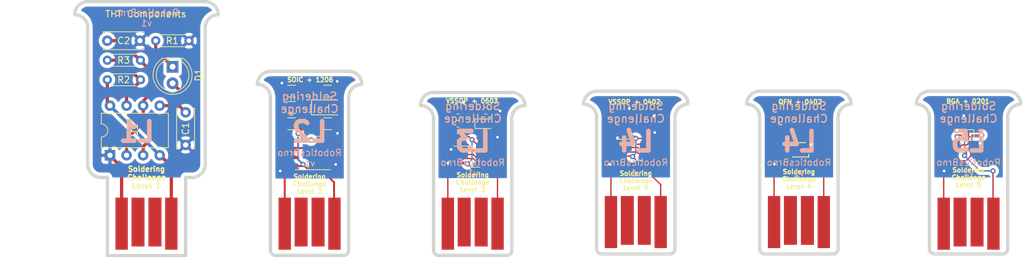
<source format=kicad_pcb>
(kicad_pcb (version 20171130) (host pcbnew 5.1.9-73d0e3b20d~88~ubuntu20.04.1)

  (general
    (thickness 1.6)
    (drawings 97)
    (tracks 308)
    (zones 0)
    (modules 46)
    (nets 42)
  )

  (page A4)
  (layers
    (0 F.Cu signal)
    (31 B.Cu signal)
    (32 B.Adhes user)
    (33 F.Adhes user)
    (34 B.Paste user)
    (35 F.Paste user)
    (36 B.SilkS user)
    (37 F.SilkS user)
    (38 B.Mask user)
    (39 F.Mask user)
    (40 Dwgs.User user)
    (41 Cmts.User user)
    (42 Eco1.User user)
    (43 Eco2.User user)
    (44 Edge.Cuts user)
    (45 Margin user)
    (46 B.CrtYd user)
    (47 F.CrtYd user)
    (48 B.Fab user)
    (49 F.Fab user)
  )

  (setup
    (last_trace_width 0.5)
    (user_trace_width 0.2)
    (user_trace_width 0.3)
    (user_trace_width 0.4)
    (user_trace_width 0.5)
    (user_trace_width 1)
    (trace_clearance 0.2)
    (zone_clearance 0.508)
    (zone_45_only no)
    (trace_min 0.2)
    (via_size 0.8)
    (via_drill 0.4)
    (via_min_size 0.4)
    (via_min_drill 0.3)
    (uvia_size 0.3)
    (uvia_drill 0.1)
    (uvias_allowed no)
    (uvia_min_size 0.2)
    (uvia_min_drill 0.1)
    (edge_width 0.5)
    (segment_width 0.2)
    (pcb_text_width 0.3)
    (pcb_text_size 1.5 1.5)
    (mod_edge_width 0.12)
    (mod_text_size 1 1)
    (mod_text_width 0.15)
    (pad_size 1.524 1.524)
    (pad_drill 0.762)
    (pad_to_mask_clearance 0)
    (aux_axis_origin 0 0)
    (visible_elements FFFFFF7F)
    (pcbplotparams
      (layerselection 0x010fc_ffffffff)
      (usegerberextensions false)
      (usegerberattributes true)
      (usegerberadvancedattributes true)
      (creategerberjobfile true)
      (excludeedgelayer true)
      (linewidth 0.100000)
      (plotframeref false)
      (viasonmask false)
      (mode 1)
      (useauxorigin false)
      (hpglpennumber 1)
      (hpglpenspeed 20)
      (hpglpendiameter 15.000000)
      (psnegative false)
      (psa4output false)
      (plotreference true)
      (plotvalue true)
      (plotinvisibletext false)
      (padsonsilk false)
      (subtractmaskfromsilk false)
      (outputformat 1)
      (mirror false)
      (drillshape 1)
      (scaleselection 1)
      (outputdirectory ""))
  )

  (net 0 "")
  (net 1 "Net-(C1-Pad1)")
  (net 2 "Net-(C2-Pad1)")
  (net 3 "Net-(D1-Pad2)")
  (net 4 "Net-(D1-Pad1)")
  (net 5 "Net-(R2-Pad2)")
  (net 6 "Net-(C3-Pad1)")
  (net 7 "Net-(C4-Pad1)")
  (net 8 "Net-(C5-Pad1)")
  (net 9 "Net-(C6-Pad1)")
  (net 10 "Net-(C7-Pad1)")
  (net 11 "Net-(C8-Pad1)")
  (net 12 "Net-(C9-Pad1)")
  (net 13 "Net-(C10-Pad1)")
  (net 14 "Net-(D2-Pad2)")
  (net 15 "Net-(D2-Pad1)")
  (net 16 "Net-(D3-Pad2)")
  (net 17 "Net-(D3-Pad1)")
  (net 18 "Net-(D4-Pad2)")
  (net 19 "Net-(D4-Pad1)")
  (net 20 "Net-(D5-Pad2)")
  (net 21 "Net-(D5-Pad1)")
  (net 22 "Net-(R5-Pad2)")
  (net 23 "Net-(R8-Pad2)")
  (net 24 "Net-(R11-Pad2)")
  (net 25 "Net-(R14-Pad2)")
  (net 26 "Net-(C11-Pad2)")
  (net 27 "Net-(C11-Pad1)")
  (net 28 "Net-(D6-Pad2)")
  (net 29 "Net-(R17-Pad2)")
  (net 30 "/Level 1 - THT/GND")
  (net 31 "/Level 2 - 1206/GND")
  (net 32 "/Level 1 - THT/VCC")
  (net 33 "/Level 2 - 1206/VCC")
  (net 34 "/Level 3 - 0603/GND")
  (net 35 "/Level 3 - 0603/VCC")
  (net 36 "/Level 4 - 0402/GND")
  (net 37 "/Level 4 - 0402/VCC")
  (net 38 "/Level 5 - 0201/GND")
  (net 39 "/Level 5 - 0201/VCC")
  (net 40 "/Level 4 alternative - 0402/GND")
  (net 41 "/Level 4 alternative - 0402/VCC")

  (net_class Default "This is the default net class."
    (clearance 0.2)
    (trace_width 0.25)
    (via_dia 0.8)
    (via_drill 0.4)
    (uvia_dia 0.3)
    (uvia_drill 0.1)
    (add_net "/Level 1 - THT/GND")
    (add_net "/Level 1 - THT/VCC")
    (add_net "/Level 2 - 1206/GND")
    (add_net "/Level 2 - 1206/VCC")
    (add_net "/Level 3 - 0603/GND")
    (add_net "/Level 3 - 0603/VCC")
    (add_net "/Level 4 - 0402/GND")
    (add_net "/Level 4 - 0402/VCC")
    (add_net "/Level 4 alternative - 0402/GND")
    (add_net "/Level 4 alternative - 0402/VCC")
    (add_net "/Level 5 - 0201/GND")
    (add_net "/Level 5 - 0201/VCC")
    (add_net "Net-(C1-Pad1)")
    (add_net "Net-(C10-Pad1)")
    (add_net "Net-(C11-Pad1)")
    (add_net "Net-(C11-Pad2)")
    (add_net "Net-(C2-Pad1)")
    (add_net "Net-(C3-Pad1)")
    (add_net "Net-(C4-Pad1)")
    (add_net "Net-(C5-Pad1)")
    (add_net "Net-(C6-Pad1)")
    (add_net "Net-(C7-Pad1)")
    (add_net "Net-(C8-Pad1)")
    (add_net "Net-(C9-Pad1)")
    (add_net "Net-(D1-Pad1)")
    (add_net "Net-(D1-Pad2)")
    (add_net "Net-(D2-Pad1)")
    (add_net "Net-(D2-Pad2)")
    (add_net "Net-(D3-Pad1)")
    (add_net "Net-(D3-Pad2)")
    (add_net "Net-(D4-Pad1)")
    (add_net "Net-(D4-Pad2)")
    (add_net "Net-(D5-Pad1)")
    (add_net "Net-(D5-Pad2)")
    (add_net "Net-(D6-Pad2)")
    (add_net "Net-(J10-Pad2)")
    (add_net "Net-(J10-Pad3)")
    (add_net "Net-(J10-Pad5)")
    (add_net "Net-(J12-Pad2)")
    (add_net "Net-(J12-Pad3)")
    (add_net "Net-(J12-Pad5)")
    (add_net "Net-(J2-Pad2)")
    (add_net "Net-(J2-Pad3)")
    (add_net "Net-(J2-Pad5)")
    (add_net "Net-(J4-Pad2)")
    (add_net "Net-(J4-Pad3)")
    (add_net "Net-(J4-Pad5)")
    (add_net "Net-(J6-Pad2)")
    (add_net "Net-(J6-Pad3)")
    (add_net "Net-(J6-Pad5)")
    (add_net "Net-(J8-Pad2)")
    (add_net "Net-(J8-Pad3)")
    (add_net "Net-(J8-Pad5)")
    (add_net "Net-(R11-Pad2)")
    (add_net "Net-(R14-Pad2)")
    (add_net "Net-(R17-Pad2)")
    (add_net "Net-(R2-Pad2)")
    (add_net "Net-(R5-Pad2)")
    (add_net "Net-(R8-Pad2)")
  )

  (module RoboCamp:UTDFN-10 (layer F.Cu) (tedit 600AAB29) (tstamp 600D0A91)
    (at 192 95.75 180)
    (path /60142645/6014632C)
    (attr smd)
    (fp_text reference U6 (at 0 2) (layer F.SilkS) hide
      (effects (font (size 1 1) (thickness 0.15)))
    )
    (fp_text value MIC1555-MU (at 0 -2) (layer F.Fab)
      (effects (font (size 1 1) (thickness 0.15)))
    )
    (fp_line (start -1 -0.6) (end -0.6 -1) (layer F.Fab) (width 0.12))
    (fp_line (start -1 -1) (end -1 1) (layer F.Fab) (width 0.12))
    (fp_line (start 1 1) (end -1 1) (layer F.Fab) (width 0.12))
    (fp_line (start 1 -1) (end 1 1) (layer F.Fab) (width 0.12))
    (fp_line (start -1 -1) (end 1 -1) (layer F.Fab) (width 0.12))
    (fp_line (start -1.5 -1.1) (end 1 -1.1) (layer F.SilkS) (width 0.15))
    (fp_line (start -1 1.1) (end 1 1.1) (layer F.SilkS) (width 0.15))
    (fp_line (start -1.5 -1.1) (end -1.5 -0.7) (layer F.SilkS) (width 0.15))
    (pad 6 smd rect (at 1.025 0.8 180) (size 0.6 0.2) (layers F.Cu F.Paste F.Mask)
      (net 40 "/Level 4 alternative - 0402/GND"))
    (pad 7 smd rect (at 1.025 0.4 180) (size 0.6 0.2) (layers F.Cu F.Paste F.Mask))
    (pad 8 smd rect (at 1.025 0 180) (size 0.6 0.2) (layers F.Cu F.Paste F.Mask)
      (net 26 "Net-(C11-Pad2)"))
    (pad 9 smd rect (at 1.025 -0.4 180) (size 0.6 0.2) (layers F.Cu F.Paste F.Mask))
    (pad 10 smd rect (at 1.025 -0.8 180) (size 0.6 0.2) (layers F.Cu F.Paste F.Mask)
      (net 29 "Net-(R17-Pad2)"))
    (pad 5 smd rect (at -1.025 0.8 180) (size 0.6 0.2) (layers F.Cu F.Paste F.Mask)
      (net 40 "/Level 4 alternative - 0402/GND"))
    (pad 4 smd rect (at -1.025 0.4 180) (size 0.6 0.2) (layers F.Cu F.Paste F.Mask))
    (pad 3 smd rect (at -1.025 0 180) (size 0.6 0.2) (layers F.Cu F.Paste F.Mask))
    (pad 2 smd rect (at -1.025 -0.4 180) (size 0.6 0.2) (layers F.Cu F.Paste F.Mask)
      (net 41 "/Level 4 alternative - 0402/VCC"))
    (pad 1 smd rect (at -1.025 -0.8 180) (size 0.6 0.2) (layers F.Cu F.Paste F.Mask)
      (net 41 "/Level 4 alternative - 0402/VCC"))
  )

  (module Resistor_SMD:R_0402_1005Metric (layer F.Cu) (tedit 5B301BBD) (tstamp 600D04CC)
    (at 192 90 180)
    (descr "Resistor SMD 0402 (1005 Metric), square (rectangular) end terminal, IPC_7351 nominal, (Body size source: http://www.tortai-tech.com/upload/download/2011102023233369053.pdf), generated with kicad-footprint-generator")
    (tags resistor)
    (path /60142645/6014B005)
    (attr smd)
    (fp_text reference R17 (at 0 -1.17) (layer F.SilkS) hide
      (effects (font (size 1 1) (thickness 0.15)))
    )
    (fp_text value 330R (at 0 1.17) (layer F.Fab)
      (effects (font (size 1 1) (thickness 0.15)))
    )
    (fp_text user %R (at 0 0) (layer F.Fab)
      (effects (font (size 0.25 0.25) (thickness 0.04)))
    )
    (fp_line (start -0.5 0.25) (end -0.5 -0.25) (layer F.Fab) (width 0.1))
    (fp_line (start -0.5 -0.25) (end 0.5 -0.25) (layer F.Fab) (width 0.1))
    (fp_line (start 0.5 -0.25) (end 0.5 0.25) (layer F.Fab) (width 0.1))
    (fp_line (start 0.5 0.25) (end -0.5 0.25) (layer F.Fab) (width 0.1))
    (fp_line (start -0.93 0.47) (end -0.93 -0.47) (layer F.CrtYd) (width 0.05))
    (fp_line (start -0.93 -0.47) (end 0.93 -0.47) (layer F.CrtYd) (width 0.05))
    (fp_line (start 0.93 -0.47) (end 0.93 0.47) (layer F.CrtYd) (width 0.05))
    (fp_line (start 0.93 0.47) (end -0.93 0.47) (layer F.CrtYd) (width 0.05))
    (pad 2 smd roundrect (at 0.485 0 180) (size 0.59 0.64) (layers F.Cu F.Paste F.Mask) (roundrect_rratio 0.25)
      (net 29 "Net-(R17-Pad2)"))
    (pad 1 smd roundrect (at -0.485 0 180) (size 0.59 0.64) (layers F.Cu F.Paste F.Mask) (roundrect_rratio 0.25)
      (net 28 "Net-(D6-Pad2)"))
    (model ${KISYS3DMOD}/Resistor_SMD.3dshapes/R_0402_1005Metric.wrl
      (at (xyz 0 0 0))
      (scale (xyz 1 1 1))
      (rotate (xyz 0 0 0))
    )
  )

  (module Resistor_SMD:R_0402_1005Metric (layer F.Cu) (tedit 5B301BBD) (tstamp 600D07AB)
    (at 192 93.75)
    (descr "Resistor SMD 0402 (1005 Metric), square (rectangular) end terminal, IPC_7351 nominal, (Body size source: http://www.tortai-tech.com/upload/download/2011102023233369053.pdf), generated with kicad-footprint-generator")
    (tags resistor)
    (path /60142645/601452FC)
    (attr smd)
    (fp_text reference R16 (at 0 -1.17) (layer F.SilkS) hide
      (effects (font (size 1 1) (thickness 0.15)))
    )
    (fp_text value 100k (at 0 1.17) (layer F.Fab)
      (effects (font (size 1 1) (thickness 0.15)))
    )
    (fp_text user %R (at 0 0) (layer F.Fab)
      (effects (font (size 0.25 0.25) (thickness 0.04)))
    )
    (fp_line (start -0.5 0.25) (end -0.5 -0.25) (layer F.Fab) (width 0.1))
    (fp_line (start -0.5 -0.25) (end 0.5 -0.25) (layer F.Fab) (width 0.1))
    (fp_line (start 0.5 -0.25) (end 0.5 0.25) (layer F.Fab) (width 0.1))
    (fp_line (start 0.5 0.25) (end -0.5 0.25) (layer F.Fab) (width 0.1))
    (fp_line (start -0.93 0.47) (end -0.93 -0.47) (layer F.CrtYd) (width 0.05))
    (fp_line (start -0.93 -0.47) (end 0.93 -0.47) (layer F.CrtYd) (width 0.05))
    (fp_line (start 0.93 -0.47) (end 0.93 0.47) (layer F.CrtYd) (width 0.05))
    (fp_line (start 0.93 0.47) (end -0.93 0.47) (layer F.CrtYd) (width 0.05))
    (pad 2 smd roundrect (at 0.485 0) (size 0.59 0.64) (layers F.Cu F.Paste F.Mask) (roundrect_rratio 0.25)
      (net 27 "Net-(C11-Pad1)"))
    (pad 1 smd roundrect (at -0.485 0) (size 0.59 0.64) (layers F.Cu F.Paste F.Mask) (roundrect_rratio 0.25)
      (net 40 "/Level 4 alternative - 0402/GND"))
    (model ${KISYS3DMOD}/Resistor_SMD.3dshapes/R_0402_1005Metric.wrl
      (at (xyz 0 0 0))
      (scale (xyz 1 1 1))
      (rotate (xyz 0 0 0))
    )
  )

  (module RoboCamp:usb-PCB (layer F.Cu) (tedit 600AD8B5) (tstamp 600D0396)
    (at 192 111.75)
    (path /60142645/60145332)
    (attr virtual)
    (fp_text reference J12 (at 0.13 -7.85) (layer F.SilkS) hide
      (effects (font (size 1.5 1.5) (thickness 0.15)))
    )
    (fp_text value USB_A (at 0.29 -10.13) (layer F.SilkS) hide
      (effects (font (size 1.5 1.5) (thickness 0.15)))
    )
    (fp_line (start 6.03 0) (end 6.03 -12) (layer Dwgs.User) (width 0.15))
    (fp_line (start 6.03 0) (end -6.03 0) (layer Dwgs.User) (width 0.15))
    (fp_line (start -6.03 0) (end -6.03 -12) (layer Dwgs.User) (width 0.15))
    (pad 2 connect rect (at 1.3 -5.15) (size 2 7.5) (layers F.Cu F.Mask))
    (pad 3 connect rect (at -1.3 -5.15) (size 2 7.5) (layers F.Cu F.Mask))
    (pad 4 connect rect (at -3.81 -4.9) (size 1.9 8) (layers F.Cu F.Mask)
      (net 40 "/Level 4 alternative - 0402/GND"))
    (pad 1 connect rect (at 3.81 -4.9) (size 1.9 8) (layers F.Cu F.Mask)
      (net 41 "/Level 4 alternative - 0402/VCC"))
  )

  (module LED_SMD:LED_0402_1005Metric (layer F.Cu) (tedit 5B301BBE) (tstamp 600D08CB)
    (at 192 91.25)
    (descr "LED SMD 0402 (1005 Metric), square (rectangular) end terminal, IPC_7351 nominal, (Body size source: http://www.tortai-tech.com/upload/download/2011102023233369053.pdf), generated with kicad-footprint-generator")
    (tags LED)
    (path /60142645/6014B448)
    (attr smd)
    (fp_text reference D6 (at 0 -1.17) (layer F.SilkS) hide
      (effects (font (size 1 1) (thickness 0.15)))
    )
    (fp_text value LED (at 0 1.17) (layer F.Fab)
      (effects (font (size 1 1) (thickness 0.15)))
    )
    (fp_text user %R (at 0 0) (layer F.Fab)
      (effects (font (size 0.25 0.25) (thickness 0.04)))
    )
    (fp_circle (center -1.09 0) (end -1.04 0) (layer F.SilkS) (width 0.1))
    (fp_line (start -0.5 0.25) (end -0.5 -0.25) (layer F.Fab) (width 0.1))
    (fp_line (start -0.5 -0.25) (end 0.5 -0.25) (layer F.Fab) (width 0.1))
    (fp_line (start 0.5 -0.25) (end 0.5 0.25) (layer F.Fab) (width 0.1))
    (fp_line (start 0.5 0.25) (end -0.5 0.25) (layer F.Fab) (width 0.1))
    (fp_line (start -0.4 0.25) (end -0.4 -0.25) (layer F.Fab) (width 0.1))
    (fp_line (start -0.3 0.25) (end -0.3 -0.25) (layer F.Fab) (width 0.1))
    (fp_line (start -0.93 0.47) (end -0.93 -0.47) (layer F.CrtYd) (width 0.05))
    (fp_line (start -0.93 -0.47) (end 0.93 -0.47) (layer F.CrtYd) (width 0.05))
    (fp_line (start 0.93 -0.47) (end 0.93 0.47) (layer F.CrtYd) (width 0.05))
    (fp_line (start 0.93 0.47) (end -0.93 0.47) (layer F.CrtYd) (width 0.05))
    (pad 2 smd roundrect (at 0.485 0) (size 0.59 0.64) (layers F.Cu F.Paste F.Mask) (roundrect_rratio 0.25)
      (net 28 "Net-(D6-Pad2)"))
    (pad 1 smd roundrect (at -0.485 0) (size 0.59 0.64) (layers F.Cu F.Paste F.Mask) (roundrect_rratio 0.25)
      (net 26 "Net-(C11-Pad2)"))
    (model ${KISYS3DMOD}/LED_SMD.3dshapes/LED_0402_1005Metric.wrl
      (at (xyz 0 0 0))
      (scale (xyz 1 1 1))
      (rotate (xyz 0 0 0))
    )
  )

  (module Capacitor_SMD:C_0402_1005Metric (layer F.Cu) (tedit 5B301BBE) (tstamp 600D04A2)
    (at 192 92.5 180)
    (descr "Capacitor SMD 0402 (1005 Metric), square (rectangular) end terminal, IPC_7351 nominal, (Body size source: http://www.tortai-tech.com/upload/download/2011102023233369053.pdf), generated with kicad-footprint-generator")
    (tags capacitor)
    (path /60142645/6014531A)
    (attr smd)
    (fp_text reference C11 (at 0 -1.17) (layer F.SilkS) hide
      (effects (font (size 1 1) (thickness 0.15)))
    )
    (fp_text value 100n (at 0 1.17) (layer F.Fab)
      (effects (font (size 1 1) (thickness 0.15)))
    )
    (fp_text user %R (at 0 0) (layer F.Fab)
      (effects (font (size 0.25 0.25) (thickness 0.04)))
    )
    (fp_line (start -0.5 0.25) (end -0.5 -0.25) (layer F.Fab) (width 0.1))
    (fp_line (start -0.5 -0.25) (end 0.5 -0.25) (layer F.Fab) (width 0.1))
    (fp_line (start 0.5 -0.25) (end 0.5 0.25) (layer F.Fab) (width 0.1))
    (fp_line (start 0.5 0.25) (end -0.5 0.25) (layer F.Fab) (width 0.1))
    (fp_line (start -0.93 0.47) (end -0.93 -0.47) (layer F.CrtYd) (width 0.05))
    (fp_line (start -0.93 -0.47) (end 0.93 -0.47) (layer F.CrtYd) (width 0.05))
    (fp_line (start 0.93 -0.47) (end 0.93 0.47) (layer F.CrtYd) (width 0.05))
    (fp_line (start 0.93 0.47) (end -0.93 0.47) (layer F.CrtYd) (width 0.05))
    (pad 2 smd roundrect (at 0.485 0 180) (size 0.59 0.64) (layers F.Cu F.Paste F.Mask) (roundrect_rratio 0.25)
      (net 26 "Net-(C11-Pad2)"))
    (pad 1 smd roundrect (at -0.485 0 180) (size 0.59 0.64) (layers F.Cu F.Paste F.Mask) (roundrect_rratio 0.25)
      (net 27 "Net-(C11-Pad1)"))
    (model ${KISYS3DMOD}/Capacitor_SMD.3dshapes/C_0402_1005Metric.wrl
      (at (xyz 0 0 0))
      (scale (xyz 1 1 1))
      (rotate (xyz 0 0 0))
    )
  )

  (module Package_SO:VSSOP-8_3.0x3.0mm_P0.65mm (layer F.Cu) (tedit 5A02F25C) (tstamp 600D043C)
    (at 167 95.75)
    (descr "VSSOP-8 3.0 x 3.0, http://www.ti.com/lit/ds/symlink/lm75b.pdf")
    (tags "VSSOP-8 3.0 x 3.0")
    (path /600FF0C1/6011E0EB)
    (attr smd)
    (fp_text reference U4 (at 0 -2.5 180) (layer F.SilkS) hide
      (effects (font (size 1 1) (thickness 0.15)))
    )
    (fp_text value LMC555xMM (at 0.02 2.73) (layer F.Fab)
      (effects (font (size 1 1) (thickness 0.15)))
    )
    (fp_text user %R (at 0 0) (layer F.Fab)
      (effects (font (size 0.5 0.5) (thickness 0.1)))
    )
    (fp_line (start -3.48 -1.75) (end 3.48 -1.75) (layer F.CrtYd) (width 0.05))
    (fp_line (start -3.48 1.75) (end -3.48 -1.75) (layer F.CrtYd) (width 0.05))
    (fp_line (start 3.48 1.75) (end -3.48 1.75) (layer F.CrtYd) (width 0.05))
    (fp_line (start 3.48 -1.75) (end 3.48 1.75) (layer F.CrtYd) (width 0.05))
    (fp_line (start 1 1.62) (end -1 1.62) (layer F.SilkS) (width 0.12))
    (fp_line (start 0 -1.62) (end -3 -1.62) (layer F.SilkS) (width 0.12))
    (fp_line (start -0.5 -1.5) (end -1.5 -0.5) (layer F.Fab) (width 0.1))
    (fp_line (start -0.5 -1.5) (end 1.5 -1.5) (layer F.Fab) (width 0.1))
    (fp_line (start -1.5 1.5) (end -1.5 -0.5) (layer F.Fab) (width 0.1))
    (fp_line (start 1.5 1.5) (end -1.5 1.5) (layer F.Fab) (width 0.1))
    (fp_line (start 1.5 -1.5) (end 1.5 1.5) (layer F.Fab) (width 0.1))
    (pad 8 smd rect (at 2.2 -0.975 270) (size 0.45 1.45) (layers F.Cu F.Paste F.Mask)
      (net 37 "/Level 4 - 0402/VCC"))
    (pad 7 smd rect (at 2.2 -0.325 270) (size 0.45 1.45) (layers F.Cu F.Paste F.Mask)
      (net 24 "Net-(R11-Pad2)"))
    (pad 6 smd rect (at 2.2 0.325 270) (size 0.45 1.45) (layers F.Cu F.Paste F.Mask)
      (net 11 "Net-(C8-Pad1)"))
    (pad 5 smd rect (at 2.2 0.975 270) (size 0.45 1.45) (layers F.Cu F.Paste F.Mask)
      (net 10 "Net-(C7-Pad1)"))
    (pad 4 smd rect (at -2.2 0.975 270) (size 0.45 1.45) (layers F.Cu F.Paste F.Mask)
      (net 37 "/Level 4 - 0402/VCC"))
    (pad 3 smd rect (at -2.2 0.325 270) (size 0.45 1.45) (layers F.Cu F.Paste F.Mask)
      (net 18 "Net-(D4-Pad2)"))
    (pad 2 smd rect (at -2.2 -0.325 270) (size 0.45 1.45) (layers F.Cu F.Paste F.Mask)
      (net 11 "Net-(C8-Pad1)"))
    (pad 1 smd rect (at -2.2 -0.975 270) (size 0.45 1.45) (layers F.Cu F.Paste F.Mask)
      (net 36 "/Level 4 - 0402/GND"))
    (model ${KISYS3DMOD}/Package_SO.3dshapes/VSSOP-8_3.0x3.0mm_P0.65mm.wrl
      (at (xyz 0 0 0))
      (scale (xyz 1 1 1))
      (rotate (xyz 0 0 0))
    )
  )

  (module Package_BGA:Texas_DSBGA-8_1.43x1.41mm_Layout3x3_P0.5mm (layer F.Cu) (tedit 5A0AA1EB) (tstamp 600D0757)
    (at 218 93.5 90)
    (descr "Texas Instruments, DSBGA, 1.43x1.41mm, 8 bump 3x3 (perimeter) array, NSMD pad definition (http://www.ti.com/lit/ds/symlink/lmc555.pdf, http://www.ti.com/lit/an/snva009ag/snva009ag.pdf)")
    (tags "Texas Instruments DSBGA BGA YZP R-XBGA-N8")
    (path /600FF353/6011669C)
    (solder_mask_margin 0.05)
    (attr smd)
    (fp_text reference U5 (at 0 -2 90) (layer F.SilkS) hide
      (effects (font (size 1 1) (thickness 0.15)))
    )
    (fp_text value LMC555xTP (at 0 2 90) (layer F.Fab)
      (effects (font (size 1 1) (thickness 0.15)))
    )
    (fp_text user %R (at 0 0 90) (layer F.Fab)
      (effects (font (size 0.3 0.3) (thickness 0.04)))
    )
    (fp_line (start -0.705 -0.215) (end -0.205 -0.715) (layer F.Fab) (width 0.1))
    (fp_line (start -1.71 -1.72) (end -1.71 1.72) (layer F.CrtYd) (width 0.05))
    (fp_line (start 1.71 -1.72) (end -1.71 -1.72) (layer F.CrtYd) (width 0.05))
    (fp_line (start 1.71 1.72) (end 1.71 -1.72) (layer F.CrtYd) (width 0.05))
    (fp_line (start -1.71 1.72) (end 1.71 1.72) (layer F.CrtYd) (width 0.05))
    (fp_line (start -0.8 -0.825) (end -0.8 0.8) (layer F.SilkS) (width 0.12))
    (fp_line (start -0.775 -0.825) (end 0.815 -0.825) (layer F.SilkS) (width 0.12))
    (fp_line (start 0.815 0.825) (end -0.8 0.825) (layer F.SilkS) (width 0.12))
    (fp_line (start -0.705 -0.215) (end -0.705 0.715) (layer F.Fab) (width 0.1))
    (fp_line (start 0.705 -0.715) (end -0.205 -0.715) (layer F.Fab) (width 0.1))
    (fp_line (start 0.705 0.715) (end 0.705 -0.715) (layer F.Fab) (width 0.1))
    (fp_line (start -0.705 0.715) (end 0.705 0.715) (layer F.Fab) (width 0.1))
    (fp_line (start 0.825 -0.825) (end 0.825 0.825) (layer F.SilkS) (width 0.12))
    (fp_line (start 0 -1.025) (end -1 -1.025) (layer F.SilkS) (width 0.12))
    (fp_line (start -1 -1.025) (end -1 -0.025) (layer F.SilkS) (width 0.12))
    (pad "" smd rect (at 0.5 0.5 90) (size 0.3 0.3) (layers F.Paste))
    (pad "" smd rect (at 0 0.5 90) (size 0.3 0.3) (layers F.Paste))
    (pad "" smd rect (at -0.5 0.5 90) (size 0.3 0.3) (layers F.Paste))
    (pad "" smd rect (at 0.5 0 90) (size 0.3 0.3) (layers F.Paste))
    (pad "" smd rect (at -0.5 0 90) (size 0.3 0.3) (layers F.Paste))
    (pad "" smd rect (at 0.5 -0.5 90) (size 0.3 0.3) (layers F.Paste))
    (pad "" smd rect (at 0 -0.5 90) (size 0.3 0.3) (layers F.Paste))
    (pad "" smd rect (at -0.5 -0.5 90) (size 0.3 0.3) (layers F.Paste))
    (pad A2 smd circle (at 0 -0.5 90) (size 0.165 0.165) (layers F.Cu F.Mask)
      (net 39 "/Level 5 - 0201/VCC"))
    (pad A1 smd circle (at -0.5 -0.5 90) (size 0.165 0.165) (layers F.Cu F.Mask)
      (net 25 "Net-(R14-Pad2)"))
    (pad B1 smd circle (at -0.5 0 90) (size 0.165 0.165) (layers F.Cu F.Mask)
      (net 13 "Net-(C10-Pad1)"))
    (pad A3 smd circle (at 0.5 -0.5 90) (size 0.165 0.165) (layers F.Cu F.Mask)
      (net 38 "/Level 5 - 0201/GND"))
    (pad C3 smd circle (at 0.5 0.5 90) (size 0.165 0.165) (layers F.Cu F.Mask)
      (net 20 "Net-(D5-Pad2)"))
    (pad C1 smd circle (at -0.5 0.5 90) (size 0.165 0.165) (layers F.Cu F.Mask)
      (net 12 "Net-(C9-Pad1)"))
    (pad C2 smd circle (at 0 0.5 90) (size 0.165 0.165) (layers F.Cu F.Mask)
      (net 39 "/Level 5 - 0201/VCC"))
    (pad B3 smd circle (at 0.5 0 90) (size 0.165 0.165) (layers F.Cu F.Paste F.Mask)
      (net 13 "Net-(C10-Pad1)"))
    (model ${KISYS3DMOD}/Package_BGA.3dshapes/Texas_DSBGA-8_1.43x1.41mm_Layout3x3_P0.5mm.wrl
      (at (xyz 0 0 0))
      (scale (xyz 1 1 1))
      (rotate (xyz 0 0 0))
    )
  )

  (module Package_SO:VSSOP-8_3.0x3.0mm_P0.65mm (layer F.Cu) (tedit 5A02F25C) (tstamp 600D05C5)
    (at 142.1 96.8)
    (descr "VSSOP-8 3.0 x 3.0, http://www.ti.com/lit/ds/symlink/lm75b.pdf")
    (tags "VSSOP-8 3.0 x 3.0")
    (path /600FD428/6010C318)
    (attr smd)
    (fp_text reference U3 (at 0 -2.5) (layer F.SilkS) hide
      (effects (font (size 1 1) (thickness 0.15)))
    )
    (fp_text value LMC555xMM (at 0.02 2.73) (layer F.Fab)
      (effects (font (size 1 1) (thickness 0.15)))
    )
    (fp_text user %R (at 0 0) (layer F.Fab)
      (effects (font (size 0.5 0.5) (thickness 0.1)))
    )
    (fp_line (start -3.48 -1.75) (end 3.48 -1.75) (layer F.CrtYd) (width 0.05))
    (fp_line (start -3.48 1.75) (end -3.48 -1.75) (layer F.CrtYd) (width 0.05))
    (fp_line (start 3.48 1.75) (end -3.48 1.75) (layer F.CrtYd) (width 0.05))
    (fp_line (start 3.48 -1.75) (end 3.48 1.75) (layer F.CrtYd) (width 0.05))
    (fp_line (start 1 1.62) (end -1 1.62) (layer F.SilkS) (width 0.12))
    (fp_line (start 0 -1.62) (end -3 -1.62) (layer F.SilkS) (width 0.12))
    (fp_line (start -0.5 -1.5) (end -1.5 -0.5) (layer F.Fab) (width 0.1))
    (fp_line (start -0.5 -1.5) (end 1.5 -1.5) (layer F.Fab) (width 0.1))
    (fp_line (start -1.5 1.5) (end -1.5 -0.5) (layer F.Fab) (width 0.1))
    (fp_line (start 1.5 1.5) (end -1.5 1.5) (layer F.Fab) (width 0.1))
    (fp_line (start 1.5 -1.5) (end 1.5 1.5) (layer F.Fab) (width 0.1))
    (pad 8 smd rect (at 2.2 -0.975 270) (size 0.45 1.45) (layers F.Cu F.Paste F.Mask)
      (net 35 "/Level 3 - 0603/VCC"))
    (pad 7 smd rect (at 2.2 -0.325 270) (size 0.45 1.45) (layers F.Cu F.Paste F.Mask)
      (net 23 "Net-(R8-Pad2)"))
    (pad 6 smd rect (at 2.2 0.325 270) (size 0.45 1.45) (layers F.Cu F.Paste F.Mask)
      (net 9 "Net-(C6-Pad1)"))
    (pad 5 smd rect (at 2.2 0.975 270) (size 0.45 1.45) (layers F.Cu F.Paste F.Mask)
      (net 8 "Net-(C5-Pad1)"))
    (pad 4 smd rect (at -2.2 0.975 270) (size 0.45 1.45) (layers F.Cu F.Paste F.Mask)
      (net 35 "/Level 3 - 0603/VCC"))
    (pad 3 smd rect (at -2.2 0.325 270) (size 0.45 1.45) (layers F.Cu F.Paste F.Mask)
      (net 16 "Net-(D3-Pad2)"))
    (pad 2 smd rect (at -2.2 -0.325 270) (size 0.45 1.45) (layers F.Cu F.Paste F.Mask)
      (net 9 "Net-(C6-Pad1)"))
    (pad 1 smd rect (at -2.2 -0.975 270) (size 0.45 1.45) (layers F.Cu F.Paste F.Mask)
      (net 34 "/Level 3 - 0603/GND"))
    (model ${KISYS3DMOD}/Package_SO.3dshapes/VSSOP-8_3.0x3.0mm_P0.65mm.wrl
      (at (xyz 0 0 0))
      (scale (xyz 1 1 1))
      (rotate (xyz 0 0 0))
    )
  )

  (module Package_SO:SOIC-8_3.9x4.9mm_P1.27mm (layer F.Cu) (tedit 5D9F72B1) (tstamp 600D035A)
    (at 116.75 96.25 180)
    (descr "SOIC, 8 Pin (JEDEC MS-012AA, https://www.analog.com/media/en/package-pcb-resources/package/pkg_pdf/soic_narrow-r/r_8.pdf), generated with kicad-footprint-generator ipc_gullwing_generator.py")
    (tags "SOIC SO")
    (path /600FB290/60105C46)
    (attr smd)
    (fp_text reference U2 (at 0 -3.4) (layer F.SilkS) hide
      (effects (font (size 1 1) (thickness 0.15)))
    )
    (fp_text value LMC555xM (at 0 3.4) (layer F.Fab)
      (effects (font (size 1 1) (thickness 0.15)))
    )
    (fp_text user %R (at 0 0) (layer F.Fab)
      (effects (font (size 0.98 0.98) (thickness 0.15)))
    )
    (fp_line (start 0 2.56) (end 1.95 2.56) (layer F.SilkS) (width 0.12))
    (fp_line (start 0 2.56) (end -1.95 2.56) (layer F.SilkS) (width 0.12))
    (fp_line (start 0 -2.56) (end 1.95 -2.56) (layer F.SilkS) (width 0.12))
    (fp_line (start 0 -2.56) (end -3.45 -2.56) (layer F.SilkS) (width 0.12))
    (fp_line (start -0.975 -2.45) (end 1.95 -2.45) (layer F.Fab) (width 0.1))
    (fp_line (start 1.95 -2.45) (end 1.95 2.45) (layer F.Fab) (width 0.1))
    (fp_line (start 1.95 2.45) (end -1.95 2.45) (layer F.Fab) (width 0.1))
    (fp_line (start -1.95 2.45) (end -1.95 -1.475) (layer F.Fab) (width 0.1))
    (fp_line (start -1.95 -1.475) (end -0.975 -2.45) (layer F.Fab) (width 0.1))
    (fp_line (start -3.7 -2.7) (end -3.7 2.7) (layer F.CrtYd) (width 0.05))
    (fp_line (start -3.7 2.7) (end 3.7 2.7) (layer F.CrtYd) (width 0.05))
    (fp_line (start 3.7 2.7) (end 3.7 -2.7) (layer F.CrtYd) (width 0.05))
    (fp_line (start 3.7 -2.7) (end -3.7 -2.7) (layer F.CrtYd) (width 0.05))
    (pad 8 smd roundrect (at 2.475 -1.905 180) (size 1.95 0.6) (layers F.Cu F.Paste F.Mask) (roundrect_rratio 0.25)
      (net 33 "/Level 2 - 1206/VCC"))
    (pad 7 smd roundrect (at 2.475 -0.635 180) (size 1.95 0.6) (layers F.Cu F.Paste F.Mask) (roundrect_rratio 0.25)
      (net 22 "Net-(R5-Pad2)"))
    (pad 6 smd roundrect (at 2.475 0.635 180) (size 1.95 0.6) (layers F.Cu F.Paste F.Mask) (roundrect_rratio 0.25)
      (net 7 "Net-(C4-Pad1)"))
    (pad 5 smd roundrect (at 2.475 1.905 180) (size 1.95 0.6) (layers F.Cu F.Paste F.Mask) (roundrect_rratio 0.25)
      (net 6 "Net-(C3-Pad1)"))
    (pad 4 smd roundrect (at -2.475 1.905 180) (size 1.95 0.6) (layers F.Cu F.Paste F.Mask) (roundrect_rratio 0.25)
      (net 33 "/Level 2 - 1206/VCC"))
    (pad 3 smd roundrect (at -2.475 0.635 180) (size 1.95 0.6) (layers F.Cu F.Paste F.Mask) (roundrect_rratio 0.25)
      (net 14 "Net-(D2-Pad2)"))
    (pad 2 smd roundrect (at -2.475 -0.635 180) (size 1.95 0.6) (layers F.Cu F.Paste F.Mask) (roundrect_rratio 0.25)
      (net 7 "Net-(C4-Pad1)"))
    (pad 1 smd roundrect (at -2.475 -1.905 180) (size 1.95 0.6) (layers F.Cu F.Paste F.Mask) (roundrect_rratio 0.25)
      (net 31 "/Level 2 - 1206/GND"))
    (model ${KISYS3DMOD}/Package_SO.3dshapes/SOIC-8_3.9x4.9mm_P1.27mm.wrl
      (at (xyz 0 0 0))
      (scale (xyz 1 1 1))
      (rotate (xyz 0 0 0))
    )
  )

  (module Package_DIP:DIP-8_W7.62mm (layer F.Cu) (tedit 5A02E8C5) (tstamp 600D07E2)
    (at 86.4054 96.594 90)
    (descr "8-lead though-hole mounted DIP package, row spacing 7.62 mm (300 mils)")
    (tags "THT DIP DIL PDIP 2.54mm 7.62mm 300mil")
    (path /600F28F2/600F9A49)
    (fp_text reference U1 (at 3.81 3.75 90) (layer F.SilkS)
      (effects (font (size 1 1) (thickness 0.15)))
    )
    (fp_text value LM555xN (at 3.81 9.95 90) (layer F.Fab)
      (effects (font (size 1 1) (thickness 0.15)))
    )
    (fp_text user %R (at 3.81 3.81 90) (layer F.Fab)
      (effects (font (size 1 1) (thickness 0.15)))
    )
    (fp_arc (start 3.81 -1.33) (end 2.81 -1.33) (angle -180) (layer F.SilkS) (width 0.12))
    (fp_line (start 1.635 -1.27) (end 6.985 -1.27) (layer F.Fab) (width 0.1))
    (fp_line (start 6.985 -1.27) (end 6.985 8.89) (layer F.Fab) (width 0.1))
    (fp_line (start 6.985 8.89) (end 0.635 8.89) (layer F.Fab) (width 0.1))
    (fp_line (start 0.635 8.89) (end 0.635 -0.27) (layer F.Fab) (width 0.1))
    (fp_line (start 0.635 -0.27) (end 1.635 -1.27) (layer F.Fab) (width 0.1))
    (fp_line (start 2.81 -1.33) (end 1.16 -1.33) (layer F.SilkS) (width 0.12))
    (fp_line (start 1.16 -1.33) (end 1.16 8.95) (layer F.SilkS) (width 0.12))
    (fp_line (start 1.16 8.95) (end 6.46 8.95) (layer F.SilkS) (width 0.12))
    (fp_line (start 6.46 8.95) (end 6.46 -1.33) (layer F.SilkS) (width 0.12))
    (fp_line (start 6.46 -1.33) (end 4.81 -1.33) (layer F.SilkS) (width 0.12))
    (fp_line (start -1.1 -1.55) (end -1.1 9.15) (layer F.CrtYd) (width 0.05))
    (fp_line (start -1.1 9.15) (end 8.7 9.15) (layer F.CrtYd) (width 0.05))
    (fp_line (start 8.7 9.15) (end 8.7 -1.55) (layer F.CrtYd) (width 0.05))
    (fp_line (start 8.7 -1.55) (end -1.1 -1.55) (layer F.CrtYd) (width 0.05))
    (pad 8 thru_hole oval (at 7.62 0 90) (size 1.6 1.6) (drill 0.8) (layers *.Cu *.Mask)
      (net 32 "/Level 1 - THT/VCC"))
    (pad 4 thru_hole oval (at 0 7.62 90) (size 1.6 1.6) (drill 0.8) (layers *.Cu *.Mask)
      (net 32 "/Level 1 - THT/VCC"))
    (pad 7 thru_hole oval (at 7.62 2.54 90) (size 1.6 1.6) (drill 0.8) (layers *.Cu *.Mask)
      (net 5 "Net-(R2-Pad2)"))
    (pad 3 thru_hole oval (at 0 5.08 90) (size 1.6 1.6) (drill 0.8) (layers *.Cu *.Mask)
      (net 3 "Net-(D1-Pad2)"))
    (pad 6 thru_hole oval (at 7.62 5.08 90) (size 1.6 1.6) (drill 0.8) (layers *.Cu *.Mask)
      (net 2 "Net-(C2-Pad1)"))
    (pad 2 thru_hole oval (at 0 2.54 90) (size 1.6 1.6) (drill 0.8) (layers *.Cu *.Mask)
      (net 2 "Net-(C2-Pad1)"))
    (pad 5 thru_hole oval (at 7.62 7.62 90) (size 1.6 1.6) (drill 0.8) (layers *.Cu *.Mask)
      (net 1 "Net-(C1-Pad1)"))
    (pad 1 thru_hole rect (at 0 0 90) (size 1.6 1.6) (drill 0.8) (layers *.Cu *.Mask)
      (net 30 "/Level 1 - THT/GND"))
    (model ${KISYS3DMOD}/Package_DIP.3dshapes/DIP-8_W7.62mm.wrl
      (at (xyz 0 0 0))
      (scale (xyz 1 1 1))
      (rotate (xyz 0 0 0))
    )
  )

  (module Resistor_SMD:R_0201_0603Metric (layer F.Cu) (tedit 5B301BBD) (tstamp 600D0AF8)
    (at 216.5 95.75)
    (descr "Resistor SMD 0201 (0603 Metric), square (rectangular) end terminal, IPC_7351 nominal, (Body size source: https://www.vishay.com/docs/20052/crcw0201e3.pdf), generated with kicad-footprint-generator")
    (tags resistor)
    (path /600FF353/60100665)
    (attr smd)
    (fp_text reference R15 (at 0 -1.05) (layer F.SilkS) hide
      (effects (font (size 1 1) (thickness 0.15)))
    )
    (fp_text value 100k (at 0 1.05) (layer F.Fab)
      (effects (font (size 1 1) (thickness 0.15)))
    )
    (fp_text user %R (at 0 -0.68) (layer F.Fab)
      (effects (font (size 0.25 0.25) (thickness 0.04)))
    )
    (fp_line (start -0.3 0.15) (end -0.3 -0.15) (layer F.Fab) (width 0.1))
    (fp_line (start -0.3 -0.15) (end 0.3 -0.15) (layer F.Fab) (width 0.1))
    (fp_line (start 0.3 -0.15) (end 0.3 0.15) (layer F.Fab) (width 0.1))
    (fp_line (start 0.3 0.15) (end -0.3 0.15) (layer F.Fab) (width 0.1))
    (fp_line (start -0.7 0.35) (end -0.7 -0.35) (layer F.CrtYd) (width 0.05))
    (fp_line (start -0.7 -0.35) (end 0.7 -0.35) (layer F.CrtYd) (width 0.05))
    (fp_line (start 0.7 -0.35) (end 0.7 0.35) (layer F.CrtYd) (width 0.05))
    (fp_line (start 0.7 0.35) (end -0.7 0.35) (layer F.CrtYd) (width 0.05))
    (pad 2 smd roundrect (at 0.32 0) (size 0.46 0.4) (layers F.Cu F.Mask) (roundrect_rratio 0.25)
      (net 13 "Net-(C10-Pad1)"))
    (pad 1 smd roundrect (at -0.32 0) (size 0.46 0.4) (layers F.Cu F.Mask) (roundrect_rratio 0.25)
      (net 25 "Net-(R14-Pad2)"))
    (pad "" smd roundrect (at 0.345 0) (size 0.318 0.36) (layers F.Paste) (roundrect_rratio 0.25))
    (pad "" smd roundrect (at -0.345 0) (size 0.318 0.36) (layers F.Paste) (roundrect_rratio 0.25))
    (model ${KISYS3DMOD}/Resistor_SMD.3dshapes/R_0201_0603Metric.wrl
      (at (xyz 0 0 0))
      (scale (xyz 1 1 1))
      (rotate (xyz 0 0 0))
    )
  )

  (module Resistor_SMD:R_0201_0603Metric (layer F.Cu) (tedit 5B301BBD) (tstamp 600D089A)
    (at 218 95.75)
    (descr "Resistor SMD 0201 (0603 Metric), square (rectangular) end terminal, IPC_7351 nominal, (Body size source: https://www.vishay.com/docs/20052/crcw0201e3.pdf), generated with kicad-footprint-generator")
    (tags resistor)
    (path /600FF353/60100672)
    (attr smd)
    (fp_text reference R14 (at 0 -1.05) (layer F.SilkS) hide
      (effects (font (size 1 1) (thickness 0.15)))
    )
    (fp_text value 10k (at 0 1.05) (layer F.Fab)
      (effects (font (size 1 1) (thickness 0.15)))
    )
    (fp_text user %R (at 0 -0.68) (layer F.Fab)
      (effects (font (size 0.25 0.25) (thickness 0.04)))
    )
    (fp_line (start -0.3 0.15) (end -0.3 -0.15) (layer F.Fab) (width 0.1))
    (fp_line (start -0.3 -0.15) (end 0.3 -0.15) (layer F.Fab) (width 0.1))
    (fp_line (start 0.3 -0.15) (end 0.3 0.15) (layer F.Fab) (width 0.1))
    (fp_line (start 0.3 0.15) (end -0.3 0.15) (layer F.Fab) (width 0.1))
    (fp_line (start -0.7 0.35) (end -0.7 -0.35) (layer F.CrtYd) (width 0.05))
    (fp_line (start -0.7 -0.35) (end 0.7 -0.35) (layer F.CrtYd) (width 0.05))
    (fp_line (start 0.7 -0.35) (end 0.7 0.35) (layer F.CrtYd) (width 0.05))
    (fp_line (start 0.7 0.35) (end -0.7 0.35) (layer F.CrtYd) (width 0.05))
    (pad 2 smd roundrect (at 0.32 0) (size 0.46 0.4) (layers F.Cu F.Mask) (roundrect_rratio 0.25)
      (net 25 "Net-(R14-Pad2)"))
    (pad 1 smd roundrect (at -0.32 0) (size 0.46 0.4) (layers F.Cu F.Mask) (roundrect_rratio 0.25)
      (net 39 "/Level 5 - 0201/VCC"))
    (pad "" smd roundrect (at 0.345 0) (size 0.318 0.36) (layers F.Paste) (roundrect_rratio 0.25))
    (pad "" smd roundrect (at -0.345 0) (size 0.318 0.36) (layers F.Paste) (roundrect_rratio 0.25))
    (model ${KISYS3DMOD}/Resistor_SMD.3dshapes/R_0201_0603Metric.wrl
      (at (xyz 0 0 0))
      (scale (xyz 1 1 1))
      (rotate (xyz 0 0 0))
    )
  )

  (module Resistor_SMD:R_0201_0603Metric (layer F.Cu) (tedit 5B301BBD) (tstamp 600D0321)
    (at 218 91.25)
    (descr "Resistor SMD 0201 (0603 Metric), square (rectangular) end terminal, IPC_7351 nominal, (Body size source: https://www.vishay.com/docs/20052/crcw0201e3.pdf), generated with kicad-footprint-generator")
    (tags resistor)
    (path /600FF353/601006A3)
    (attr smd)
    (fp_text reference R13 (at 0 -1.05) (layer F.SilkS) hide
      (effects (font (size 1 1) (thickness 0.15)))
    )
    (fp_text value 330R (at 0 1.05) (layer F.Fab)
      (effects (font (size 1 1) (thickness 0.15)))
    )
    (fp_text user %R (at 0 -0.68) (layer F.Fab)
      (effects (font (size 0.25 0.25) (thickness 0.04)))
    )
    (fp_line (start -0.3 0.15) (end -0.3 -0.15) (layer F.Fab) (width 0.1))
    (fp_line (start -0.3 -0.15) (end 0.3 -0.15) (layer F.Fab) (width 0.1))
    (fp_line (start 0.3 -0.15) (end 0.3 0.15) (layer F.Fab) (width 0.1))
    (fp_line (start 0.3 0.15) (end -0.3 0.15) (layer F.Fab) (width 0.1))
    (fp_line (start -0.7 0.35) (end -0.7 -0.35) (layer F.CrtYd) (width 0.05))
    (fp_line (start -0.7 -0.35) (end 0.7 -0.35) (layer F.CrtYd) (width 0.05))
    (fp_line (start 0.7 -0.35) (end 0.7 0.35) (layer F.CrtYd) (width 0.05))
    (fp_line (start 0.7 0.35) (end -0.7 0.35) (layer F.CrtYd) (width 0.05))
    (pad 2 smd roundrect (at 0.32 0) (size 0.46 0.4) (layers F.Cu F.Mask) (roundrect_rratio 0.25)
      (net 21 "Net-(D5-Pad1)"))
    (pad 1 smd roundrect (at -0.32 0) (size 0.46 0.4) (layers F.Cu F.Mask) (roundrect_rratio 0.25)
      (net 38 "/Level 5 - 0201/GND"))
    (pad "" smd roundrect (at 0.345 0) (size 0.318 0.36) (layers F.Paste) (roundrect_rratio 0.25))
    (pad "" smd roundrect (at -0.345 0) (size 0.318 0.36) (layers F.Paste) (roundrect_rratio 0.25))
    (model ${KISYS3DMOD}/Resistor_SMD.3dshapes/R_0201_0603Metric.wrl
      (at (xyz 0 0 0))
      (scale (xyz 1 1 1))
      (rotate (xyz 0 0 0))
    )
  )

  (module Resistor_SMD:R_0402_1005Metric (layer F.Cu) (tedit 5B301BBD) (tstamp 600D0478)
    (at 165.5 91.75 180)
    (descr "Resistor SMD 0402 (1005 Metric), square (rectangular) end terminal, IPC_7351 nominal, (Body size source: http://www.tortai-tech.com/upload/download/2011102023233369053.pdf), generated with kicad-footprint-generator")
    (tags resistor)
    (path /600FF0C1/60103396)
    (attr smd)
    (fp_text reference R12 (at -2.5 0 90) (layer F.SilkS) hide
      (effects (font (size 1 1) (thickness 0.15)))
    )
    (fp_text value 100k (at 0 1.17) (layer F.Fab)
      (effects (font (size 1 1) (thickness 0.15)))
    )
    (fp_text user %R (at 0 0) (layer F.Fab)
      (effects (font (size 0.25 0.25) (thickness 0.04)))
    )
    (fp_line (start -0.5 0.25) (end -0.5 -0.25) (layer F.Fab) (width 0.1))
    (fp_line (start -0.5 -0.25) (end 0.5 -0.25) (layer F.Fab) (width 0.1))
    (fp_line (start 0.5 -0.25) (end 0.5 0.25) (layer F.Fab) (width 0.1))
    (fp_line (start 0.5 0.25) (end -0.5 0.25) (layer F.Fab) (width 0.1))
    (fp_line (start -0.93 0.47) (end -0.93 -0.47) (layer F.CrtYd) (width 0.05))
    (fp_line (start -0.93 -0.47) (end 0.93 -0.47) (layer F.CrtYd) (width 0.05))
    (fp_line (start 0.93 -0.47) (end 0.93 0.47) (layer F.CrtYd) (width 0.05))
    (fp_line (start 0.93 0.47) (end -0.93 0.47) (layer F.CrtYd) (width 0.05))
    (pad 2 smd roundrect (at 0.485 0 180) (size 0.59 0.64) (layers F.Cu F.Paste F.Mask) (roundrect_rratio 0.25)
      (net 11 "Net-(C8-Pad1)"))
    (pad 1 smd roundrect (at -0.485 0 180) (size 0.59 0.64) (layers F.Cu F.Paste F.Mask) (roundrect_rratio 0.25)
      (net 24 "Net-(R11-Pad2)"))
    (model ${KISYS3DMOD}/Resistor_SMD.3dshapes/R_0402_1005Metric.wrl
      (at (xyz 0 0 0))
      (scale (xyz 1 1 1))
      (rotate (xyz 0 0 0))
    )
  )

  (module Resistor_SMD:R_0402_1005Metric (layer F.Cu) (tedit 5B301BBD) (tstamp 600D086E)
    (at 165.5 93 180)
    (descr "Resistor SMD 0402 (1005 Metric), square (rectangular) end terminal, IPC_7351 nominal, (Body size source: http://www.tortai-tech.com/upload/download/2011102023233369053.pdf), generated with kicad-footprint-generator")
    (tags resistor)
    (path /600FF0C1/601033A3)
    (attr smd)
    (fp_text reference R11 (at -2.5 0 90) (layer F.SilkS) hide
      (effects (font (size 1 1) (thickness 0.15)))
    )
    (fp_text value 10k (at 0 1.17) (layer F.Fab)
      (effects (font (size 1 1) (thickness 0.15)))
    )
    (fp_text user %R (at 0 0) (layer F.Fab)
      (effects (font (size 0.25 0.25) (thickness 0.04)))
    )
    (fp_line (start -0.5 0.25) (end -0.5 -0.25) (layer F.Fab) (width 0.1))
    (fp_line (start -0.5 -0.25) (end 0.5 -0.25) (layer F.Fab) (width 0.1))
    (fp_line (start 0.5 -0.25) (end 0.5 0.25) (layer F.Fab) (width 0.1))
    (fp_line (start 0.5 0.25) (end -0.5 0.25) (layer F.Fab) (width 0.1))
    (fp_line (start -0.93 0.47) (end -0.93 -0.47) (layer F.CrtYd) (width 0.05))
    (fp_line (start -0.93 -0.47) (end 0.93 -0.47) (layer F.CrtYd) (width 0.05))
    (fp_line (start 0.93 -0.47) (end 0.93 0.47) (layer F.CrtYd) (width 0.05))
    (fp_line (start 0.93 0.47) (end -0.93 0.47) (layer F.CrtYd) (width 0.05))
    (pad 2 smd roundrect (at 0.485 0 180) (size 0.59 0.64) (layers F.Cu F.Paste F.Mask) (roundrect_rratio 0.25)
      (net 24 "Net-(R11-Pad2)"))
    (pad 1 smd roundrect (at -0.485 0 180) (size 0.59 0.64) (layers F.Cu F.Paste F.Mask) (roundrect_rratio 0.25)
      (net 37 "/Level 4 - 0402/VCC"))
    (model ${KISYS3DMOD}/Resistor_SMD.3dshapes/R_0402_1005Metric.wrl
      (at (xyz 0 0 0))
      (scale (xyz 1 1 1))
      (rotate (xyz 0 0 0))
    )
  )

  (module Resistor_SMD:R_0402_1005Metric (layer F.Cu) (tedit 5B301BBD) (tstamp 600D0718)
    (at 168.25 90.5 180)
    (descr "Resistor SMD 0402 (1005 Metric), square (rectangular) end terminal, IPC_7351 nominal, (Body size source: http://www.tortai-tech.com/upload/download/2011102023233369053.pdf), generated with kicad-footprint-generator")
    (tags resistor)
    (path /600FF0C1/601033D4)
    (attr smd)
    (fp_text reference R10 (at 2.25 0 90) (layer F.SilkS) hide
      (effects (font (size 1 1) (thickness 0.15)))
    )
    (fp_text value 330R (at 0 1.17) (layer F.Fab)
      (effects (font (size 1 1) (thickness 0.15)))
    )
    (fp_text user %R (at 0 0) (layer F.Fab)
      (effects (font (size 0.25 0.25) (thickness 0.04)))
    )
    (fp_line (start -0.5 0.25) (end -0.5 -0.25) (layer F.Fab) (width 0.1))
    (fp_line (start -0.5 -0.25) (end 0.5 -0.25) (layer F.Fab) (width 0.1))
    (fp_line (start 0.5 -0.25) (end 0.5 0.25) (layer F.Fab) (width 0.1))
    (fp_line (start 0.5 0.25) (end -0.5 0.25) (layer F.Fab) (width 0.1))
    (fp_line (start -0.93 0.47) (end -0.93 -0.47) (layer F.CrtYd) (width 0.05))
    (fp_line (start -0.93 -0.47) (end 0.93 -0.47) (layer F.CrtYd) (width 0.05))
    (fp_line (start 0.93 -0.47) (end 0.93 0.47) (layer F.CrtYd) (width 0.05))
    (fp_line (start 0.93 0.47) (end -0.93 0.47) (layer F.CrtYd) (width 0.05))
    (pad 2 smd roundrect (at 0.485 0 180) (size 0.59 0.64) (layers F.Cu F.Paste F.Mask) (roundrect_rratio 0.25)
      (net 19 "Net-(D4-Pad1)"))
    (pad 1 smd roundrect (at -0.485 0 180) (size 0.59 0.64) (layers F.Cu F.Paste F.Mask) (roundrect_rratio 0.25)
      (net 36 "/Level 4 - 0402/GND"))
    (model ${KISYS3DMOD}/Resistor_SMD.3dshapes/R_0402_1005Metric.wrl
      (at (xyz 0 0 0))
      (scale (xyz 1 1 1))
      (rotate (xyz 0 0 0))
    )
  )

  (module Resistor_SMD:R_0603_1608Metric_Pad1.05x0.95mm_HandSolder (layer F.Cu) (tedit 5B301BBD) (tstamp 600D0690)
    (at 139.75 91.75 180)
    (descr "Resistor SMD 0603 (1608 Metric), square (rectangular) end terminal, IPC_7351 nominal with elongated pad for handsoldering. (Body size source: http://www.tortai-tech.com/upload/download/2011102023233369053.pdf), generated with kicad-footprint-generator")
    (tags "resistor handsolder")
    (path /600FD428/600FE705)
    (attr smd)
    (fp_text reference R9 (at 2.6 0 90) (layer F.SilkS) hide
      (effects (font (size 1 1) (thickness 0.15)))
    )
    (fp_text value 100k (at 0 1.43) (layer F.Fab)
      (effects (font (size 1 1) (thickness 0.15)))
    )
    (fp_text user %R (at 0 0) (layer F.Fab)
      (effects (font (size 0.4 0.4) (thickness 0.06)))
    )
    (fp_line (start -0.8 0.4) (end -0.8 -0.4) (layer F.Fab) (width 0.1))
    (fp_line (start -0.8 -0.4) (end 0.8 -0.4) (layer F.Fab) (width 0.1))
    (fp_line (start 0.8 -0.4) (end 0.8 0.4) (layer F.Fab) (width 0.1))
    (fp_line (start 0.8 0.4) (end -0.8 0.4) (layer F.Fab) (width 0.1))
    (fp_line (start -0.171267 -0.51) (end 0.171267 -0.51) (layer F.SilkS) (width 0.12))
    (fp_line (start -0.171267 0.51) (end 0.171267 0.51) (layer F.SilkS) (width 0.12))
    (fp_line (start -1.65 0.73) (end -1.65 -0.73) (layer F.CrtYd) (width 0.05))
    (fp_line (start -1.65 -0.73) (end 1.65 -0.73) (layer F.CrtYd) (width 0.05))
    (fp_line (start 1.65 -0.73) (end 1.65 0.73) (layer F.CrtYd) (width 0.05))
    (fp_line (start 1.65 0.73) (end -1.65 0.73) (layer F.CrtYd) (width 0.05))
    (pad 2 smd roundrect (at 0.875 0 180) (size 1.05 0.95) (layers F.Cu F.Paste F.Mask) (roundrect_rratio 0.25)
      (net 9 "Net-(C6-Pad1)"))
    (pad 1 smd roundrect (at -0.875 0 180) (size 1.05 0.95) (layers F.Cu F.Paste F.Mask) (roundrect_rratio 0.25)
      (net 23 "Net-(R8-Pad2)"))
    (model ${KISYS3DMOD}/Resistor_SMD.3dshapes/R_0603_1608Metric.wrl
      (at (xyz 0 0 0))
      (scale (xyz 1 1 1))
      (rotate (xyz 0 0 0))
    )
  )

  (module Resistor_SMD:R_0603_1608Metric_Pad1.05x0.95mm_HandSolder (layer F.Cu) (tedit 5B301BBD) (tstamp 600D0A0B)
    (at 139.75 93.75 180)
    (descr "Resistor SMD 0603 (1608 Metric), square (rectangular) end terminal, IPC_7351 nominal with elongated pad for handsoldering. (Body size source: http://www.tortai-tech.com/upload/download/2011102023233369053.pdf), generated with kicad-footprint-generator")
    (tags "resistor handsolder")
    (path /600FD428/600FE712)
    (attr smd)
    (fp_text reference R8 (at -2.6 0 270) (layer F.SilkS) hide
      (effects (font (size 1 1) (thickness 0.15)))
    )
    (fp_text value 10k (at 0 1.43) (layer F.Fab)
      (effects (font (size 1 1) (thickness 0.15)))
    )
    (fp_text user %R (at 0 0) (layer F.Fab)
      (effects (font (size 0.4 0.4) (thickness 0.06)))
    )
    (fp_line (start -0.8 0.4) (end -0.8 -0.4) (layer F.Fab) (width 0.1))
    (fp_line (start -0.8 -0.4) (end 0.8 -0.4) (layer F.Fab) (width 0.1))
    (fp_line (start 0.8 -0.4) (end 0.8 0.4) (layer F.Fab) (width 0.1))
    (fp_line (start 0.8 0.4) (end -0.8 0.4) (layer F.Fab) (width 0.1))
    (fp_line (start -0.171267 -0.51) (end 0.171267 -0.51) (layer F.SilkS) (width 0.12))
    (fp_line (start -0.171267 0.51) (end 0.171267 0.51) (layer F.SilkS) (width 0.12))
    (fp_line (start -1.65 0.73) (end -1.65 -0.73) (layer F.CrtYd) (width 0.05))
    (fp_line (start -1.65 -0.73) (end 1.65 -0.73) (layer F.CrtYd) (width 0.05))
    (fp_line (start 1.65 -0.73) (end 1.65 0.73) (layer F.CrtYd) (width 0.05))
    (fp_line (start 1.65 0.73) (end -1.65 0.73) (layer F.CrtYd) (width 0.05))
    (pad 2 smd roundrect (at 0.875 0 180) (size 1.05 0.95) (layers F.Cu F.Paste F.Mask) (roundrect_rratio 0.25)
      (net 23 "Net-(R8-Pad2)"))
    (pad 1 smd roundrect (at -0.875 0 180) (size 1.05 0.95) (layers F.Cu F.Paste F.Mask) (roundrect_rratio 0.25)
      (net 35 "/Level 3 - 0603/VCC"))
    (model ${KISYS3DMOD}/Resistor_SMD.3dshapes/R_0603_1608Metric.wrl
      (at (xyz 0 0 0))
      (scale (xyz 1 1 1))
      (rotate (xyz 0 0 0))
    )
  )

  (module Resistor_SMD:R_0603_1608Metric_Pad1.05x0.95mm_HandSolder (layer F.Cu) (tedit 5B301BBD) (tstamp 600D01D7)
    (at 144 89.75 180)
    (descr "Resistor SMD 0603 (1608 Metric), square (rectangular) end terminal, IPC_7351 nominal with elongated pad for handsoldering. (Body size source: http://www.tortai-tech.com/upload/download/2011102023233369053.pdf), generated with kicad-footprint-generator")
    (tags "resistor handsolder")
    (path /600FD428/600FE743)
    (attr smd)
    (fp_text reference R7 (at -2.85 3.9 90) (layer F.SilkS) hide
      (effects (font (size 1 1) (thickness 0.15)))
    )
    (fp_text value 330R (at 0 1.43) (layer F.Fab)
      (effects (font (size 1 1) (thickness 0.15)))
    )
    (fp_text user %R (at 0 0) (layer F.Fab)
      (effects (font (size 0.4 0.4) (thickness 0.06)))
    )
    (fp_line (start -0.8 0.4) (end -0.8 -0.4) (layer F.Fab) (width 0.1))
    (fp_line (start -0.8 -0.4) (end 0.8 -0.4) (layer F.Fab) (width 0.1))
    (fp_line (start 0.8 -0.4) (end 0.8 0.4) (layer F.Fab) (width 0.1))
    (fp_line (start 0.8 0.4) (end -0.8 0.4) (layer F.Fab) (width 0.1))
    (fp_line (start -0.171267 -0.51) (end 0.171267 -0.51) (layer F.SilkS) (width 0.12))
    (fp_line (start -0.171267 0.51) (end 0.171267 0.51) (layer F.SilkS) (width 0.12))
    (fp_line (start -1.65 0.73) (end -1.65 -0.73) (layer F.CrtYd) (width 0.05))
    (fp_line (start -1.65 -0.73) (end 1.65 -0.73) (layer F.CrtYd) (width 0.05))
    (fp_line (start 1.65 -0.73) (end 1.65 0.73) (layer F.CrtYd) (width 0.05))
    (fp_line (start 1.65 0.73) (end -1.65 0.73) (layer F.CrtYd) (width 0.05))
    (pad 2 smd roundrect (at 0.875 0 180) (size 1.05 0.95) (layers F.Cu F.Paste F.Mask) (roundrect_rratio 0.25)
      (net 17 "Net-(D3-Pad1)"))
    (pad 1 smd roundrect (at -0.875 0 180) (size 1.05 0.95) (layers F.Cu F.Paste F.Mask) (roundrect_rratio 0.25)
      (net 34 "/Level 3 - 0603/GND"))
    (model ${KISYS3DMOD}/Resistor_SMD.3dshapes/R_0603_1608Metric.wrl
      (at (xyz 0 0 0))
      (scale (xyz 1 1 1))
      (rotate (xyz 0 0 0))
    )
  )

  (module Resistor_SMD:R_1206_3216Metric_Pad1.42x1.75mm_HandSolder (layer F.Cu) (tedit 5B301BBD) (tstamp 600D0660)
    (at 114.25 89.25)
    (descr "Resistor SMD 1206 (3216 Metric), square (rectangular) end terminal, IPC_7351 nominal with elongated pad for handsoldering. (Body size source: http://www.tortai-tech.com/upload/download/2011102023233369053.pdf), generated with kicad-footprint-generator")
    (tags "resistor handsolder")
    (path /600FB290/600FC98C)
    (attr smd)
    (fp_text reference R6 (at 3.25 0 90) (layer F.SilkS) hide
      (effects (font (size 1 1) (thickness 0.15)))
    )
    (fp_text value 100k (at 0 1.82) (layer F.Fab)
      (effects (font (size 1 1) (thickness 0.15)))
    )
    (fp_text user %R (at 0 0) (layer F.Fab)
      (effects (font (size 0.8 0.8) (thickness 0.12)))
    )
    (fp_line (start -1.6 0.8) (end -1.6 -0.8) (layer F.Fab) (width 0.1))
    (fp_line (start -1.6 -0.8) (end 1.6 -0.8) (layer F.Fab) (width 0.1))
    (fp_line (start 1.6 -0.8) (end 1.6 0.8) (layer F.Fab) (width 0.1))
    (fp_line (start 1.6 0.8) (end -1.6 0.8) (layer F.Fab) (width 0.1))
    (fp_line (start -0.602064 -0.91) (end 0.602064 -0.91) (layer F.SilkS) (width 0.12))
    (fp_line (start -0.602064 0.91) (end 0.602064 0.91) (layer F.SilkS) (width 0.12))
    (fp_line (start -2.45 1.12) (end -2.45 -1.12) (layer F.CrtYd) (width 0.05))
    (fp_line (start -2.45 -1.12) (end 2.45 -1.12) (layer F.CrtYd) (width 0.05))
    (fp_line (start 2.45 -1.12) (end 2.45 1.12) (layer F.CrtYd) (width 0.05))
    (fp_line (start 2.45 1.12) (end -2.45 1.12) (layer F.CrtYd) (width 0.05))
    (pad 2 smd roundrect (at 1.4875 0) (size 1.425 1.75) (layers F.Cu F.Paste F.Mask) (roundrect_rratio 0.175439)
      (net 7 "Net-(C4-Pad1)"))
    (pad 1 smd roundrect (at -1.4875 0) (size 1.425 1.75) (layers F.Cu F.Paste F.Mask) (roundrect_rratio 0.175439)
      (net 22 "Net-(R5-Pad2)"))
    (model ${KISYS3DMOD}/Resistor_SMD.3dshapes/R_1206_3216Metric.wrl
      (at (xyz 0 0 0))
      (scale (xyz 1 1 1))
      (rotate (xyz 0 0 0))
    )
  )

  (module Resistor_SMD:R_1206_3216Metric_Pad1.42x1.75mm_HandSolder (layer F.Cu) (tedit 5B301BBD) (tstamp 600D0603)
    (at 114.25 91.75 180)
    (descr "Resistor SMD 1206 (3216 Metric), square (rectangular) end terminal, IPC_7351 nominal with elongated pad for handsoldering. (Body size source: http://www.tortai-tech.com/upload/download/2011102023233369053.pdf), generated with kicad-footprint-generator")
    (tags "resistor handsolder")
    (path /600FB290/600FC999)
    (attr smd)
    (fp_text reference R5 (at 3.25 0 90) (layer F.SilkS) hide
      (effects (font (size 1 1) (thickness 0.15)))
    )
    (fp_text value 10k (at 0 1.82) (layer F.Fab)
      (effects (font (size 1 1) (thickness 0.15)))
    )
    (fp_text user %R (at 0 0) (layer F.Fab)
      (effects (font (size 0.8 0.8) (thickness 0.12)))
    )
    (fp_line (start -1.6 0.8) (end -1.6 -0.8) (layer F.Fab) (width 0.1))
    (fp_line (start -1.6 -0.8) (end 1.6 -0.8) (layer F.Fab) (width 0.1))
    (fp_line (start 1.6 -0.8) (end 1.6 0.8) (layer F.Fab) (width 0.1))
    (fp_line (start 1.6 0.8) (end -1.6 0.8) (layer F.Fab) (width 0.1))
    (fp_line (start -0.602064 -0.91) (end 0.602064 -0.91) (layer F.SilkS) (width 0.12))
    (fp_line (start -0.602064 0.91) (end 0.602064 0.91) (layer F.SilkS) (width 0.12))
    (fp_line (start -2.45 1.12) (end -2.45 -1.12) (layer F.CrtYd) (width 0.05))
    (fp_line (start -2.45 -1.12) (end 2.45 -1.12) (layer F.CrtYd) (width 0.05))
    (fp_line (start 2.45 -1.12) (end 2.45 1.12) (layer F.CrtYd) (width 0.05))
    (fp_line (start 2.45 1.12) (end -2.45 1.12) (layer F.CrtYd) (width 0.05))
    (pad 2 smd roundrect (at 1.4875 0 180) (size 1.425 1.75) (layers F.Cu F.Paste F.Mask) (roundrect_rratio 0.175439)
      (net 22 "Net-(R5-Pad2)"))
    (pad 1 smd roundrect (at -1.4875 0 180) (size 1.425 1.75) (layers F.Cu F.Paste F.Mask) (roundrect_rratio 0.175439)
      (net 33 "/Level 2 - 1206/VCC"))
    (model ${KISYS3DMOD}/Resistor_SMD.3dshapes/R_1206_3216Metric.wrl
      (at (xyz 0 0 0))
      (scale (xyz 1 1 1))
      (rotate (xyz 0 0 0))
    )
  )

  (module Resistor_SMD:R_1206_3216Metric_Pad1.42x1.75mm_HandSolder (layer F.Cu) (tedit 5B301BBD) (tstamp 600D058E)
    (at 119.75 86.75 180)
    (descr "Resistor SMD 1206 (3216 Metric), square (rectangular) end terminal, IPC_7351 nominal with elongated pad for handsoldering. (Body size source: http://www.tortai-tech.com/upload/download/2011102023233369053.pdf), generated with kicad-footprint-generator")
    (tags "resistor handsolder")
    (path /600FB290/600FC9CA)
    (attr smd)
    (fp_text reference R4 (at 3.25 0 90) (layer F.SilkS) hide
      (effects (font (size 1 1) (thickness 0.15)))
    )
    (fp_text value 330R (at 0 1.82) (layer F.Fab)
      (effects (font (size 1 1) (thickness 0.15)))
    )
    (fp_text user %R (at 0 0) (layer F.Fab)
      (effects (font (size 0.8 0.8) (thickness 0.12)))
    )
    (fp_line (start -1.6 0.8) (end -1.6 -0.8) (layer F.Fab) (width 0.1))
    (fp_line (start -1.6 -0.8) (end 1.6 -0.8) (layer F.Fab) (width 0.1))
    (fp_line (start 1.6 -0.8) (end 1.6 0.8) (layer F.Fab) (width 0.1))
    (fp_line (start 1.6 0.8) (end -1.6 0.8) (layer F.Fab) (width 0.1))
    (fp_line (start -0.602064 -0.91) (end 0.602064 -0.91) (layer F.SilkS) (width 0.12))
    (fp_line (start -0.602064 0.91) (end 0.602064 0.91) (layer F.SilkS) (width 0.12))
    (fp_line (start -2.45 1.12) (end -2.45 -1.12) (layer F.CrtYd) (width 0.05))
    (fp_line (start -2.45 -1.12) (end 2.45 -1.12) (layer F.CrtYd) (width 0.05))
    (fp_line (start 2.45 -1.12) (end 2.45 1.12) (layer F.CrtYd) (width 0.05))
    (fp_line (start 2.45 1.12) (end -2.45 1.12) (layer F.CrtYd) (width 0.05))
    (pad 2 smd roundrect (at 1.4875 0 180) (size 1.425 1.75) (layers F.Cu F.Paste F.Mask) (roundrect_rratio 0.175439)
      (net 15 "Net-(D2-Pad1)"))
    (pad 1 smd roundrect (at -1.4875 0 180) (size 1.425 1.75) (layers F.Cu F.Paste F.Mask) (roundrect_rratio 0.175439)
      (net 31 "/Level 2 - 1206/GND"))
    (model ${KISYS3DMOD}/Resistor_SMD.3dshapes/R_1206_3216Metric.wrl
      (at (xyz 0 0 0))
      (scale (xyz 1 1 1))
      (rotate (xyz 0 0 0))
    )
  )

  (module Resistor_THT:R_Axial_DIN0204_L3.6mm_D1.6mm_P5.08mm_Horizontal (layer F.Cu) (tedit 5AE5139B) (tstamp 600D0D97)
    (at 86 82)
    (descr "Resistor, Axial_DIN0204 series, Axial, Horizontal, pin pitch=5.08mm, 0.167W, length*diameter=3.6*1.6mm^2, http://cdn-reichelt.de/documents/datenblatt/B400/1_4W%23YAG.pdf")
    (tags "Resistor Axial_DIN0204 series Axial Horizontal pin pitch 5.08mm 0.167W length 3.6mm diameter 1.6mm")
    (path /600F28F2/600F9A4F)
    (fp_text reference R3 (at 2.5 0) (layer F.SilkS)
      (effects (font (size 1 1) (thickness 0.15)))
    )
    (fp_text value 100k (at 2.54 1.92) (layer F.Fab)
      (effects (font (size 1 1) (thickness 0.15)))
    )
    (fp_text user %R (at 2.54 0) (layer F.Fab)
      (effects (font (size 0.72 0.72) (thickness 0.108)))
    )
    (fp_line (start 0.74 -0.8) (end 0.74 0.8) (layer F.Fab) (width 0.1))
    (fp_line (start 0.74 0.8) (end 4.34 0.8) (layer F.Fab) (width 0.1))
    (fp_line (start 4.34 0.8) (end 4.34 -0.8) (layer F.Fab) (width 0.1))
    (fp_line (start 4.34 -0.8) (end 0.74 -0.8) (layer F.Fab) (width 0.1))
    (fp_line (start 0 0) (end 0.74 0) (layer F.Fab) (width 0.1))
    (fp_line (start 5.08 0) (end 4.34 0) (layer F.Fab) (width 0.1))
    (fp_line (start 0.62 -0.92) (end 4.46 -0.92) (layer F.SilkS) (width 0.12))
    (fp_line (start 0.62 0.92) (end 4.46 0.92) (layer F.SilkS) (width 0.12))
    (fp_line (start -0.95 -1.05) (end -0.95 1.05) (layer F.CrtYd) (width 0.05))
    (fp_line (start -0.95 1.05) (end 6.03 1.05) (layer F.CrtYd) (width 0.05))
    (fp_line (start 6.03 1.05) (end 6.03 -1.05) (layer F.CrtYd) (width 0.05))
    (fp_line (start 6.03 -1.05) (end -0.95 -1.05) (layer F.CrtYd) (width 0.05))
    (pad 2 thru_hole oval (at 5.08 0) (size 1.4 1.4) (drill 0.7) (layers *.Cu *.Mask)
      (net 2 "Net-(C2-Pad1)"))
    (pad 1 thru_hole circle (at 0 0) (size 1.4 1.4) (drill 0.7) (layers *.Cu *.Mask)
      (net 5 "Net-(R2-Pad2)"))
    (model ${KISYS3DMOD}/Resistor_THT.3dshapes/R_Axial_DIN0204_L3.6mm_D1.6mm_P5.08mm_Horizontal.wrl
      (at (xyz 0 0 0))
      (scale (xyz 1 1 1))
      (rotate (xyz 0 0 0))
    )
  )

  (module Resistor_THT:R_Axial_DIN0204_L3.6mm_D1.6mm_P5.08mm_Horizontal (layer F.Cu) (tedit 5AE5139B) (tstamp 600D0CF8)
    (at 86 85)
    (descr "Resistor, Axial_DIN0204 series, Axial, Horizontal, pin pitch=5.08mm, 0.167W, length*diameter=3.6*1.6mm^2, http://cdn-reichelt.de/documents/datenblatt/B400/1_4W%23YAG.pdf")
    (tags "Resistor Axial_DIN0204 series Axial Horizontal pin pitch 5.08mm 0.167W length 3.6mm diameter 1.6mm")
    (path /600F28F2/600F9A5C)
    (fp_text reference R2 (at 2.5 0) (layer F.SilkS)
      (effects (font (size 1 1) (thickness 0.15)))
    )
    (fp_text value 10k (at 2.54 1.92) (layer F.Fab)
      (effects (font (size 1 1) (thickness 0.15)))
    )
    (fp_text user %R (at 2.54 0) (layer F.Fab)
      (effects (font (size 0.72 0.72) (thickness 0.108)))
    )
    (fp_line (start 0.74 -0.8) (end 0.74 0.8) (layer F.Fab) (width 0.1))
    (fp_line (start 0.74 0.8) (end 4.34 0.8) (layer F.Fab) (width 0.1))
    (fp_line (start 4.34 0.8) (end 4.34 -0.8) (layer F.Fab) (width 0.1))
    (fp_line (start 4.34 -0.8) (end 0.74 -0.8) (layer F.Fab) (width 0.1))
    (fp_line (start 0 0) (end 0.74 0) (layer F.Fab) (width 0.1))
    (fp_line (start 5.08 0) (end 4.34 0) (layer F.Fab) (width 0.1))
    (fp_line (start 0.62 -0.92) (end 4.46 -0.92) (layer F.SilkS) (width 0.12))
    (fp_line (start 0.62 0.92) (end 4.46 0.92) (layer F.SilkS) (width 0.12))
    (fp_line (start -0.95 -1.05) (end -0.95 1.05) (layer F.CrtYd) (width 0.05))
    (fp_line (start -0.95 1.05) (end 6.03 1.05) (layer F.CrtYd) (width 0.05))
    (fp_line (start 6.03 1.05) (end 6.03 -1.05) (layer F.CrtYd) (width 0.05))
    (fp_line (start 6.03 -1.05) (end -0.95 -1.05) (layer F.CrtYd) (width 0.05))
    (pad 2 thru_hole oval (at 5.08 0) (size 1.4 1.4) (drill 0.7) (layers *.Cu *.Mask)
      (net 5 "Net-(R2-Pad2)"))
    (pad 1 thru_hole circle (at 0 0) (size 1.4 1.4) (drill 0.7) (layers *.Cu *.Mask)
      (net 32 "/Level 1 - THT/VCC"))
    (model ${KISYS3DMOD}/Resistor_THT.3dshapes/R_Axial_DIN0204_L3.6mm_D1.6mm_P5.08mm_Horizontal.wrl
      (at (xyz 0 0 0))
      (scale (xyz 1 1 1))
      (rotate (xyz 0 0 0))
    )
  )

  (module Resistor_THT:R_Axial_DIN0204_L3.6mm_D1.6mm_P5.08mm_Horizontal (layer F.Cu) (tedit 5AE5139B) (tstamp 600D0941)
    (at 98.5 79 180)
    (descr "Resistor, Axial_DIN0204 series, Axial, Horizontal, pin pitch=5.08mm, 0.167W, length*diameter=3.6*1.6mm^2, http://cdn-reichelt.de/documents/datenblatt/B400/1_4W%23YAG.pdf")
    (tags "Resistor Axial_DIN0204 series Axial Horizontal pin pitch 5.08mm 0.167W length 3.6mm diameter 1.6mm")
    (path /600F28F2/600F9A8D)
    (fp_text reference R1 (at 2.54 0) (layer F.SilkS)
      (effects (font (size 1 1) (thickness 0.15)))
    )
    (fp_text value 330R (at 2.54 1.92) (layer F.Fab)
      (effects (font (size 1 1) (thickness 0.15)))
    )
    (fp_text user %R (at 2.54 0) (layer F.Fab)
      (effects (font (size 0.72 0.72) (thickness 0.108)))
    )
    (fp_line (start 0.74 -0.8) (end 0.74 0.8) (layer F.Fab) (width 0.1))
    (fp_line (start 0.74 0.8) (end 4.34 0.8) (layer F.Fab) (width 0.1))
    (fp_line (start 4.34 0.8) (end 4.34 -0.8) (layer F.Fab) (width 0.1))
    (fp_line (start 4.34 -0.8) (end 0.74 -0.8) (layer F.Fab) (width 0.1))
    (fp_line (start 0 0) (end 0.74 0) (layer F.Fab) (width 0.1))
    (fp_line (start 5.08 0) (end 4.34 0) (layer F.Fab) (width 0.1))
    (fp_line (start 0.62 -0.92) (end 4.46 -0.92) (layer F.SilkS) (width 0.12))
    (fp_line (start 0.62 0.92) (end 4.46 0.92) (layer F.SilkS) (width 0.12))
    (fp_line (start -0.95 -1.05) (end -0.95 1.05) (layer F.CrtYd) (width 0.05))
    (fp_line (start -0.95 1.05) (end 6.03 1.05) (layer F.CrtYd) (width 0.05))
    (fp_line (start 6.03 1.05) (end 6.03 -1.05) (layer F.CrtYd) (width 0.05))
    (fp_line (start 6.03 -1.05) (end -0.95 -1.05) (layer F.CrtYd) (width 0.05))
    (pad 2 thru_hole oval (at 5.08 0 180) (size 1.4 1.4) (drill 0.7) (layers *.Cu *.Mask)
      (net 4 "Net-(D1-Pad1)"))
    (pad 1 thru_hole circle (at 0 0 180) (size 1.4 1.4) (drill 0.7) (layers *.Cu *.Mask)
      (net 30 "/Level 1 - THT/GND"))
    (model ${KISYS3DMOD}/Resistor_THT.3dshapes/R_Axial_DIN0204_L3.6mm_D1.6mm_P5.08mm_Horizontal.wrl
      (at (xyz 0 0 0))
      (scale (xyz 1 1 1))
      (rotate (xyz 0 0 0))
    )
  )

  (module RoboCamp:usb-PCB (layer F.Cu) (tedit 600AD8B5) (tstamp 600D0552)
    (at 218 112)
    (path /600FF353/6010069B)
    (attr virtual)
    (fp_text reference J10 (at 0.13 -7.85) (layer F.SilkS) hide
      (effects (font (size 1.5 1.5) (thickness 0.15)))
    )
    (fp_text value USB_A (at 0.29 -10.13) (layer F.SilkS) hide
      (effects (font (size 1.5 1.5) (thickness 0.15)))
    )
    (fp_line (start 6.03 0) (end 6.03 -12) (layer Dwgs.User) (width 0.15))
    (fp_line (start 6.03 0) (end -6.03 0) (layer Dwgs.User) (width 0.15))
    (fp_line (start -6.03 0) (end -6.03 -12) (layer Dwgs.User) (width 0.15))
    (pad 2 connect rect (at 1.3 -5.15) (size 2 7.5) (layers F.Cu F.Mask))
    (pad 3 connect rect (at -1.3 -5.15) (size 2 7.5) (layers F.Cu F.Mask))
    (pad 4 connect rect (at -3.81 -4.9) (size 1.9 8) (layers F.Cu F.Mask)
      (net 38 "/Level 5 - 0201/GND"))
    (pad 1 connect rect (at 3.81 -4.9) (size 1.9 8) (layers F.Cu F.Mask)
      (net 39 "/Level 5 - 0201/VCC"))
  )

  (module RoboCamp:usb-PCB (layer F.Cu) (tedit 600AD8B5) (tstamp 600D0633)
    (at 167 111.75)
    (path /600FF0C1/601033CC)
    (attr virtual)
    (fp_text reference J8 (at 0.13 -7.85) (layer F.SilkS) hide
      (effects (font (size 1.5 1.5) (thickness 0.15)))
    )
    (fp_text value USB_A (at 0.29 -10.13) (layer F.SilkS) hide
      (effects (font (size 1.5 1.5) (thickness 0.15)))
    )
    (fp_line (start 6.03 0) (end 6.03 -12) (layer Dwgs.User) (width 0.15))
    (fp_line (start 6.03 0) (end -6.03 0) (layer Dwgs.User) (width 0.15))
    (fp_line (start -6.03 0) (end -6.03 -12) (layer Dwgs.User) (width 0.15))
    (pad 2 connect rect (at 1.3 -5.15) (size 2 7.5) (layers F.Cu F.Mask))
    (pad 3 connect rect (at -1.3 -5.15) (size 2 7.5) (layers F.Cu F.Mask))
    (pad 4 connect rect (at -3.81 -4.9) (size 1.9 8) (layers F.Cu F.Mask)
      (net 36 "/Level 4 - 0402/GND"))
    (pad 1 connect rect (at 3.81 -4.9) (size 1.9 8) (layers F.Cu F.Mask)
      (net 37 "/Level 4 - 0402/VCC"))
  )

  (module RoboCamp:usb-PCB (layer F.Cu) (tedit 600AD8B5) (tstamp 600D0525)
    (at 142 112)
    (path /600FD428/600FE73B)
    (attr virtual)
    (fp_text reference J6 (at 0.13 -7.85) (layer F.SilkS) hide
      (effects (font (size 1.5 1.5) (thickness 0.15)))
    )
    (fp_text value USB_A (at 0.29 -10.13) (layer F.SilkS) hide
      (effects (font (size 1.5 1.5) (thickness 0.15)))
    )
    (fp_line (start 6.03 0) (end 6.03 -12) (layer Dwgs.User) (width 0.15))
    (fp_line (start 6.03 0) (end -6.03 0) (layer Dwgs.User) (width 0.15))
    (fp_line (start -6.03 0) (end -6.03 -12) (layer Dwgs.User) (width 0.15))
    (pad 2 connect rect (at 1.3 -5.15) (size 2 7.5) (layers F.Cu F.Mask))
    (pad 3 connect rect (at -1.3 -5.15) (size 2 7.5) (layers F.Cu F.Mask))
    (pad 4 connect rect (at -3.81 -4.9) (size 1.9 8) (layers F.Cu F.Mask)
      (net 34 "/Level 3 - 0603/GND"))
    (pad 1 connect rect (at 3.81 -4.9) (size 1.9 8) (layers F.Cu F.Mask)
      (net 35 "/Level 3 - 0603/VCC"))
  )

  (module RoboCamp:usb-PCB (layer F.Cu) (tedit 600AD8B5) (tstamp 600D096F)
    (at 117 112)
    (path /600FB290/600FC9C2)
    (attr virtual)
    (fp_text reference J4 (at 0.13 -7.85) (layer F.SilkS) hide
      (effects (font (size 1.5 1.5) (thickness 0.15)))
    )
    (fp_text value USB_A (at 0.29 -10.13) (layer F.SilkS) hide
      (effects (font (size 1.5 1.5) (thickness 0.15)))
    )
    (fp_line (start 6.03 0) (end 6.03 -12) (layer Dwgs.User) (width 0.15))
    (fp_line (start 6.03 0) (end -6.03 0) (layer Dwgs.User) (width 0.15))
    (fp_line (start -6.03 0) (end -6.03 -12) (layer Dwgs.User) (width 0.15))
    (pad 2 connect rect (at 1.3 -5.15) (size 2 7.5) (layers F.Cu F.Mask))
    (pad 3 connect rect (at -1.3 -5.15) (size 2 7.5) (layers F.Cu F.Mask))
    (pad 4 connect rect (at -3.81 -4.9) (size 1.9 8) (layers F.Cu F.Mask)
      (net 31 "/Level 2 - 1206/GND"))
    (pad 1 connect rect (at 3.81 -4.9) (size 1.9 8) (layers F.Cu F.Mask)
      (net 33 "/Level 2 - 1206/VCC"))
  )

  (module RoboCamp:usb-PCB (layer F.Cu) (tedit 600AD8B5) (tstamp 600D0CC6)
    (at 92 112)
    (path /600F28F2/600F9A85)
    (attr virtual)
    (fp_text reference J2 (at 0.13 -7.85) (layer F.SilkS) hide
      (effects (font (size 1.5 1.5) (thickness 0.15)))
    )
    (fp_text value USB_A (at 0.29 -10.13) (layer F.SilkS) hide
      (effects (font (size 1.5 1.5) (thickness 0.15)))
    )
    (fp_line (start 6.03 0) (end 6.03 -12) (layer Dwgs.User) (width 0.15))
    (fp_line (start 6.03 0) (end -6.03 0) (layer Dwgs.User) (width 0.15))
    (fp_line (start -6.03 0) (end -6.03 -12) (layer Dwgs.User) (width 0.15))
    (pad 2 connect rect (at 1.3 -5.15) (size 2 7.5) (layers F.Cu F.Mask))
    (pad 3 connect rect (at -1.3 -5.15) (size 2 7.5) (layers F.Cu F.Mask))
    (pad 4 connect rect (at -3.81 -4.9) (size 1.9 8) (layers F.Cu F.Mask)
      (net 30 "/Level 1 - THT/GND"))
    (pad 1 connect rect (at 3.81 -4.9) (size 1.9 8) (layers F.Cu F.Mask)
      (net 32 "/Level 1 - THT/VCC"))
  )

  (module LED_SMD:LED_0201_0603Metric (layer F.Cu) (tedit 5B301BBE) (tstamp 600D06CC)
    (at 219.5 91.25)
    (descr "LED SMD 0201 (0603 Metric), square (rectangular) end terminal, IPC_7351 nominal, (Body size source: https://www.vishay.com/docs/20052/crcw0201e3.pdf), generated with kicad-footprint-generator")
    (tags LED)
    (path /600FF353/601006AB)
    (attr smd)
    (fp_text reference D5 (at 0 -1.05) (layer F.SilkS) hide
      (effects (font (size 1 1) (thickness 0.15)))
    )
    (fp_text value LED (at 0 1.05) (layer F.Fab)
      (effects (font (size 1 1) (thickness 0.15)))
    )
    (fp_text user %R (at 0 -0.68) (layer F.Fab)
      (effects (font (size 0.25 0.25) (thickness 0.04)))
    )
    (fp_circle (center -0.86 0) (end -0.81 0) (layer F.SilkS) (width 0.1))
    (fp_line (start -0.3 0.15) (end -0.3 -0.15) (layer F.Fab) (width 0.1))
    (fp_line (start -0.3 -0.15) (end 0.3 -0.15) (layer F.Fab) (width 0.1))
    (fp_line (start 0.3 -0.15) (end 0.3 0.15) (layer F.Fab) (width 0.1))
    (fp_line (start 0.3 0.15) (end -0.3 0.15) (layer F.Fab) (width 0.1))
    (fp_line (start -0.2 0.15) (end -0.2 -0.15) (layer F.Fab) (width 0.1))
    (fp_line (start -0.1 0.15) (end -0.1 -0.15) (layer F.Fab) (width 0.1))
    (fp_line (start -0.7 0.35) (end -0.7 -0.35) (layer F.CrtYd) (width 0.05))
    (fp_line (start -0.7 -0.35) (end 0.7 -0.35) (layer F.CrtYd) (width 0.05))
    (fp_line (start 0.7 -0.35) (end 0.7 0.35) (layer F.CrtYd) (width 0.05))
    (fp_line (start 0.7 0.35) (end -0.7 0.35) (layer F.CrtYd) (width 0.05))
    (pad 2 smd roundrect (at 0.32 0) (size 0.46 0.4) (layers F.Cu F.Mask) (roundrect_rratio 0.25)
      (net 20 "Net-(D5-Pad2)"))
    (pad 1 smd roundrect (at -0.32 0) (size 0.46 0.4) (layers F.Cu F.Mask) (roundrect_rratio 0.25)
      (net 21 "Net-(D5-Pad1)"))
    (pad "" smd roundrect (at 0.345 0) (size 0.318 0.36) (layers F.Paste) (roundrect_rratio 0.25))
    (pad "" smd roundrect (at -0.345 0) (size 0.318 0.36) (layers F.Paste) (roundrect_rratio 0.25))
    (model ${KISYS3DMOD}/LED_SMD.3dshapes/LED_0201_0603Metric.wrl
      (at (xyz 0 0 0))
      (scale (xyz 1 1 1))
      (rotate (xyz 0 0 0))
    )
  )

  (module LED_SMD:LED_0402_1005Metric (layer F.Cu) (tedit 5B301BBE) (tstamp 600D04F9)
    (at 168.25 91.75)
    (descr "LED SMD 0402 (1005 Metric), square (rectangular) end terminal, IPC_7351 nominal, (Body size source: http://www.tortai-tech.com/upload/download/2011102023233369053.pdf), generated with kicad-footprint-generator")
    (tags LED)
    (path /600FF0C1/601033DC)
    (attr smd)
    (fp_text reference D4 (at -2.015 0 90) (layer F.SilkS) hide
      (effects (font (size 1 1) (thickness 0.15)))
    )
    (fp_text value LED (at 0 1.17) (layer F.Fab)
      (effects (font (size 1 1) (thickness 0.15)))
    )
    (fp_text user %R (at 0 0) (layer F.Fab)
      (effects (font (size 0.25 0.25) (thickness 0.04)))
    )
    (fp_circle (center -1.09 0) (end -1.04 0) (layer F.SilkS) (width 0.1))
    (fp_line (start -0.5 0.25) (end -0.5 -0.25) (layer F.Fab) (width 0.1))
    (fp_line (start -0.5 -0.25) (end 0.5 -0.25) (layer F.Fab) (width 0.1))
    (fp_line (start 0.5 -0.25) (end 0.5 0.25) (layer F.Fab) (width 0.1))
    (fp_line (start 0.5 0.25) (end -0.5 0.25) (layer F.Fab) (width 0.1))
    (fp_line (start -0.4 0.25) (end -0.4 -0.25) (layer F.Fab) (width 0.1))
    (fp_line (start -0.3 0.25) (end -0.3 -0.25) (layer F.Fab) (width 0.1))
    (fp_line (start -0.93 0.47) (end -0.93 -0.47) (layer F.CrtYd) (width 0.05))
    (fp_line (start -0.93 -0.47) (end 0.93 -0.47) (layer F.CrtYd) (width 0.05))
    (fp_line (start 0.93 -0.47) (end 0.93 0.47) (layer F.CrtYd) (width 0.05))
    (fp_line (start 0.93 0.47) (end -0.93 0.47) (layer F.CrtYd) (width 0.05))
    (pad 2 smd roundrect (at 0.485 0) (size 0.59 0.64) (layers F.Cu F.Paste F.Mask) (roundrect_rratio 0.25)
      (net 18 "Net-(D4-Pad2)"))
    (pad 1 smd roundrect (at -0.485 0) (size 0.59 0.64) (layers F.Cu F.Paste F.Mask) (roundrect_rratio 0.25)
      (net 19 "Net-(D4-Pad1)"))
    (model ${KISYS3DMOD}/LED_SMD.3dshapes/LED_0402_1005Metric.wrl
      (at (xyz 0 0 0))
      (scale (xyz 1 1 1))
      (rotate (xyz 0 0 0))
    )
  )

  (module LED_SMD:LED_0603_1608Metric_Pad1.05x0.95mm_HandSolder (layer F.Cu) (tedit 5B4B45C9) (tstamp 600D0C6E)
    (at 144 91.75)
    (descr "LED SMD 0603 (1608 Metric), square (rectangular) end terminal, IPC_7351 nominal, (Body size source: http://www.tortai-tech.com/upload/download/2011102023233369053.pdf), generated with kicad-footprint-generator")
    (tags "LED handsolder")
    (path /600FD428/600FE74B)
    (attr smd)
    (fp_text reference D3 (at -2.6 0 90) (layer F.SilkS) hide
      (effects (font (size 1 1) (thickness 0.15)))
    )
    (fp_text value LED (at 0 1.43) (layer F.Fab)
      (effects (font (size 1 1) (thickness 0.15)))
    )
    (fp_text user %R (at 0 0) (layer F.Fab)
      (effects (font (size 0.4 0.4) (thickness 0.06)))
    )
    (fp_line (start 0.8 -0.4) (end -0.5 -0.4) (layer F.Fab) (width 0.1))
    (fp_line (start -0.5 -0.4) (end -0.8 -0.1) (layer F.Fab) (width 0.1))
    (fp_line (start -0.8 -0.1) (end -0.8 0.4) (layer F.Fab) (width 0.1))
    (fp_line (start -0.8 0.4) (end 0.8 0.4) (layer F.Fab) (width 0.1))
    (fp_line (start 0.8 0.4) (end 0.8 -0.4) (layer F.Fab) (width 0.1))
    (fp_line (start 0.8 -0.735) (end -1.66 -0.735) (layer F.SilkS) (width 0.12))
    (fp_line (start -1.66 -0.735) (end -1.66 0.735) (layer F.SilkS) (width 0.12))
    (fp_line (start -1.66 0.735) (end 0.8 0.735) (layer F.SilkS) (width 0.12))
    (fp_line (start -1.65 0.73) (end -1.65 -0.73) (layer F.CrtYd) (width 0.05))
    (fp_line (start -1.65 -0.73) (end 1.65 -0.73) (layer F.CrtYd) (width 0.05))
    (fp_line (start 1.65 -0.73) (end 1.65 0.73) (layer F.CrtYd) (width 0.05))
    (fp_line (start 1.65 0.73) (end -1.65 0.73) (layer F.CrtYd) (width 0.05))
    (pad 2 smd roundrect (at 0.875 0) (size 1.05 0.95) (layers F.Cu F.Paste F.Mask) (roundrect_rratio 0.25)
      (net 16 "Net-(D3-Pad2)"))
    (pad 1 smd roundrect (at -0.875 0) (size 1.05 0.95) (layers F.Cu F.Paste F.Mask) (roundrect_rratio 0.25)
      (net 17 "Net-(D3-Pad1)"))
    (model ${KISYS3DMOD}/LED_SMD.3dshapes/LED_0603_1608Metric.wrl
      (at (xyz 0 0 0))
      (scale (xyz 1 1 1))
      (rotate (xyz 0 0 0))
    )
  )

  (module LED_SMD:LED_1206_3216Metric_Pad1.42x1.75mm_HandSolder (layer F.Cu) (tedit 5B4B45C9) (tstamp 600D0170)
    (at 119.75 89.25)
    (descr "LED SMD 1206 (3216 Metric), square (rectangular) end terminal, IPC_7351 nominal, (Body size source: http://www.tortai-tech.com/upload/download/2011102023233369053.pdf), generated with kicad-footprint-generator")
    (tags "LED handsolder")
    (path /600FB290/600FC9D2)
    (attr smd)
    (fp_text reference D2 (at -3.25 0 90) (layer F.SilkS) hide
      (effects (font (size 1 1) (thickness 0.15)))
    )
    (fp_text value LED (at 0 1.82) (layer F.Fab)
      (effects (font (size 1 1) (thickness 0.15)))
    )
    (fp_text user %R (at 0 0) (layer F.Fab)
      (effects (font (size 0.8 0.8) (thickness 0.12)))
    )
    (fp_line (start 1.6 -0.8) (end -1.2 -0.8) (layer F.Fab) (width 0.1))
    (fp_line (start -1.2 -0.8) (end -1.6 -0.4) (layer F.Fab) (width 0.1))
    (fp_line (start -1.6 -0.4) (end -1.6 0.8) (layer F.Fab) (width 0.1))
    (fp_line (start -1.6 0.8) (end 1.6 0.8) (layer F.Fab) (width 0.1))
    (fp_line (start 1.6 0.8) (end 1.6 -0.8) (layer F.Fab) (width 0.1))
    (fp_line (start 1.6 -1.135) (end -2.46 -1.135) (layer F.SilkS) (width 0.12))
    (fp_line (start -2.46 -1.135) (end -2.46 1.135) (layer F.SilkS) (width 0.12))
    (fp_line (start -2.46 1.135) (end 1.6 1.135) (layer F.SilkS) (width 0.12))
    (fp_line (start -2.45 1.12) (end -2.45 -1.12) (layer F.CrtYd) (width 0.05))
    (fp_line (start -2.45 -1.12) (end 2.45 -1.12) (layer F.CrtYd) (width 0.05))
    (fp_line (start 2.45 -1.12) (end 2.45 1.12) (layer F.CrtYd) (width 0.05))
    (fp_line (start 2.45 1.12) (end -2.45 1.12) (layer F.CrtYd) (width 0.05))
    (pad 2 smd roundrect (at 1.4875 0) (size 1.425 1.75) (layers F.Cu F.Paste F.Mask) (roundrect_rratio 0.175439)
      (net 14 "Net-(D2-Pad2)"))
    (pad 1 smd roundrect (at -1.4875 0) (size 1.425 1.75) (layers F.Cu F.Paste F.Mask) (roundrect_rratio 0.175439)
      (net 15 "Net-(D2-Pad1)"))
    (model ${KISYS3DMOD}/LED_SMD.3dshapes/LED_1206_3216Metric.wrl
      (at (xyz 0 0 0))
      (scale (xyz 1 1 1))
      (rotate (xyz 0 0 0))
    )
  )

  (module LED_THT:LED_D5.0mm (layer F.Cu) (tedit 5995936A) (tstamp 600D0B3E)
    (at 96 83 270)
    (descr "LED, diameter 5.0mm, 2 pins, http://cdn-reichelt.de/documents/datenblatt/A500/LL-504BC2E-009.pdf")
    (tags "LED diameter 5.0mm 2 pins")
    (path /600F28F2/600F9A95)
    (fp_text reference D1 (at 1.27 -3.96 90) (layer F.SilkS)
      (effects (font (size 1 1) (thickness 0.15)))
    )
    (fp_text value LED (at 1.27 3.96 90) (layer F.Fab)
      (effects (font (size 1 1) (thickness 0.15)))
    )
    (fp_text user %R (at 1.25 0 90) (layer F.Fab)
      (effects (font (size 0.8 0.8) (thickness 0.2)))
    )
    (fp_arc (start 1.27 0) (end -1.29 1.54483) (angle -148.9) (layer F.SilkS) (width 0.12))
    (fp_arc (start 1.27 0) (end -1.29 -1.54483) (angle 148.9) (layer F.SilkS) (width 0.12))
    (fp_arc (start 1.27 0) (end -1.23 -1.469694) (angle 299.1) (layer F.Fab) (width 0.1))
    (fp_circle (center 1.27 0) (end 3.77 0) (layer F.Fab) (width 0.1))
    (fp_circle (center 1.27 0) (end 3.77 0) (layer F.SilkS) (width 0.12))
    (fp_line (start -1.23 -1.469694) (end -1.23 1.469694) (layer F.Fab) (width 0.1))
    (fp_line (start -1.29 -1.545) (end -1.29 1.545) (layer F.SilkS) (width 0.12))
    (fp_line (start -1.95 -3.25) (end -1.95 3.25) (layer F.CrtYd) (width 0.05))
    (fp_line (start -1.95 3.25) (end 4.5 3.25) (layer F.CrtYd) (width 0.05))
    (fp_line (start 4.5 3.25) (end 4.5 -3.25) (layer F.CrtYd) (width 0.05))
    (fp_line (start 4.5 -3.25) (end -1.95 -3.25) (layer F.CrtYd) (width 0.05))
    (pad 2 thru_hole circle (at 2.54 0 270) (size 1.8 1.8) (drill 0.9) (layers *.Cu *.Mask)
      (net 3 "Net-(D1-Pad2)"))
    (pad 1 thru_hole rect (at 0 0 270) (size 1.8 1.8) (drill 0.9) (layers *.Cu *.Mask)
      (net 4 "Net-(D1-Pad1)"))
    (model ${KISYS3DMOD}/LED_THT.3dshapes/LED_D5.0mm.wrl
      (at (xyz 0 0 0))
      (scale (xyz 1 1 1))
      (rotate (xyz 0 0 0))
    )
  )

  (module Capacitor_SMD:C_0201_0603Metric (layer F.Cu) (tedit 5B301BBE) (tstamp 600D03CF)
    (at 216.5 91.25)
    (descr "Capacitor SMD 0201 (0603 Metric), square (rectangular) end terminal, IPC_7351 nominal, (Body size source: https://www.vishay.com/docs/20052/crcw0201e3.pdf), generated with kicad-footprint-generator")
    (tags capacitor)
    (path /600FF353/60100683)
    (attr smd)
    (fp_text reference C10 (at 0 -1.05) (layer F.SilkS) hide
      (effects (font (size 1 1) (thickness 0.15)))
    )
    (fp_text value 4.7u (at 0 1.05) (layer F.Fab)
      (effects (font (size 1 1) (thickness 0.15)))
    )
    (fp_text user %R (at 0 -0.68) (layer F.Fab)
      (effects (font (size 0.25 0.25) (thickness 0.04)))
    )
    (fp_line (start -0.3 0.15) (end -0.3 -0.15) (layer F.Fab) (width 0.1))
    (fp_line (start -0.3 -0.15) (end 0.3 -0.15) (layer F.Fab) (width 0.1))
    (fp_line (start 0.3 -0.15) (end 0.3 0.15) (layer F.Fab) (width 0.1))
    (fp_line (start 0.3 0.15) (end -0.3 0.15) (layer F.Fab) (width 0.1))
    (fp_line (start -0.7 0.35) (end -0.7 -0.35) (layer F.CrtYd) (width 0.05))
    (fp_line (start -0.7 -0.35) (end 0.7 -0.35) (layer F.CrtYd) (width 0.05))
    (fp_line (start 0.7 -0.35) (end 0.7 0.35) (layer F.CrtYd) (width 0.05))
    (fp_line (start 0.7 0.35) (end -0.7 0.35) (layer F.CrtYd) (width 0.05))
    (pad 2 smd roundrect (at 0.32 0) (size 0.46 0.4) (layers F.Cu F.Mask) (roundrect_rratio 0.25)
      (net 38 "/Level 5 - 0201/GND"))
    (pad 1 smd roundrect (at -0.32 0) (size 0.46 0.4) (layers F.Cu F.Mask) (roundrect_rratio 0.25)
      (net 13 "Net-(C10-Pad1)"))
    (pad "" smd roundrect (at 0.345 0) (size 0.318 0.36) (layers F.Paste) (roundrect_rratio 0.25))
    (pad "" smd roundrect (at -0.345 0) (size 0.318 0.36) (layers F.Paste) (roundrect_rratio 0.25))
    (model ${KISYS3DMOD}/Capacitor_SMD.3dshapes/C_0201_0603Metric.wrl
      (at (xyz 0 0 0))
      (scale (xyz 1 1 1))
      (rotate (xyz 0 0 0))
    )
  )

  (module Capacitor_SMD:C_0201_0603Metric (layer F.Cu) (tedit 5B301BBE) (tstamp 600D0102)
    (at 219.5 95.75)
    (descr "Capacitor SMD 0201 (0603 Metric), square (rectangular) end terminal, IPC_7351 nominal, (Body size source: https://www.vishay.com/docs/20052/crcw0201e3.pdf), generated with kicad-footprint-generator")
    (tags capacitor)
    (path /600FF353/6010066B)
    (attr smd)
    (fp_text reference C9 (at 0 -1.05) (layer F.SilkS) hide
      (effects (font (size 1 1) (thickness 0.15)))
    )
    (fp_text value 10n (at 0 1.05) (layer F.Fab)
      (effects (font (size 1 1) (thickness 0.15)))
    )
    (fp_text user %R (at 0 -0.68) (layer F.Fab)
      (effects (font (size 0.25 0.25) (thickness 0.04)))
    )
    (fp_line (start -0.3 0.15) (end -0.3 -0.15) (layer F.Fab) (width 0.1))
    (fp_line (start -0.3 -0.15) (end 0.3 -0.15) (layer F.Fab) (width 0.1))
    (fp_line (start 0.3 -0.15) (end 0.3 0.15) (layer F.Fab) (width 0.1))
    (fp_line (start 0.3 0.15) (end -0.3 0.15) (layer F.Fab) (width 0.1))
    (fp_line (start -0.7 0.35) (end -0.7 -0.35) (layer F.CrtYd) (width 0.05))
    (fp_line (start -0.7 -0.35) (end 0.7 -0.35) (layer F.CrtYd) (width 0.05))
    (fp_line (start 0.7 -0.35) (end 0.7 0.35) (layer F.CrtYd) (width 0.05))
    (fp_line (start 0.7 0.35) (end -0.7 0.35) (layer F.CrtYd) (width 0.05))
    (pad 2 smd roundrect (at 0.32 0) (size 0.46 0.4) (layers F.Cu F.Mask) (roundrect_rratio 0.25)
      (net 38 "/Level 5 - 0201/GND"))
    (pad 1 smd roundrect (at -0.32 0) (size 0.46 0.4) (layers F.Cu F.Mask) (roundrect_rratio 0.25)
      (net 12 "Net-(C9-Pad1)"))
    (pad "" smd roundrect (at 0.345 0) (size 0.318 0.36) (layers F.Paste) (roundrect_rratio 0.25))
    (pad "" smd roundrect (at -0.345 0) (size 0.318 0.36) (layers F.Paste) (roundrect_rratio 0.25))
    (model ${KISYS3DMOD}/Capacitor_SMD.3dshapes/C_0201_0603Metric.wrl
      (at (xyz 0 0 0))
      (scale (xyz 1 1 1))
      (rotate (xyz 0 0 0))
    )
  )

  (module Capacitor_SMD:C_0402_1005Metric (layer F.Cu) (tedit 5B301BBE) (tstamp 600D0D60)
    (at 165.5 90.5)
    (descr "Capacitor SMD 0402 (1005 Metric), square (rectangular) end terminal, IPC_7351 nominal, (Body size source: http://www.tortai-tech.com/upload/download/2011102023233369053.pdf), generated with kicad-footprint-generator")
    (tags capacitor)
    (path /600FF0C1/601033B4)
    (attr smd)
    (fp_text reference C8 (at -2.515 0 -90) (layer F.SilkS) hide
      (effects (font (size 1 1) (thickness 0.15)))
    )
    (fp_text value 4.7u (at 0 1.17) (layer F.Fab)
      (effects (font (size 1 1) (thickness 0.15)))
    )
    (fp_text user %R (at 0 0) (layer F.Fab)
      (effects (font (size 0.25 0.25) (thickness 0.04)))
    )
    (fp_line (start -0.5 0.25) (end -0.5 -0.25) (layer F.Fab) (width 0.1))
    (fp_line (start -0.5 -0.25) (end 0.5 -0.25) (layer F.Fab) (width 0.1))
    (fp_line (start 0.5 -0.25) (end 0.5 0.25) (layer F.Fab) (width 0.1))
    (fp_line (start 0.5 0.25) (end -0.5 0.25) (layer F.Fab) (width 0.1))
    (fp_line (start -0.93 0.47) (end -0.93 -0.47) (layer F.CrtYd) (width 0.05))
    (fp_line (start -0.93 -0.47) (end 0.93 -0.47) (layer F.CrtYd) (width 0.05))
    (fp_line (start 0.93 -0.47) (end 0.93 0.47) (layer F.CrtYd) (width 0.05))
    (fp_line (start 0.93 0.47) (end -0.93 0.47) (layer F.CrtYd) (width 0.05))
    (pad 2 smd roundrect (at 0.485 0) (size 0.59 0.64) (layers F.Cu F.Paste F.Mask) (roundrect_rratio 0.25)
      (net 36 "/Level 4 - 0402/GND"))
    (pad 1 smd roundrect (at -0.485 0) (size 0.59 0.64) (layers F.Cu F.Paste F.Mask) (roundrect_rratio 0.25)
      (net 11 "Net-(C8-Pad1)"))
    (model ${KISYS3DMOD}/Capacitor_SMD.3dshapes/C_0402_1005Metric.wrl
      (at (xyz 0 0 0))
      (scale (xyz 1 1 1))
      (rotate (xyz 0 0 0))
    )
  )

  (module Capacitor_SMD:C_0402_1005Metric (layer F.Cu) (tedit 5B301BBE) (tstamp 600D0403)
    (at 168.25 93)
    (descr "Capacitor SMD 0402 (1005 Metric), square (rectangular) end terminal, IPC_7351 nominal, (Body size source: http://www.tortai-tech.com/upload/download/2011102023233369053.pdf), generated with kicad-footprint-generator")
    (tags capacitor)
    (path /600FF0C1/6010339C)
    (attr smd)
    (fp_text reference C7 (at 2 0 -90) (layer F.SilkS) hide
      (effects (font (size 1 1) (thickness 0.15)))
    )
    (fp_text value 10n (at 0 1.17) (layer F.Fab)
      (effects (font (size 1 1) (thickness 0.15)))
    )
    (fp_text user %R (at 0 0) (layer F.Fab)
      (effects (font (size 0.25 0.25) (thickness 0.04)))
    )
    (fp_line (start -0.5 0.25) (end -0.5 -0.25) (layer F.Fab) (width 0.1))
    (fp_line (start -0.5 -0.25) (end 0.5 -0.25) (layer F.Fab) (width 0.1))
    (fp_line (start 0.5 -0.25) (end 0.5 0.25) (layer F.Fab) (width 0.1))
    (fp_line (start 0.5 0.25) (end -0.5 0.25) (layer F.Fab) (width 0.1))
    (fp_line (start -0.93 0.47) (end -0.93 -0.47) (layer F.CrtYd) (width 0.05))
    (fp_line (start -0.93 -0.47) (end 0.93 -0.47) (layer F.CrtYd) (width 0.05))
    (fp_line (start 0.93 -0.47) (end 0.93 0.47) (layer F.CrtYd) (width 0.05))
    (fp_line (start 0.93 0.47) (end -0.93 0.47) (layer F.CrtYd) (width 0.05))
    (pad 2 smd roundrect (at 0.485 0) (size 0.59 0.64) (layers F.Cu F.Paste F.Mask) (roundrect_rratio 0.25)
      (net 36 "/Level 4 - 0402/GND"))
    (pad 1 smd roundrect (at -0.485 0) (size 0.59 0.64) (layers F.Cu F.Paste F.Mask) (roundrect_rratio 0.25)
      (net 10 "Net-(C7-Pad1)"))
    (model ${KISYS3DMOD}/Capacitor_SMD.3dshapes/C_0402_1005Metric.wrl
      (at (xyz 0 0 0))
      (scale (xyz 1 1 1))
      (rotate (xyz 0 0 0))
    )
  )

  (module Capacitor_SMD:C_0603_1608Metric_Pad1.05x0.95mm_HandSolder (layer F.Cu) (tedit 5B301BBE) (tstamp 600D0840)
    (at 139.75 89.75)
    (descr "Capacitor SMD 0603 (1608 Metric), square (rectangular) end terminal, IPC_7351 nominal with elongated pad for handsoldering. (Body size source: http://www.tortai-tech.com/upload/download/2011102023233369053.pdf), generated with kicad-footprint-generator")
    (tags "capacitor handsolder")
    (path /600FD428/600FE723)
    (attr smd)
    (fp_text reference C6 (at -2.6 0 90) (layer F.SilkS) hide
      (effects (font (size 1 1) (thickness 0.15)))
    )
    (fp_text value 4.7u (at 0 1.43) (layer F.Fab)
      (effects (font (size 1 1) (thickness 0.15)))
    )
    (fp_text user %R (at 0 0) (layer F.Fab)
      (effects (font (size 0.4 0.4) (thickness 0.06)))
    )
    (fp_line (start -0.8 0.4) (end -0.8 -0.4) (layer F.Fab) (width 0.1))
    (fp_line (start -0.8 -0.4) (end 0.8 -0.4) (layer F.Fab) (width 0.1))
    (fp_line (start 0.8 -0.4) (end 0.8 0.4) (layer F.Fab) (width 0.1))
    (fp_line (start 0.8 0.4) (end -0.8 0.4) (layer F.Fab) (width 0.1))
    (fp_line (start -0.171267 -0.51) (end 0.171267 -0.51) (layer F.SilkS) (width 0.12))
    (fp_line (start -0.171267 0.51) (end 0.171267 0.51) (layer F.SilkS) (width 0.12))
    (fp_line (start -1.65 0.73) (end -1.65 -0.73) (layer F.CrtYd) (width 0.05))
    (fp_line (start -1.65 -0.73) (end 1.65 -0.73) (layer F.CrtYd) (width 0.05))
    (fp_line (start 1.65 -0.73) (end 1.65 0.73) (layer F.CrtYd) (width 0.05))
    (fp_line (start 1.65 0.73) (end -1.65 0.73) (layer F.CrtYd) (width 0.05))
    (pad 2 smd roundrect (at 0.875 0) (size 1.05 0.95) (layers F.Cu F.Paste F.Mask) (roundrect_rratio 0.25)
      (net 34 "/Level 3 - 0603/GND"))
    (pad 1 smd roundrect (at -0.875 0) (size 1.05 0.95) (layers F.Cu F.Paste F.Mask) (roundrect_rratio 0.25)
      (net 9 "Net-(C6-Pad1)"))
    (model ${KISYS3DMOD}/Capacitor_SMD.3dshapes/C_0603_1608Metric.wrl
      (at (xyz 0 0 0))
      (scale (xyz 1 1 1))
      (rotate (xyz 0 0 0))
    )
  )

  (module Capacitor_SMD:C_0603_1608Metric_Pad1.05x0.95mm_HandSolder (layer F.Cu) (tedit 5B301BBE) (tstamp 600D02EB)
    (at 144 93.75)
    (descr "Capacitor SMD 0603 (1608 Metric), square (rectangular) end terminal, IPC_7351 nominal with elongated pad for handsoldering. (Body size source: http://www.tortai-tech.com/upload/download/2011102023233369053.pdf), generated with kicad-footprint-generator")
    (tags "capacitor handsolder")
    (path /600FD428/600FE70B)
    (attr smd)
    (fp_text reference C5 (at -2.6 0 90) (layer F.SilkS) hide
      (effects (font (size 1 1) (thickness 0.15)))
    )
    (fp_text value 10n (at 0 1.43) (layer F.Fab)
      (effects (font (size 1 1) (thickness 0.15)))
    )
    (fp_text user %R (at 0 0) (layer F.Fab)
      (effects (font (size 0.4 0.4) (thickness 0.06)))
    )
    (fp_line (start -0.8 0.4) (end -0.8 -0.4) (layer F.Fab) (width 0.1))
    (fp_line (start -0.8 -0.4) (end 0.8 -0.4) (layer F.Fab) (width 0.1))
    (fp_line (start 0.8 -0.4) (end 0.8 0.4) (layer F.Fab) (width 0.1))
    (fp_line (start 0.8 0.4) (end -0.8 0.4) (layer F.Fab) (width 0.1))
    (fp_line (start -0.171267 -0.51) (end 0.171267 -0.51) (layer F.SilkS) (width 0.12))
    (fp_line (start -0.171267 0.51) (end 0.171267 0.51) (layer F.SilkS) (width 0.12))
    (fp_line (start -1.65 0.73) (end -1.65 -0.73) (layer F.CrtYd) (width 0.05))
    (fp_line (start -1.65 -0.73) (end 1.65 -0.73) (layer F.CrtYd) (width 0.05))
    (fp_line (start 1.65 -0.73) (end 1.65 0.73) (layer F.CrtYd) (width 0.05))
    (fp_line (start 1.65 0.73) (end -1.65 0.73) (layer F.CrtYd) (width 0.05))
    (pad 2 smd roundrect (at 0.875 0) (size 1.05 0.95) (layers F.Cu F.Paste F.Mask) (roundrect_rratio 0.25)
      (net 34 "/Level 3 - 0603/GND"))
    (pad 1 smd roundrect (at -0.875 0) (size 1.05 0.95) (layers F.Cu F.Paste F.Mask) (roundrect_rratio 0.25)
      (net 8 "Net-(C5-Pad1)"))
    (model ${KISYS3DMOD}/Capacitor_SMD.3dshapes/C_0603_1608Metric.wrl
      (at (xyz 0 0 0))
      (scale (xyz 1 1 1))
      (rotate (xyz 0 0 0))
    )
  )

  (module Capacitor_SMD:C_1206_3216Metric_Pad1.42x1.75mm_HandSolder (layer F.Cu) (tedit 5B301BBE) (tstamp 600D01A7)
    (at 114.25 86.75 180)
    (descr "Capacitor SMD 1206 (3216 Metric), square (rectangular) end terminal, IPC_7351 nominal with elongated pad for handsoldering. (Body size source: http://www.tortai-tech.com/upload/download/2011102023233369053.pdf), generated with kicad-footprint-generator")
    (tags "capacitor handsolder")
    (path /600FB290/600FC9AA)
    (attr smd)
    (fp_text reference C4 (at -3.25 0 90) (layer F.SilkS) hide
      (effects (font (size 1 1) (thickness 0.15)))
    )
    (fp_text value 4.7u (at 0 1.82) (layer F.Fab)
      (effects (font (size 1 1) (thickness 0.15)))
    )
    (fp_text user %R (at 0 0) (layer F.Fab)
      (effects (font (size 0.8 0.8) (thickness 0.12)))
    )
    (fp_line (start -1.6 0.8) (end -1.6 -0.8) (layer F.Fab) (width 0.1))
    (fp_line (start -1.6 -0.8) (end 1.6 -0.8) (layer F.Fab) (width 0.1))
    (fp_line (start 1.6 -0.8) (end 1.6 0.8) (layer F.Fab) (width 0.1))
    (fp_line (start 1.6 0.8) (end -1.6 0.8) (layer F.Fab) (width 0.1))
    (fp_line (start -0.602064 -0.91) (end 0.602064 -0.91) (layer F.SilkS) (width 0.12))
    (fp_line (start -0.602064 0.91) (end 0.602064 0.91) (layer F.SilkS) (width 0.12))
    (fp_line (start -2.45 1.12) (end -2.45 -1.12) (layer F.CrtYd) (width 0.05))
    (fp_line (start -2.45 -1.12) (end 2.45 -1.12) (layer F.CrtYd) (width 0.05))
    (fp_line (start 2.45 -1.12) (end 2.45 1.12) (layer F.CrtYd) (width 0.05))
    (fp_line (start 2.45 1.12) (end -2.45 1.12) (layer F.CrtYd) (width 0.05))
    (pad 2 smd roundrect (at 1.4875 0 180) (size 1.425 1.75) (layers F.Cu F.Paste F.Mask) (roundrect_rratio 0.175439)
      (net 31 "/Level 2 - 1206/GND"))
    (pad 1 smd roundrect (at -1.4875 0 180) (size 1.425 1.75) (layers F.Cu F.Paste F.Mask) (roundrect_rratio 0.175439)
      (net 7 "Net-(C4-Pad1)"))
    (model ${KISYS3DMOD}/Capacitor_SMD.3dshapes/C_1206_3216Metric.wrl
      (at (xyz 0 0 0))
      (scale (xyz 1 1 1))
      (rotate (xyz 0 0 0))
    )
  )

  (module Capacitor_SMD:C_1206_3216Metric_Pad1.42x1.75mm_HandSolder (layer F.Cu) (tedit 5B301BBE) (tstamp 600D090F)
    (at 119.75 91.75)
    (descr "Capacitor SMD 1206 (3216 Metric), square (rectangular) end terminal, IPC_7351 nominal with elongated pad for handsoldering. (Body size source: http://www.tortai-tech.com/upload/download/2011102023233369053.pdf), generated with kicad-footprint-generator")
    (tags "capacitor handsolder")
    (path /600FB290/600FC992)
    (attr smd)
    (fp_text reference C3 (at -3.25 0 90) (layer F.SilkS) hide
      (effects (font (size 1 1) (thickness 0.15)))
    )
    (fp_text value 10n (at 0 1.82) (layer F.Fab)
      (effects (font (size 1 1) (thickness 0.15)))
    )
    (fp_text user %R (at 0 0) (layer F.Fab)
      (effects (font (size 0.8 0.8) (thickness 0.12)))
    )
    (fp_line (start -1.6 0.8) (end -1.6 -0.8) (layer F.Fab) (width 0.1))
    (fp_line (start -1.6 -0.8) (end 1.6 -0.8) (layer F.Fab) (width 0.1))
    (fp_line (start 1.6 -0.8) (end 1.6 0.8) (layer F.Fab) (width 0.1))
    (fp_line (start 1.6 0.8) (end -1.6 0.8) (layer F.Fab) (width 0.1))
    (fp_line (start -0.602064 -0.91) (end 0.602064 -0.91) (layer F.SilkS) (width 0.12))
    (fp_line (start -0.602064 0.91) (end 0.602064 0.91) (layer F.SilkS) (width 0.12))
    (fp_line (start -2.45 1.12) (end -2.45 -1.12) (layer F.CrtYd) (width 0.05))
    (fp_line (start -2.45 -1.12) (end 2.45 -1.12) (layer F.CrtYd) (width 0.05))
    (fp_line (start 2.45 -1.12) (end 2.45 1.12) (layer F.CrtYd) (width 0.05))
    (fp_line (start 2.45 1.12) (end -2.45 1.12) (layer F.CrtYd) (width 0.05))
    (pad 2 smd roundrect (at 1.4875 0) (size 1.425 1.75) (layers F.Cu F.Paste F.Mask) (roundrect_rratio 0.175439)
      (net 31 "/Level 2 - 1206/GND"))
    (pad 1 smd roundrect (at -1.4875 0) (size 1.425 1.75) (layers F.Cu F.Paste F.Mask) (roundrect_rratio 0.175439)
      (net 6 "Net-(C3-Pad1)"))
    (model ${KISYS3DMOD}/Capacitor_SMD.3dshapes/C_1206_3216Metric.wrl
      (at (xyz 0 0 0))
      (scale (xyz 1 1 1))
      (rotate (xyz 0 0 0))
    )
  )

  (module Capacitor_THT:C_Disc_D6.0mm_W2.5mm_P5.00mm (layer F.Cu) (tedit 5AE50EF0) (tstamp 600D0214)
    (at 86 79)
    (descr "C, Disc series, Radial, pin pitch=5.00mm, , diameter*width=6*2.5mm^2, Capacitor, http://cdn-reichelt.de/documents/datenblatt/B300/DS_KERKO_TC.pdf")
    (tags "C Disc series Radial pin pitch 5.00mm  diameter 6mm width 2.5mm Capacitor")
    (path /600F28F2/600F9A6D)
    (fp_text reference C2 (at 2.5 0) (layer F.SilkS)
      (effects (font (size 1 1) (thickness 0.15)))
    )
    (fp_text value 4.7u (at 2.5 2.5) (layer F.Fab)
      (effects (font (size 1 1) (thickness 0.15)))
    )
    (fp_text user %R (at 2.5 0) (layer F.Fab)
      (effects (font (size 1 1) (thickness 0.15)))
    )
    (fp_line (start -0.5 -1.25) (end -0.5 1.25) (layer F.Fab) (width 0.1))
    (fp_line (start -0.5 1.25) (end 5.5 1.25) (layer F.Fab) (width 0.1))
    (fp_line (start 5.5 1.25) (end 5.5 -1.25) (layer F.Fab) (width 0.1))
    (fp_line (start 5.5 -1.25) (end -0.5 -1.25) (layer F.Fab) (width 0.1))
    (fp_line (start -0.62 -1.37) (end 5.62 -1.37) (layer F.SilkS) (width 0.12))
    (fp_line (start -0.62 1.37) (end 5.62 1.37) (layer F.SilkS) (width 0.12))
    (fp_line (start -0.62 -1.37) (end -0.62 -0.925) (layer F.SilkS) (width 0.12))
    (fp_line (start -0.62 0.925) (end -0.62 1.37) (layer F.SilkS) (width 0.12))
    (fp_line (start 5.62 -1.37) (end 5.62 -0.925) (layer F.SilkS) (width 0.12))
    (fp_line (start 5.62 0.925) (end 5.62 1.37) (layer F.SilkS) (width 0.12))
    (fp_line (start -1.05 -1.5) (end -1.05 1.5) (layer F.CrtYd) (width 0.05))
    (fp_line (start -1.05 1.5) (end 6.05 1.5) (layer F.CrtYd) (width 0.05))
    (fp_line (start 6.05 1.5) (end 6.05 -1.5) (layer F.CrtYd) (width 0.05))
    (fp_line (start 6.05 -1.5) (end -1.05 -1.5) (layer F.CrtYd) (width 0.05))
    (pad 2 thru_hole circle (at 5 0) (size 1.6 1.6) (drill 0.8) (layers *.Cu *.Mask)
      (net 30 "/Level 1 - THT/GND"))
    (pad 1 thru_hole circle (at 0 0) (size 1.6 1.6) (drill 0.8) (layers *.Cu *.Mask)
      (net 2 "Net-(C2-Pad1)"))
    (model ${KISYS3DMOD}/Capacitor_THT.3dshapes/C_Disc_D6.0mm_W2.5mm_P5.00mm.wrl
      (at (xyz 0 0 0))
      (scale (xyz 1 1 1))
      (rotate (xyz 0 0 0))
    )
  )

  (module Capacitor_THT:C_Disc_D6.0mm_W2.5mm_P5.00mm (layer F.Cu) (tedit 5AE50EF0) (tstamp 600D0DCF)
    (at 98 90 270)
    (descr "C, Disc series, Radial, pin pitch=5.00mm, , diameter*width=6*2.5mm^2, Capacitor, http://cdn-reichelt.de/documents/datenblatt/B300/DS_KERKO_TC.pdf")
    (tags "C Disc series Radial pin pitch 5.00mm  diameter 6mm width 2.5mm Capacitor")
    (path /600F28F2/600F9A55)
    (fp_text reference C1 (at 2.5 0 90) (layer F.SilkS)
      (effects (font (size 1 1) (thickness 0.15)))
    )
    (fp_text value 10n (at 2.5 2.5 90) (layer F.Fab)
      (effects (font (size 1 1) (thickness 0.15)))
    )
    (fp_text user %R (at 2.5 0 90) (layer F.Fab)
      (effects (font (size 1 1) (thickness 0.15)))
    )
    (fp_line (start -0.5 -1.25) (end -0.5 1.25) (layer F.Fab) (width 0.1))
    (fp_line (start -0.5 1.25) (end 5.5 1.25) (layer F.Fab) (width 0.1))
    (fp_line (start 5.5 1.25) (end 5.5 -1.25) (layer F.Fab) (width 0.1))
    (fp_line (start 5.5 -1.25) (end -0.5 -1.25) (layer F.Fab) (width 0.1))
    (fp_line (start -0.62 -1.37) (end 5.62 -1.37) (layer F.SilkS) (width 0.12))
    (fp_line (start -0.62 1.37) (end 5.62 1.37) (layer F.SilkS) (width 0.12))
    (fp_line (start -0.62 -1.37) (end -0.62 -0.925) (layer F.SilkS) (width 0.12))
    (fp_line (start -0.62 0.925) (end -0.62 1.37) (layer F.SilkS) (width 0.12))
    (fp_line (start 5.62 -1.37) (end 5.62 -0.925) (layer F.SilkS) (width 0.12))
    (fp_line (start 5.62 0.925) (end 5.62 1.37) (layer F.SilkS) (width 0.12))
    (fp_line (start -1.05 -1.5) (end -1.05 1.5) (layer F.CrtYd) (width 0.05))
    (fp_line (start -1.05 1.5) (end 6.05 1.5) (layer F.CrtYd) (width 0.05))
    (fp_line (start 6.05 1.5) (end 6.05 -1.5) (layer F.CrtYd) (width 0.05))
    (fp_line (start 6.05 -1.5) (end -1.05 -1.5) (layer F.CrtYd) (width 0.05))
    (pad 2 thru_hole circle (at 5 0 270) (size 1.6 1.6) (drill 0.8) (layers *.Cu *.Mask)
      (net 30 "/Level 1 - THT/GND"))
    (pad 1 thru_hole circle (at 0 0 270) (size 1.6 1.6) (drill 0.8) (layers *.Cu *.Mask)
      (net 1 "Net-(C1-Pad1)"))
    (model ${KISYS3DMOD}/Capacitor_THT.3dshapes/C_Disc_D6.0mm_W2.5mm_P5.00mm.wrl
      (at (xyz 0 0 0))
      (scale (xyz 1 1 1))
      (rotate (xyz 0 0 0))
    )
  )

  (gr_text "RoboticsBrno\nv1" (at 92 75.5) (layer B.SilkS) (tstamp 600DBD42)
    (effects (font (size 1 1) (thickness 0.15)) (justify mirror))
  )
  (gr_text L1 (at 90.5 93) (layer B.SilkS) (tstamp 600DBD3E)
    (effects (font (size 3 3) (thickness 0.7)) (justify mirror))
  )
  (gr_text L2 (at 117 93) (layer B.SilkS) (tstamp 600DBD33)
    (effects (font (size 3 3) (thickness 0.7)) (justify mirror))
  )
  (gr_text "RoboticsBrno\nv1" (at 117 97) (layer B.SilkS) (tstamp 600DBD32)
    (effects (font (size 1 1) (thickness 0.15)) (justify mirror))
  )
  (gr_text "Soldering\nChallenge\n" (at 117 88.5) (layer B.SilkS) (tstamp 600DBD31)
    (effects (font (size 1.2 1.2) (thickness 0.2)) (justify mirror))
  )
  (gr_text L3 (at 142 94.5) (layer B.SilkS) (tstamp 600DBD2D)
    (effects (font (size 3 3) (thickness 0.7)) (justify mirror))
  )
  (gr_text "Soldering\nChallenge\n" (at 142 90) (layer B.SilkS) (tstamp 600DBD2C)
    (effects (font (size 1.2 1.2) (thickness 0.2)) (justify mirror))
  )
  (gr_text "RoboticsBrno\nv1" (at 142 98.5) (layer B.SilkS) (tstamp 600DBD2B)
    (effects (font (size 1 1) (thickness 0.15)) (justify mirror))
  )
  (gr_text "Soldering\nChallenge\n" (at 167 90) (layer B.SilkS) (tstamp 600DBD27)
    (effects (font (size 1.2 1.2) (thickness 0.2)) (justify mirror))
  )
  (gr_text L4 (at 167 94.5) (layer B.SilkS) (tstamp 600DBD26)
    (effects (font (size 3 3) (thickness 0.7)) (justify mirror))
  )
  (gr_text "RoboticsBrno\nv1" (at 167 98.5) (layer B.SilkS) (tstamp 600DBD25)
    (effects (font (size 1 1) (thickness 0.15)) (justify mirror))
  )
  (gr_text L4 (at 192 94.5) (layer B.SilkS) (tstamp 600DBD21)
    (effects (font (size 3 3) (thickness 0.7)) (justify mirror))
  )
  (gr_text "Soldering\nChallenge\n" (at 192 90) (layer B.SilkS) (tstamp 600DBD20)
    (effects (font (size 1.2 1.2) (thickness 0.2)) (justify mirror))
  )
  (gr_text "RoboticsBrno\nv1" (at 192 98.5) (layer B.SilkS) (tstamp 600DBD1F)
    (effects (font (size 1 1) (thickness 0.15)) (justify mirror))
  )
  (gr_text "RoboticsBrno\nv1" (at 218 98.5) (layer B.SilkS)
    (effects (font (size 1 1) (thickness 0.15)) (justify mirror))
  )
  (gr_text L5 (at 218 94.5) (layer B.SilkS)
    (effects (font (size 3 3) (thickness 0.7)) (justify mirror))
  )
  (gr_text "Soldering\nChallenge\n" (at 218 90) (layer B.SilkS)
    (effects (font (size 1.2 1.2) (thickness 0.2)) (justify mirror))
  )
  (gr_text "THT Components" (at 91.9 74.9) (layer F.SilkS)
    (effects (font (size 1 1) (thickness 0.15)))
  )
  (gr_text "BGA + 0201" (at 217.9 88.3) (layer F.SilkS) (tstamp 600D1F42)
    (effects (font (size 0.7 0.7) (thickness 0.175)))
  )
  (gr_text "QFN + 0402" (at 192.2 88.4) (layer F.SilkS) (tstamp 600D1F3E)
    (effects (font (size 0.7 0.7) (thickness 0.175)))
  )
  (gr_text "VSSOP + 0402" (at 166.8 88.4) (layer F.SilkS) (tstamp 600D1F39)
    (effects (font (size 0.7 0.7) (thickness 0.175)))
  )
  (gr_text "VSSOP + 0603" (at 141.9 88.25) (layer F.SilkS) (tstamp 600D1F2B)
    (effects (font (size 0.7 0.7) (thickness 0.175)))
  )
  (gr_text "SOIC + 1206" (at 117.1 85) (layer F.SilkS) (tstamp 600D1DF2)
    (effects (font (size 0.7 0.7) (thickness 0.175)))
  )
  (gr_text "Soldering\nChallenge\nLevel 5" (at 218 100) (layer F.SilkS) (tstamp 600D1CCA)
    (effects (font (size 0.7 0.7) (thickness 0.175)))
  )
  (gr_text "Soldering\nChallenge\nLevel 4" (at 192 100.25) (layer F.SilkS) (tstamp 600D1CC8)
    (effects (font (size 0.7 0.7) (thickness 0.175)))
  )
  (gr_text "Soldering\nChallenge\nLevel 4" (at 167 100.5) (layer F.SilkS) (tstamp 600D1CC5)
    (effects (font (size 0.7 0.7) (thickness 0.175)))
  )
  (gr_text "Soldering\nChallenge\nLevel 3" (at 142 100.75) (layer F.SilkS) (tstamp 600D1CC1)
    (effects (font (size 0.7 0.7) (thickness 0.175)))
  )
  (gr_text "Soldering\nChallenge\nLevel 1" (at 92 100) (layer F.SilkS) (tstamp 600D19A8)
    (effects (font (size 0.8 0.8) (thickness 0.2)))
  )
  (gr_text "Soldering\nChallenge\nLevel 2" (at 117 101) (layer F.SilkS) (tstamp 600D19A1)
    (effects (font (size 0.7 0.7) (thickness 0.175)))
  )
  (gr_arc (start 101 75) (end 103 75) (angle -90) (layer Edge.Cuts) (width 0.5) (tstamp 600D030C))
  (gr_arc (start 103 77) (end 103 75) (angle -90) (layer Edge.Cuts) (width 0.5) (tstamp 600D013E))
  (gr_arc (start 83 75) (end 83 73) (angle -90) (layer Edge.Cuts) (width 0.5) (tstamp 600D09E7))
  (gr_arc (start 81 77) (end 83 77) (angle -90) (layer Edge.Cuts) (width 0.5) (tstamp 600D0CAB))
  (gr_arc (start 125 87.7) (end 125 85.7) (angle -90) (layer Edge.Cuts) (width 0.5) (tstamp 600D02CD))
  (gr_arc (start 109 87.7) (end 111 87.7) (angle -90) (layer Edge.Cuts) (width 0.5) (tstamp 600D0A38))
  (gr_arc (start 123 85.7) (end 125 85.7) (angle -90) (layer Edge.Cuts) (width 0.5) (tstamp 600D0987))
  (gr_arc (start 111.75 111.2) (end 111 111.2) (angle -90) (layer Edge.Cuts) (width 0.5) (tstamp 600D0252))
  (gr_arc (start 122.25 111.2) (end 122.25 111.95) (angle -90) (layer Edge.Cuts) (width 0.5) (tstamp 600D0B91))
  (gr_line (start 111.75 111.95) (end 122.25 111.95) (layer Edge.Cuts) (width 0.5) (tstamp 600D0BD9))
  (gr_arc (start 111 85.7) (end 111 83.7) (angle -90) (layer Edge.Cuts) (width 0.5) (tstamp 600D0B6A))
  (gr_line (start 123 111.2) (end 123 87.7) (layer Edge.Cuts) (width 0.5) (tstamp 600D08F1))
  (gr_line (start 111 87.7) (end 111 111.2) (layer Edge.Cuts) (width 0.5) (tstamp 600D0BCD))
  (gr_line (start 111 83.7) (end 123 83.7) (layer Edge.Cuts) (width 0.5) (tstamp 600D0B19))
  (gr_line (start 136 90.95) (end 136 111.2) (layer Edge.Cuts) (width 0.5) (tstamp 600D0AD7))
  (gr_line (start 136.75 111.95) (end 147.25 111.95) (layer Edge.Cuts) (width 0.5) (tstamp 600D030F))
  (gr_line (start 136 86.95) (end 148 86.95) (layer Edge.Cuts) (width 0.5) (tstamp 600D0D35))
  (gr_arc (start 147.25 111.2) (end 147.25 111.95) (angle -90) (layer Edge.Cuts) (width 0.5) (tstamp 600D02C4))
  (gr_line (start 148 111.2) (end 148 90.95) (layer Edge.Cuts) (width 0.5) (tstamp 600D064E))
  (gr_arc (start 136.75 111.2) (end 136 111.2) (angle -90) (layer Edge.Cuts) (width 0.5) (tstamp 600D02C1))
  (gr_arc (start 136 88.95) (end 136 86.95) (angle -90) (layer Edge.Cuts) (width 0.5) (tstamp 600D03BD))
  (gr_arc (start 148 88.95) (end 150 88.95) (angle -90) (layer Edge.Cuts) (width 0.5) (tstamp 600D023D))
  (gr_arc (start 150 90.95) (end 150 88.95) (angle -90) (layer Edge.Cuts) (width 0.5) (tstamp 600D00D5))
  (gr_arc (start 134 90.95) (end 136 90.95) (angle -90) (layer Edge.Cuts) (width 0.5) (tstamp 600D00D8))
  (gr_line (start 161 100) (end 173 100) (layer Dwgs.User) (width 0.15) (tstamp 600D03B7))
  (gr_arc (start 172.25 111) (end 172.25 111.75) (angle -90) (layer Edge.Cuts) (width 0.5) (tstamp 600D0A5F))
  (gr_line (start 161 90.75) (end 161 111) (layer Edge.Cuts) (width 0.5) (tstamp 600D03F0))
  (gr_arc (start 161.75 111) (end 161 111) (angle -90) (layer Edge.Cuts) (width 0.5) (tstamp 600D0C33))
  (gr_arc (start 175 90.75) (end 175 88.75) (angle -90) (layer Edge.Cuts) (width 0.5) (tstamp 600D0E3A))
  (gr_line (start 173 111) (end 173 90.75) (layer Edge.Cuts) (width 0.5) (tstamp 600D0B94))
  (gr_arc (start 161 88.75) (end 161 86.75) (angle -90) (layer Edge.Cuts) (width 0.5) (tstamp 600D0C45))
  (gr_line (start 161 86.75) (end 173 86.75) (layer Edge.Cuts) (width 0.5) (tstamp 600D0A50))
  (gr_arc (start 159 90.75) (end 161 90.75) (angle -90) (layer Edge.Cuts) (width 0.5) (tstamp 600D0E40))
  (gr_arc (start 173 88.75) (end 175 88.75) (angle -90) (layer Edge.Cuts) (width 0.5) (tstamp 600D0D2F))
  (gr_line (start 161.75 111.75) (end 172.25 111.75) (layer Edge.Cuts) (width 0.5) (tstamp 600D06F9))
  (gr_line (start 186 99.75) (end 198 99.75) (layer F.Fab) (width 0.15) (tstamp 600D012F))
  (gr_arc (start 186.75 111) (end 186 111) (angle -90) (layer Edge.Cuts) (width 0.5) (tstamp 600D09A8))
  (gr_arc (start 186 88.75) (end 186 86.75) (angle -90) (layer Edge.Cuts) (width 0.5) (tstamp 600D0B70))
  (gr_line (start 186.75 111.75) (end 197.25 111.75) (layer Edge.Cuts) (width 0.5) (tstamp 600D0C3F))
  (gr_arc (start 184 90.75) (end 186 90.75) (angle -90) (layer Edge.Cuts) (width 0.5) (tstamp 600D0C1B))
  (gr_line (start 186 90.75) (end 186 111) (layer Edge.Cuts) (width 0.5) (tstamp 600D026D))
  (gr_arc (start 197.25 111) (end 197.25 111.75) (angle -90) (layer Edge.Cuts) (width 0.5) (tstamp 600D0156))
  (gr_arc (start 200 90.75) (end 200 88.75) (angle -90) (layer Edge.Cuts) (width 0.5) (tstamp 600D09D8))
  (gr_line (start 186 86.75) (end 198 86.75) (layer Edge.Cuts) (width 0.5) (tstamp 600D0BBB))
  (gr_arc (start 198 88.75) (end 200 88.75) (angle -90) (layer Edge.Cuts) (width 0.5) (tstamp 600D0C27))
  (gr_line (start 198 111) (end 198 90.75) (layer Edge.Cuts) (width 0.5) (tstamp 600D09F3))
  (gr_arc (start 223.25 111) (end 223.25 111.75) (angle -90) (layer Edge.Cuts) (width 0.5) (tstamp 600D0C18))
  (gr_arc (start 212.75 111) (end 212 111) (angle -90) (layer Edge.Cuts) (width 0.5) (tstamp 600D0270))
  (gr_line (start 212 100) (end 224 100) (layer F.Fab) (width 0.15) (tstamp 600D0BBE))
  (gr_arc (start 226 90.75) (end 226 88.75) (angle -90) (layer Edge.Cuts) (width 0.5) (tstamp 600D0C1E))
  (gr_arc (start 210 90.75) (end 212 90.75) (angle -90) (layer Edge.Cuts) (width 0.5) (tstamp 600D0B28))
  (gr_arc (start 212 88.75) (end 212 86.75) (angle -90) (layer Edge.Cuts) (width 0.5) (tstamp 600D02B2))
  (gr_line (start 212.75 111.75) (end 223.25 111.75) (layer Edge.Cuts) (width 0.5) (tstamp 600D0ACB))
  (gr_line (start 212 90.75) (end 212 111) (layer Edge.Cuts) (width 0.5) (tstamp 600D0B9D))
  (gr_arc (start 224 88.75) (end 226 88.75) (angle -90) (layer Edge.Cuts) (width 0.5) (tstamp 600D0CB1))
  (gr_line (start 224 111) (end 224 90.75) (layer Edge.Cuts) (width 0.5) (tstamp 600D0D20))
  (gr_line (start 212 86.75) (end 224 86.75) (layer Edge.Cuts) (width 0.5) (tstamp 600D0C54))
  (dimension 39 (width 0.15) (layer Dwgs.User) (tstamp 600D0BC2)
    (gr_text "39,000 mm" (at 73.215336 92.5 90) (layer Dwgs.User) (tstamp 600D0BC3)
      (effects (font (size 1 1) (thickness 0.15)))
    )
    (feature1 (pts (xy 85 73) (xy 73.928915 73)))
    (feature2 (pts (xy 85 112) (xy 73.928915 112)))
    (crossbar (pts (xy 74.515336 112) (xy 74.515336 73)))
    (arrow1a (pts (xy 74.515336 73) (xy 75.101757 74.126504)))
    (arrow1b (pts (xy 74.515336 73) (xy 73.928915 74.126504)))
    (arrow2a (pts (xy 74.515336 112) (xy 75.101757 110.873496)))
    (arrow2b (pts (xy 74.515336 112) (xy 73.928915 110.873496)))
  )
  (gr_arc (start 99 98) (end 99 100) (angle -90) (layer Edge.Cuts) (width 0.5) (tstamp 600D0A4A))
  (gr_arc (start 85 98) (end 83 98) (angle -90) (layer Edge.Cuts) (width 0.5) (tstamp 600D02B5))
  (gr_line (start 83 73) (end 101 73) (layer Edge.Cuts) (width 0.5) (tstamp 600D0D23))
  (gr_line (start 101 98) (end 101 77) (layer Edge.Cuts) (width 0.5) (tstamp 600D0BFD))
  (gr_line (start 83 98) (end 83 77) (layer Edge.Cuts) (width 0.5) (tstamp 600D0E07))
  (gr_line (start 85 100) (end 86 100) (layer Edge.Cuts) (width 0.5) (tstamp 600D0132))
  (gr_line (start 98 100) (end 99 100) (layer Edge.Cuts) (width 0.5) (tstamp 600D0E4F))
  (gr_line (start 98 112) (end 98 100) (layer Edge.Cuts) (width 0.5) (tstamp 600D02AC))
  (gr_line (start 86 112) (end 98 112) (layer Edge.Cuts) (width 0.5) (tstamp 600D0A4D))
  (gr_line (start 86 100) (end 86 112) (layer Edge.Cuts) (width 0.5) (tstamp 600D00F0))

  (segment (start 94.0254 88.974) (end 96.974 88.974) (width 0.5) (layer F.Cu) (net 1) (tstamp 600D0A62))
  (segment (start 96.974 88.974) (end 98 90) (width 0.5) (layer F.Cu) (net 1) (tstamp 600D0A7A))
  (segment (start 88.9454 96.594) (end 88.9454 94.0546) (width 0.5) (layer F.Cu) (net 2) (tstamp 600D026A))
  (segment (start 88.9454 94.0546) (end 91.5 91.5) (width 0.5) (layer F.Cu) (net 2) (tstamp 600D0AE6))
  (segment (start 91.5 91.5) (end 91.5 89) (width 0.5) (layer F.Cu) (net 2) (tstamp 600D056A))
  (segment (start 91.5 89) (end 91.5 88.25) (width 0.5) (layer F.Cu) (net 2) (tstamp 600D0E2E))
  (segment (start 91.5 88.25) (end 93.25 86.5) (width 0.5) (layer F.Cu) (net 2) (tstamp 600D098A))
  (segment (start 93.25 86.5) (end 93.25 84.25) (width 0.5) (layer F.Cu) (net 2) (tstamp 600D0A65))
  (segment (start 93.25 84.25) (end 91 82) (width 0.5) (layer F.Cu) (net 2) (tstamp 600D02D6))
  (segment (start 86 79) (end 88 79) (width 0.5) (layer F.Cu) (net 2) (tstamp 600D0B2B))
  (segment (start 88 79) (end 91 82) (width 0.5) (layer F.Cu) (net 2) (tstamp 600D0C3C))
  (segment (start 96 85.54) (end 99.5 89.04) (width 0.5) (layer F.Cu) (net 3) (tstamp 600D0993))
  (segment (start 99.5 89.04) (end 99.5 91.5) (width 0.5) (layer F.Cu) (net 3) (tstamp 600D0990))
  (segment (start 99.5 91.5) (end 97.75 93.25) (width 0.5) (layer F.Cu) (net 3) (tstamp 600D0CBA))
  (segment (start 97.75 93.25) (end 93.5 93.25) (width 0.5) (layer F.Cu) (net 3) (tstamp 600D00E4))
  (segment (start 93.5 93.25) (end 91.5 95.25) (width 0.5) (layer F.Cu) (net 3) (tstamp 600D0A71))
  (segment (start 91.5 95.25) (end 91.5 96.75) (width 0.5) (layer F.Cu) (net 3) (tstamp 600D0A74))
  (segment (start 93.42 79) (end 93.42 80.42) (width 0.5) (layer F.Cu) (net 4) (tstamp 600D0AC2))
  (segment (start 93.42 80.42) (end 96 83) (width 0.5) (layer F.Cu) (net 4) (tstamp 600D025E))
  (segment (start 86 82) (end 88 82) (width 0.5) (layer F.Cu) (net 5) (tstamp 600D0BD6))
  (segment (start 88 82) (end 91 85) (width 0.5) (layer F.Cu) (net 5) (tstamp 600D0D32))
  (segment (start 91 85) (end 91.25 85) (width 0.5) (layer F.Cu) (net 5) (tstamp 600D0B7C))
  (segment (start 88.9454 88.974) (end 88.9454 87.3046) (width 0.5) (layer F.Cu) (net 5) (tstamp 600D0A47))
  (segment (start 88.9454 87.3046) (end 91.25 85) (width 0.5) (layer F.Cu) (net 5) (tstamp 600D0819))
  (segment (start 114.275 94.345) (end 115.655 94.345) (width 0.3) (layer F.Cu) (net 6) (tstamp 600D0BFA))
  (segment (start 115.655 94.345) (end 118.25 91.75) (width 0.3) (layer F.Cu) (net 6) (tstamp 600D056D))
  (segment (start 116.75 95.5) (end 114.25 95.5) (width 0.3) (layer F.Cu) (net 7) (tstamp 600D064B))
  (segment (start 118.135 96.885) (end 116.75 95.5) (width 0.3) (layer F.Cu) (net 7) (tstamp 600D09BD))
  (segment (start 119.225 96.885) (end 118.135 96.885) (width 0.3) (layer F.Cu) (net 7) (tstamp 600D0126))
  (segment (start 114.67499 92.262886) (end 114.67499 90.07501) (width 0.3) (layer F.Cu) (net 7) (tstamp 600D0BEE))
  (segment (start 112.94999 95.26499) (end 112.94999 93.987886) (width 0.3) (layer F.Cu) (net 7) (tstamp 600D02CA))
  (segment (start 114.275 95.615) (end 113.3 95.615) (width 0.3) (layer F.Cu) (net 7) (tstamp 600D02C7))
  (segment (start 113.3 95.615) (end 112.94999 95.26499) (width 0.3) (layer F.Cu) (net 7) (tstamp 600D0420))
  (segment (start 112.94999 93.987886) (end 114.67499 92.262886) (width 0.3) (layer F.Cu) (net 7) (tstamp 600D01FB))
  (segment (start 114.67499 90.07501) (end 115.75 89) (width 0.3) (layer F.Cu) (net 7) (tstamp 600D0DFB))
  (segment (start 115.75 89) (end 115.75 86.75) (width 0.3) (layer F.Cu) (net 7) (tstamp 600D02BE))
  (segment (start 144.3 97.775) (end 145.325 97.775) (width 0.2) (layer F.Cu) (net 8) (tstamp 600D0A2F) (status 10))
  (segment (start 145.325 97.775) (end 145.8 97.3) (width 0.2) (layer F.Cu) (net 8) (tstamp 600D09C3))
  (segment (start 145.8 97.3) (end 145.8 95.5) (width 0.2) (layer F.Cu) (net 8) (tstamp 600D09A5))
  (segment (start 145.8 95.5) (end 145.1 94.8) (width 0.2) (layer F.Cu) (net 8) (tstamp 600D098D))
  (segment (start 145.1 94.8) (end 144.1 94.8) (width 0.2) (layer F.Cu) (net 8) (tstamp 600D0A56))
  (segment (start 144.1 94.8) (end 143.1 93.8) (width 0.2) (layer F.Cu) (net 8) (tstamp 600D0576) (status 20))
  (segment (start 139.9 96.475) (end 142.075 96.475) (width 0.2) (layer F.Cu) (net 9) (tstamp 600D0A53) (status 10))
  (segment (start 142.075 96.475) (end 142.7 97.1) (width 0.2) (layer F.Cu) (net 9) (tstamp 600D0243))
  (segment (start 142.7 97.1) (end 144.4 97.1) (width 0.2) (layer F.Cu) (net 9) (tstamp 600D0E28) (status 20))
  (segment (start 138.875 91.75) (end 138.875 89.625) (width 0.2) (layer F.Cu) (net 9) (tstamp 600D0B64) (status 30))
  (segment (start 138.875 89.625) (end 138.9 89.6) (width 0.2) (layer F.Cu) (net 9) (tstamp 600D015C) (status 30))
  (segment (start 139.9 96.475) (end 138.475 96.475) (width 0.2) (layer F.Cu) (net 9) (tstamp 600D0BAC) (status 10))
  (segment (start 138.475 96.475) (end 137.8 95.8) (width 0.2) (layer F.Cu) (net 9) (tstamp 600D0BE8))
  (segment (start 137.8 95.8) (end 137.8 92.8) (width 0.2) (layer F.Cu) (net 9) (tstamp 600D0573))
  (segment (start 137.8 92.8) (end 138.9 91.7) (width 0.2) (layer F.Cu) (net 9) (tstamp 600D0546) (status 20))
  (segment (start 170.75 96.099302) (end 170.099302 96.75) (width 0.2) (layer F.Cu) (net 10) (tstamp 600D082E))
  (segment (start 169.014999 94.249999) (end 170.165001 94.249999) (width 0.2) (layer F.Cu) (net 10) (tstamp 600D082B))
  (segment (start 167.765 93) (end 169.014999 94.249999) (width 0.2) (layer F.Cu) (net 10) (tstamp 600D0828) (status 10))
  (segment (start 170.165001 94.249999) (end 170.75 94.834998) (width 0.2) (layer F.Cu) (net 10) (tstamp 600D028E))
  (segment (start 170.75 94.834998) (end 170.75 96.099302) (width 0.2) (layer F.Cu) (net 10) (tstamp 600D0705))
  (segment (start 170.099302 96.75) (end 169.25 96.75) (width 0.2) (layer F.Cu) (net 10) (tstamp 600D0C09) (status 20))
  (segment (start 165.015 90.5) (end 165.015 91.685) (width 0.2) (layer F.Cu) (net 11) (tstamp 600D0255) (status 30))
  (segment (start 165.015 91.685) (end 165 91.7) (width 0.2) (layer F.Cu) (net 11) (tstamp 600D0C30) (status 30))
  (segment (start 165.015 91.75) (end 165 91.75) (width 0.2) (layer F.Cu) (net 11) (tstamp 600D0B97) (status 30))
  (segment (start 165 91.75) (end 163.5 93.25) (width 0.2) (layer F.Cu) (net 11) (tstamp 600D03B1) (status 10))
  (segment (start 163.5 93.25) (end 163.5 95.2) (width 0.2) (layer F.Cu) (net 11) (tstamp 600D09DE))
  (segment (start 163.5 95.2) (end 163.7 95.4) (width 0.2) (layer F.Cu) (net 11) (tstamp 600D00DE))
  (segment (start 163.7 95.4) (end 164.8 95.4) (width 0.2) (layer F.Cu) (net 11) (tstamp 600D0BB8) (status 20))
  (segment (start 167.3 95.4) (end 164.7 95.4) (width 0.2) (layer F.Cu) (net 11) (tstamp 600D0E10) (status 20))
  (segment (start 167.975 96.075) (end 167.3 95.4) (width 0.2) (layer F.Cu) (net 11) (tstamp 600D0C03))
  (segment (start 169.2 96.075) (end 167.975 96.075) (width 0.2) (layer F.Cu) (net 11) (tstamp 600D0129) (status 10))
  (segment (start 218.5 94) (end 218.5 94.5) (width 0.2) (layer F.Cu) (net 12) (tstamp 600D03BA) (status 10))
  (segment (start 218.5 94.5) (end 219.25 95.25) (width 0.2) (layer F.Cu) (net 12) (tstamp 600D0A77))
  (segment (start 219.25 95.25) (end 219.25 95.75) (width 0.2) (layer F.Cu) (net 12) (tstamp 600D0B79) (status 20))
  (segment (start 218 94) (end 218 93) (width 0.2) (layer F.Cu) (net 13) (tstamp 600D0CDE) (status 30))
  (segment (start 218 94) (end 218 94.75) (width 0.2) (layer F.Cu) (net 13) (tstamp 600D09C0) (status 10))
  (segment (start 218 94.75) (end 217.75 95) (width 0.2) (layer F.Cu) (net 13) (tstamp 600D0A68))
  (segment (start 217.75 95) (end 217 95) (width 0.2) (layer F.Cu) (net 13) (tstamp 600D09BA))
  (segment (start 217 95) (end 216.75 95.25) (width 0.2) (layer F.Cu) (net 13) (tstamp 600D0267))
  (segment (start 216.75 95.25) (end 216.75 95.75) (width 0.2) (layer F.Cu) (net 13) (tstamp 600D02D9) (status 20))
  (segment (start 216.25 91.75) (end 216.25 91.25) (width 0.2) (layer F.Cu) (net 13) (tstamp 600D0D50) (status 20))
  (segment (start 216.5 92) (end 216.25 91.75) (width 0.2) (layer F.Cu) (net 13) (tstamp 600D09B7))
  (segment (start 217.5 92) (end 216.5 92) (width 0.2) (layer F.Cu) (net 13) (tstamp 600D0DFE))
  (segment (start 218 92.5) (end 217.5 92) (width 0.2) (layer F.Cu) (net 13) (tstamp 600D00ED))
  (segment (start 218 93) (end 218 92.5) (width 0.2) (layer F.Cu) (net 13) (tstamp 600D028B) (status 10))
  (segment (start 120.25 95.5) (end 119.25 95.5) (width 0.3) (layer F.Cu) (net 14) (tstamp 600D0BE2))
  (segment (start 120.75 95) (end 120.25 95.5) (width 0.3) (layer F.Cu) (net 14) (tstamp 600D0C06))
  (segment (start 120.75 93.75) (end 120.75 95) (width 0.3) (layer F.Cu) (net 14) (tstamp 600D08F4))
  (segment (start 120.17499 93.17499) (end 120.75 93.75) (width 0.3) (layer F.Cu) (net 14) (tstamp 600D09CC))
  (segment (start 120.17499 90.31251) (end 120.17499 93.17499) (width 0.3) (layer F.Cu) (net 14) (tstamp 600D0E31))
  (segment (start 121.2375 89.25) (end 120.17499 90.31251) (width 0.3) (layer F.Cu) (net 14) (tstamp 600D0282))
  (segment (start 118.2625 86.75) (end 118.2625 89.4875) (width 0.3) (layer F.Cu) (net 15) (tstamp 600D0A44))
  (segment (start 118.2625 89.4875) (end 118.25 89.5) (width 0.3) (layer F.Cu) (net 15) (tstamp 600D0E4C))
  (segment (start 145.65 91.75) (end 146.5 92.6) (width 0.2) (layer F.Cu) (net 16) (tstamp 600D0144))
  (segment (start 144.875 91.75) (end 145.65 91.75) (width 0.2) (layer F.Cu) (net 16) (tstamp 600D0147) (status 10))
  (segment (start 146.5 92.6) (end 146.5 97.5) (width 0.2) (layer F.Cu) (net 16) (tstamp 600D014A))
  (segment (start 146.5 97.5) (end 145.699999 98.300001) (width 0.2) (layer F.Cu) (net 16) (tstamp 600D0150))
  (segment (start 143.265701 98.300001) (end 142.0657 97.1) (width 0.2) (layer F.Cu) (net 16) (tstamp 600D024C))
  (segment (start 145.699999 98.300001) (end 143.265701 98.300001) (width 0.2) (layer F.Cu) (net 16) (tstamp 600D0153))
  (segment (start 142.0657 97.1) (end 139.9 97.1) (width 0.2) (layer F.Cu) (net 16) (tstamp 600D06FC) (status 20))
  (segment (start 143.125 89.75) (end 143.125 91.775) (width 0.2) (layer F.Cu) (net 17) (tstamp 600D0E37) (status 30))
  (segment (start 143.125 91.775) (end 143.1 91.8) (width 0.2) (layer F.Cu) (net 17) (tstamp 600D0BDF) (status 30))
  (segment (start 169.586004 91.75) (end 171.2 93.363996) (width 0.2) (layer F.Cu) (net 18) (tstamp 600D0C2D))
  (segment (start 168.735 91.75) (end 169.586004 91.75) (width 0.2) (layer F.Cu) (net 18) (tstamp 600D0BA0) (status 10))
  (segment (start 171.2 93.363996) (end 171.2 96.215002) (width 0.2) (layer F.Cu) (net 18) (tstamp 600D0BA3))
  (segment (start 171.2 96.215002) (end 170.165001 97.250001) (width 0.2) (layer F.Cu) (net 18) (tstamp 600D0BA6))
  (segment (start 170.165001 97.250001) (end 168.350001 97.250001) (width 0.2) (layer F.Cu) (net 18) (tstamp 600D0A3B))
  (segment (start 167.2 96.1) (end 164.8 96.1) (width 0.2) (layer F.Cu) (net 18) (tstamp 600D02A6) (status 20))
  (segment (start 168.350001 97.250001) (end 167.2 96.1) (width 0.2) (layer F.Cu) (net 18) (tstamp 600D0C0F))
  (segment (start 167.765 91.75) (end 167.765 90.535) (width 0.2) (layer F.Cu) (net 19) (tstamp 600D03AB) (status 30))
  (segment (start 167.765 90.535) (end 167.8 90.5) (width 0.2) (layer F.Cu) (net 19) (tstamp 600D0D26) (status 30))
  (segment (start 219.82 91.25) (end 219.82 92.68) (width 0.2) (layer F.Cu) (net 20) (tstamp 600D09B1) (status 10))
  (segment (start 219.82 92.68) (end 219.5 93) (width 0.2) (layer F.Cu) (net 20) (tstamp 600D029A))
  (segment (start 219.5 93) (end 218.5 93) (width 0.2) (layer F.Cu) (net 20) (tstamp 600D0AE3) (status 20))
  (segment (start 218.32 91.25) (end 219.25 91.25) (width 0.2) (layer F.Cu) (net 21) (tstamp 600D09DB) (status 30))
  (segment (start 113.3 96.885) (end 112.449979 96.034979) (width 0.3) (layer F.Cu) (net 22) (tstamp 600D0BF7))
  (segment (start 114.275 96.885) (end 113.3 96.885) (width 0.3) (layer F.Cu) (net 22) (tstamp 600D0BF1))
  (segment (start 112.44998 93.780774) (end 112.75 93.480754) (width 0.3) (layer F.Cu) (net 22) (tstamp 600D0BF4))
  (segment (start 112.449979 96.034979) (end 112.44998 93.780774) (width 0.3) (layer F.Cu) (net 22) (tstamp 600D01FE))
  (segment (start 112.75 93.480754) (end 112.75 89.25) (width 0.3) (layer F.Cu) (net 22) (tstamp 600D01F8))
  (segment (start 143.275 96.475) (end 142.775 96.475) (width 0.2) (layer F.Cu) (net 23) (tstamp 600D0279))
  (segment (start 144.3 96.475) (end 143.275 96.475) (width 0.2) (layer F.Cu) (net 23) (tstamp 600D0AD1) (status 10))
  (segment (start 143.275 96.475) (end 143.175 96.475) (width 0.2) (layer F.Cu) (net 23) (tstamp 600D081F))
  (segment (start 142.775 96.475) (end 141.2 94.9) (width 0.2) (layer F.Cu) (net 23) (tstamp 600D06F3))
  (segment (start 141.2 94.9) (end 139.8 94.9) (width 0.2) (layer F.Cu) (net 23) (tstamp 600D0E22))
  (segment (start 139.8 94.9) (end 138.9 94) (width 0.2) (layer F.Cu) (net 23) (tstamp 600D0A5C) (status 20))
  (segment (start 138.9 94) (end 138.9 93.8) (width 0.2) (layer F.Cu) (net 23) (tstamp 600D06F6) (status 30))
  (segment (start 140.625 91.75) (end 140.625 91.975) (width 0.2) (layer F.Cu) (net 23) (tstamp 600D0249) (status 30))
  (segment (start 140.625 91.975) (end 138.9 93.7) (width 0.2) (layer F.Cu) (net 23) (tstamp 600D0BEB) (status 30))
  (segment (start 165.985 91.75) (end 165.1 92.635) (width 0.2) (layer F.Cu) (net 24) (tstamp 600D0E0A) (status 10))
  (segment (start 165.1 92.635) (end 165.1 93) (width 0.2) (layer F.Cu) (net 24) (tstamp 600D0825) (status 20))
  (segment (start 168.334998 95.4) (end 169.3 95.4) (width 0.2) (layer F.Cu) (net 24) (tstamp 600D0579) (status 20))
  (segment (start 167.834998 94.9) (end 168.334998 95.4) (width 0.2) (layer F.Cu) (net 24) (tstamp 600D09B4))
  (segment (start 166.7 94.9) (end 167.834998 94.9) (width 0.2) (layer F.Cu) (net 24) (tstamp 600D0D3B))
  (segment (start 166.088482 94.288482) (end 166.7 94.9) (width 0.2) (layer F.Cu) (net 24) (tstamp 600D0A2C))
  (segment (start 166.088482 94.073482) (end 166.088482 94.288482) (width 0.2) (layer F.Cu) (net 24) (tstamp 600D09C9))
  (segment (start 165.015 93) (end 166.088482 94.073482) (width 0.2) (layer F.Cu) (net 24) (tstamp 600D0E43) (status 10))
  (segment (start 216.18 95.75) (end 216.18 94.82) (width 0.2) (layer F.Cu) (net 25) (tstamp 600D09CF) (status 10))
  (segment (start 216.18 94.82) (end 217 94) (width 0.2) (layer F.Cu) (net 25) (tstamp 600D0B76))
  (segment (start 217 94) (end 217.5 94) (width 0.2) (layer F.Cu) (net 25) (tstamp 600D0C4E) (status 20))
  (segment (start 218.32 95.75) (end 218.32 96.734819) (width 0.2) (layer F.Cu) (net 25) (tstamp 600D0B7F) (status 10))
  (segment (start 217.621794 97.433025) (end 216.74547 97.433025) (width 0.2) (layer F.Cu) (net 25) (tstamp 600D0B82))
  (segment (start 218.32 96.734819) (end 217.621794 97.433025) (width 0.2) (layer F.Cu) (net 25) (tstamp 600D0B85))
  (segment (start 216.74547 97.433025) (end 216.25 96.937555) (width 0.2) (layer F.Cu) (net 25) (tstamp 600D0B88))
  (segment (start 216.25 96.937555) (end 216.25 95.75) (width 0.2) (layer F.Cu) (net 25) (tstamp 600D0C24) (status 20))
  (segment (start 191.515 91.25) (end 191.515 92.485) (width 0.2) (layer F.Cu) (net 26) (tstamp 600D0CE4) (status 30))
  (segment (start 191.515 92.485) (end 191.5 92.5) (width 0.2) (layer F.Cu) (net 26) (tstamp 600D0E3D) (status 30))
  (segment (start 191.515 92.5) (end 191.22 92.5) (width 0.2) (layer F.Cu) (net 26) (tstamp 600D0B9A) (status 30))
  (segment (start 191.22 92.5) (end 189.999991 93.720009) (width 0.2) (layer F.Cu) (net 26) (tstamp 600D0276) (status 10))
  (segment (start 190.55 95.75) (end 191 95.75) (width 0.2) (layer F.Cu) (net 26) (tstamp 600D0C39) (status 20))
  (segment (start 189.999991 93.720009) (end 189.999991 95.199991) (width 0.2) (layer F.Cu) (net 26) (tstamp 600D09D5))
  (segment (start 189.999991 95.199991) (end 190.55 95.75) (width 0.2) (layer F.Cu) (net 26) (tstamp 600D099F))
  (segment (start 192.485 92.5) (end 192.485 93.685) (width 0.2) (layer F.Cu) (net 27) (tstamp 600D0DF8) (status 30))
  (segment (start 192.485 93.685) (end 192.5 93.7) (width 0.2) (layer F.Cu) (net 27) (tstamp 600D0159) (status 30))
  (segment (start 192.485 90) (end 192.485 91.185) (width 0.2) (layer F.Cu) (net 28) (tstamp 600D0CAE) (status 30))
  (segment (start 192.485 91.185) (end 192.5 91.2) (width 0.2) (layer F.Cu) (net 28) (tstamp 600D06B4) (status 30))
  (segment (start 190.975 96.55) (end 190.475 96.55) (width 0.2) (layer F.Cu) (net 29) (tstamp 600D0A6E) (status 10))
  (segment (start 190.475 96.55) (end 189.59998 95.67498) (width 0.2) (layer F.Cu) (net 29) (tstamp 600D0285))
  (segment (start 189.59998 91.62002) (end 191.22 90) (width 0.2) (layer F.Cu) (net 29) (tstamp 600D0C4B) (status 20))
  (segment (start 189.59998 95.67498) (end 189.59998 91.62002) (width 0.2) (layer F.Cu) (net 29) (tstamp 600D0AC8))
  (segment (start 191.22 90) (end 191.515 90) (width 0.2) (layer F.Cu) (net 29) (tstamp 600D0AC5) (status 30))
  (segment (start 88.19 107.1) (end 88.19 98.44) (width 0.5) (layer F.Cu) (net 30) (tstamp 600D0CB4))
  (segment (start 88.19 98.44) (end 86.25 96.5) (width 0.5) (layer F.Cu) (net 30) (tstamp 600D0E16))
  (via (at 112.75 85.5) (size 0.8) (drill 0.4) (layers F.Cu B.Cu) (net 31) (tstamp 600D027F))
  (segment (start 112.7625 85.5125) (end 112.75 85.5) (width 0.3) (layer F.Cu) (net 31) (tstamp 600D0273))
  (segment (start 112.7625 86.75) (end 112.7625 85.5125) (width 0.3) (layer F.Cu) (net 31) (tstamp 600D027C))
  (segment (start 121.2375 85.0125) (end 121.2375 86.75) (width 0.3) (layer F.Cu) (net 31) (tstamp 600D02D0))
  (segment (start 121.2375 85.2375) (end 121.2375 85.0125) (width 0.3) (layer F.Cu) (net 31) (tstamp 600D057C))
  (via (at 121.2375 85.2375) (size 0.8) (drill 0.4) (layers F.Cu B.Cu) (net 31) (tstamp 600D053A))
  (segment (start 121.2375 91.75) (end 121.2375 93.176824) (width 0.3) (layer F.Cu) (net 31) (tstamp 600D0BE5))
  (via (at 121.280338 93.219662) (size 0.8) (drill 0.4) (layers F.Cu B.Cu) (net 31) (tstamp 600D0B61))
  (segment (start 121.2375 93.176824) (end 121.280338 93.219662) (width 0.3) (layer F.Cu) (net 31) (tstamp 600D0E34))
  (via (at 121 98) (size 0.8) (drill 0.4) (layers F.Cu B.Cu) (net 31) (tstamp 600D02A3))
  (segment (start 120.845 98.155) (end 121 98) (width 0.3) (layer F.Cu) (net 31) (tstamp 600D0B1F))
  (segment (start 119.225 98.155) (end 120.845 98.155) (width 0.3) (layer F.Cu) (net 31) (tstamp 600D0B22))
  (via (at 112.5 99) (size 0.8) (drill 0.4) (layers F.Cu B.Cu) (net 31) (tstamp 600D0B6D))
  (segment (start 113.19 99.69) (end 112.5 99) (width 0.3) (layer F.Cu) (net 31) (tstamp 600D02D3))
  (segment (start 113.19 107.1) (end 113.19 99.69) (width 0.3) (layer F.Cu) (net 31) (tstamp 600D03F3))
  (segment (start 86 85) (end 86 88.5) (width 0.5) (layer F.Cu) (net 32) (tstamp 600D0195))
  (segment (start 86 88.5) (end 86.5 89) (width 0.5) (layer F.Cu) (net 32) (tstamp 600D06B1))
  (segment (start 86.4054 88.974) (end 93.9314 96.5) (width 0.5) (layer B.Cu) (net 32) (tstamp 600D0A3E))
  (segment (start 93.9314 96.5) (end 94 96.5) (width 0.5) (layer B.Cu) (net 32) (tstamp 600D0E13))
  (segment (start 95.81 107.1) (end 95.81 98.31) (width 0.5) (layer F.Cu) (net 32) (tstamp 600D0E0D))
  (segment (start 95.81 98.31) (end 94 96.5) (width 0.5) (layer F.Cu) (net 32) (tstamp 600D0E01))
  (via (at 115.25 93.25) (size 0.8) (drill 0.4) (layers F.Cu B.Cu) (net 33) (tstamp 600D0B1C))
  (segment (start 115.7375 93.0125) (end 115.25 93.5) (width 0.3) (layer F.Cu) (net 33) (tstamp 600D0288))
  (segment (start 115.7375 91.75) (end 115.7375 93.0125) (width 0.3) (layer F.Cu) (net 33) (tstamp 600D0BDC))
  (segment (start 115.25 93.5) (end 115.25 93.25) (width 0.3) (layer B.Cu) (net 33) (tstamp 600D0A35))
  (via (at 117.25 94.25) (size 0.8) (drill 0.4) (layers F.Cu B.Cu) (net 33) (tstamp 600D0627))
  (segment (start 117.345 94.345) (end 117.25 94.25) (width 0.3) (layer F.Cu) (net 33) (tstamp 600D0999))
  (segment (start 119.225 94.345) (end 117.345 94.345) (width 0.3) (layer F.Cu) (net 33) (tstamp 600D0135))
  (segment (start 116.25 94.25) (end 115.25 93.25) (width 0.3) (layer B.Cu) (net 33) (tstamp 600D09F6))
  (segment (start 117.25 94.25) (end 116.25 94.25) (width 0.3) (layer B.Cu) (net 33) (tstamp 600D0624))
  (via (at 116 98) (size 0.8) (drill 0.4) (layers F.Cu B.Cu) (net 33) (tstamp 600D0BD3))
  (segment (start 115.25 97.25) (end 116 98) (width 0.3) (layer B.Cu) (net 33) (tstamp 600D08FD))
  (segment (start 115.25 93.25) (end 115.25 97.25) (width 0.3) (layer B.Cu) (net 33) (tstamp 600D09C6))
  (segment (start 116 98) (end 115.75 98.25) (width 0.3) (layer F.Cu) (net 33) (tstamp 600D08EE))
  (segment (start 115.75 98.25) (end 114.25 98.25) (width 0.3) (layer F.Cu) (net 33) (tstamp 600D0264))
  (segment (start 120.75 100.75) (end 120.75 107) (width 0.3) (layer F.Cu) (net 33) (tstamp 600D0E19))
  (segment (start 119.25 99.25) (end 120.75 100.75) (width 0.3) (layer F.Cu) (net 33) (tstamp 600D00E1))
  (segment (start 117.25 99.25) (end 119.25 99.25) (width 0.3) (layer F.Cu) (net 33) (tstamp 600D0C15))
  (segment (start 116 98) (end 117.25 99.25) (width 0.3) (layer F.Cu) (net 33) (tstamp 600D0ABC))
  (via (at 140.6 88.5) (size 0.8) (drill 0.4) (layers F.Cu B.Cu) (net 34) (tstamp 600D0E46))
  (segment (start 140.625 88.525) (end 140.6 88.5) (width 0.2) (layer F.Cu) (net 34) (tstamp 600D0423))
  (segment (start 140.625 89.75) (end 140.625 88.525) (width 0.2) (layer F.Cu) (net 34) (tstamp 600D0540) (status 10))
  (via (at 146.2 89.8) (size 0.8) (drill 0.4) (layers F.Cu B.Cu) (net 34) (tstamp 600D02BB))
  (segment (start 146.15 89.75) (end 146.2 89.8) (width 0.2) (layer F.Cu) (net 34) (tstamp 600D0E04))
  (segment (start 144.875 89.75) (end 146.15 89.75) (width 0.2) (layer F.Cu) (net 34) (tstamp 600D0CDB) (status 10))
  (via (at 145.79999 93.8) (size 0.8) (drill 0.4) (layers F.Cu B.Cu) (net 34) (tstamp 600D0570))
  (segment (start 144.875 93.75) (end 145.74999 93.75) (width 0.2) (layer F.Cu) (net 34) (tstamp 600D0D7D) (status 10))
  (segment (start 145.74999 93.75) (end 145.79999 93.8) (width 0.2) (layer F.Cu) (net 34) (tstamp 600D0822))
  (via (at 138.682477 95.692513) (size 0.8) (drill 0.4) (layers F.Cu B.Cu) (net 34) (tstamp 600D081C))
  (segment (start 139.9 95.825) (end 138.814964 95.825) (width 0.2) (layer F.Cu) (net 34) (tstamp 600D0CA5) (status 10))
  (segment (start 138.814964 95.825) (end 138.682477 95.692513) (width 0.2) (layer F.Cu) (net 34) (tstamp 600D0261))
  (via (at 138.2 97.8) (size 0.8) (drill 0.4) (layers F.Cu B.Cu) (net 34) (tstamp 600D0E1C))
  (segment (start 138.19 97.81) (end 138.2 97.8) (width 0.2) (layer F.Cu) (net 34) (tstamp 600D0708))
  (segment (start 138.19 107.1) (end 138.19 97.81) (width 0.2) (layer F.Cu) (net 34) (tstamp 600D0ABF) (status 10))
  (via (at 141.9 94.2) (size 0.8) (drill 0.4) (layers F.Cu B.Cu) (net 35) (tstamp 600D0A41))
  (segment (start 141.45 93.75) (end 141.9 94.2) (width 0.2) (layer F.Cu) (net 35) (tstamp 600D0ACE))
  (segment (start 140.625 93.75) (end 141.45 93.75) (width 0.2) (layer F.Cu) (net 35) (tstamp 600D053D) (status 10))
  (via (at 141.2 97.9) (size 0.8) (drill 0.4) (layers F.Cu B.Cu) (net 35) (tstamp 600D0D3E))
  (segment (start 141.075 97.775) (end 141.2 97.9) (width 0.2) (layer F.Cu) (net 35) (tstamp 600D0E49))
  (segment (start 139.9 97.775) (end 141.075 97.775) (width 0.2) (layer F.Cu) (net 35) (tstamp 600D0D2C) (status 10))
  (segment (start 141.9 97.2) (end 141.9 94.2) (width 0.2) (layer B.Cu) (net 35) (tstamp 600D0246))
  (segment (start 141.2 97.9) (end 141.9 97.2) (width 0.2) (layer B.Cu) (net 35) (tstamp 600D0D80))
  (segment (start 141.9 94.2) (end 143.5 95.8) (width 0.2) (layer F.Cu) (net 35) (tstamp 600D0E2B))
  (segment (start 143.5 95.8) (end 144.3 95.8) (width 0.2) (layer F.Cu) (net 35) (tstamp 600D0A32) (status 20))
  (segment (start 142.000012 98.700012) (end 145.100012 98.700012) (width 0.2) (layer F.Cu) (net 35) (tstamp 600D0141))
  (segment (start 141.2 97.9) (end 142.000012 98.700012) (width 0.2) (layer F.Cu) (net 35) (tstamp 600D014D))
  (segment (start 145.100012 98.700012) (end 145.8 99.4) (width 0.2) (layer F.Cu) (net 35) (tstamp 600D0BB5))
  (segment (start 145.8 99.4) (end 145.8 107.2) (width 0.2) (layer F.Cu) (net 35) (tstamp 600D0648) (status 20))
  (via (at 169.9 93.1) (size 0.8) (drill 0.4) (layers F.Cu B.Cu) (net 36) (tstamp 600D0702))
  (segment (start 168.735 93) (end 169.8 93) (width 0.2) (layer F.Cu) (net 36) (tstamp 600D0C2A) (status 10))
  (segment (start 169.8 93) (end 169.9 93.1) (width 0.2) (layer F.Cu) (net 36) (tstamp 600D0BA9))
  (via (at 169.8 90.5) (size 0.8) (drill 0.4) (layers F.Cu B.Cu) (net 36) (tstamp 600D0996))
  (segment (start 168.735 90.5) (end 169.8 90.5) (width 0.2) (layer F.Cu) (net 36) (tstamp 600D0D29) (status 10))
  (via (at 166 89.4) (size 0.8) (drill 0.4) (layers F.Cu B.Cu) (net 36) (tstamp 600D0E1F))
  (segment (start 165.985 89.415) (end 166 89.4) (width 0.2) (layer F.Cu) (net 36) (tstamp 600D0C51))
  (segment (start 165.985 90.5) (end 165.985 89.415) (width 0.2) (layer F.Cu) (net 36) (tstamp 600D0BB2) (status 10))
  (via (at 163 98) (size 0.8) (drill 0.4) (layers F.Cu B.Cu) (net 36) (tstamp 600D08FA))
  (segment (start 163.19 98.19) (end 163 98) (width 0.2) (layer F.Cu) (net 36) (tstamp 600D0D83))
  (segment (start 163.19 106.85) (end 163.19 98.19) (width 0.2) (layer F.Cu) (net 36) (tstamp 600D09F9) (status 10))
  (via (at 164.2 93.9) (size 0.8) (drill 0.4) (layers F.Cu B.Cu) (net 36) (tstamp 600D0BCA))
  (segment (start 164.8 94.775) (end 164.8 94.5) (width 0.2) (layer F.Cu) (net 36) (tstamp 600D0D38) (status 10))
  (segment (start 164.8 94.5) (end 164.2 93.9) (width 0.2) (layer F.Cu) (net 36) (tstamp 600D0C5A))
  (via (at 166.5 96.8) (size 0.8) (drill 0.4) (layers F.Cu B.Cu) (net 37) (tstamp 600D099C))
  (segment (start 166.425 96.725) (end 166.5 96.8) (width 0.2) (layer F.Cu) (net 37) (tstamp 600D0A59))
  (segment (start 164.8 96.725) (end 166.425 96.725) (width 0.2) (layer F.Cu) (net 37) (tstamp 600D0258) (status 10))
  (segment (start 170.81 101.11) (end 166.5 96.8) (width 0.2) (layer F.Cu) (net 37) (tstamp 600D029D))
  (segment (start 170.81 106.85) (end 170.81 101.11) (width 0.2) (layer F.Cu) (net 37) (tstamp 600D0C57) (status 10))
  (segment (start 166.994982 96.305018) (end 166.994982 94.005018) (width 0.2) (layer B.Cu) (net 37) (tstamp 600D09D2))
  (segment (start 166 93) (end 166.994982 93.994982) (width 0.2) (layer F.Cu) (net 37) (tstamp 600D013B) (status 10))
  (segment (start 166.5 96.8) (end 166.994982 96.305018) (width 0.2) (layer B.Cu) (net 37) (tstamp 600D0123))
  (via (at 166.994982 94.005018) (size 0.8) (drill 0.4) (layers F.Cu B.Cu) (net 37) (tstamp 600D0C0C))
  (segment (start 166.994982 93.994982) (end 166.994982 94.005018) (width 0.2) (layer F.Cu) (net 37) (tstamp 600D09AB))
  (segment (start 167.930018 94.005018) (end 166.994982 94.005018) (width 0.2) (layer F.Cu) (net 37) (tstamp 600D0138))
  (segment (start 169.2 94.775) (end 168.7 94.775) (width 0.2) (layer F.Cu) (net 37) (tstamp 600D02A9) (status 30))
  (segment (start 168.7 94.775) (end 167.930018 94.005018) (width 0.2) (layer F.Cu) (net 37) (tstamp 600D0B67) (status 10))
  (via (at 217.25 90.5) (size 0.8) (drill 0.4) (layers F.Cu B.Cu) (net 38) (tstamp 600D09F0))
  (segment (start 217.25 91.25) (end 217.25 90.5) (width 0.2) (layer F.Cu) (net 38) (tstamp 600D0ADD))
  (segment (start 216.82 91.25) (end 217.25 91.25) (width 0.2) (layer F.Cu) (net 38) (tstamp 600D00DB) (status 10))
  (segment (start 217.25 91.25) (end 217.75 91.25) (width 0.2) (layer F.Cu) (net 38) (tstamp 600D0C9F) (status 20))
  (via (at 216.25 92.75) (size 0.8) (drill 0.4) (layers F.Cu B.Cu) (net 38) (tstamp 600D0B25))
  (segment (start 216.5 93) (end 216.25 92.75) (width 0.2) (layer F.Cu) (net 38) (tstamp 600D0BAF))
  (segment (start 217.5 93) (end 216.5 93) (width 0.2) (layer F.Cu) (net 38) (tstamp 600D0C12) (status 10))
  (via (at 219.75 94.75) (size 0.8) (drill 0.4) (layers F.Cu B.Cu) (net 38) (tstamp 600D0B8E))
  (segment (start 219.82 94.82) (end 219.75 94.75) (width 0.2) (layer F.Cu) (net 38) (tstamp 600D0297))
  (segment (start 219.82 95.75) (end 219.82 94.82) (width 0.2) (layer F.Cu) (net 38) (tstamp 600D0C48) (status 10))
  (via (at 214.25 99) (size 0.8) (drill 0.4) (layers F.Cu B.Cu) (net 38) (tstamp 600D0CA8))
  (segment (start 214.19 107.1) (end 214.19 99.06) (width 0.2) (layer F.Cu) (net 38) (tstamp 600D0B73) (status 10))
  (segment (start 214.19 99.06) (end 214.25 99) (width 0.2) (layer F.Cu) (net 38) (tstamp 600D02A0))
  (via (at 216.25 93.75) (size 0.8) (drill 0.4) (layers F.Cu B.Cu) (net 39) (tstamp 600D02AF))
  (segment (start 216.5 93.5) (end 216.25 93.75) (width 0.2) (layer F.Cu) (net 39) (tstamp 600D0BC7))
  (segment (start 217.5 93.5) (end 216.5 93.5) (width 0.2) (layer F.Cu) (net 39) (tstamp 600D0C93) (status 10))
  (via (at 220 93.5) (size 0.8) (drill 0.4) (layers F.Cu B.Cu) (net 39) (tstamp 600D0C96))
  (segment (start 218.5 93.5) (end 220 93.5) (width 0.2) (layer F.Cu) (net 39) (tstamp 600D0543) (status 10))
  (segment (start 217.68 96.338815) (end 217.379875 96.63894) (width 0.2) (layer F.Cu) (net 39) (tstamp 600D0C99))
  (via (at 217.379875 96.63894) (size 0.8) (drill 0.4) (layers F.Cu B.Cu) (net 39) (tstamp 600D02B8))
  (segment (start 217.68 95.75) (end 217.68 96.338815) (width 0.2) (layer F.Cu) (net 39) (tstamp 600D0C9C) (status 10))
  (segment (start 219.75 93.75) (end 220 93.5) (width 0.2) (layer B.Cu) (net 39) (tstamp 600D03AE))
  (segment (start 217.379875 96.63894) (end 217.379875 93.870125) (width 0.2) (layer B.Cu) (net 39) (tstamp 600D0291))
  (segment (start 217.379875 93.870125) (end 217.5 93.75) (width 0.2) (layer B.Cu) (net 39) (tstamp 600D0C42))
  (segment (start 217.5 93.75) (end 219.75 93.75) (width 0.2) (layer B.Cu) (net 39) (tstamp 600D0B8B))
  (segment (start 216.25 93.75) (end 217.5 93.75) (width 0.2) (layer B.Cu) (net 39) (tstamp 600D0BD0))
  (via (at 221.75 98.999994) (size 0.8) (drill 0.4) (layers F.Cu B.Cu) (net 39) (tstamp 600D0CB7))
  (segment (start 221.75 107.25) (end 221.75 98.999994) (width 0.2) (layer F.Cu) (net 39) (tstamp 600D0D44) (status 10))
  (segment (start 217.379875 96.63894) (end 219.740929 98.999994) (width 0.2) (layer B.Cu) (net 39) (tstamp 600D0D4A))
  (segment (start 219.740929 98.999994) (end 221.75 98.999994) (width 0.2) (layer B.Cu) (net 39) (tstamp 600D0D47))
  (segment (start 193.025 94.95) (end 193.25 94.95) (width 0.2) (layer F.Cu) (net 40) (tstamp 600D09EA) (status 30))
  (segment (start 190.55 94.95) (end 190.975 94.95) (width 0.2) (layer F.Cu) (net 40) (tstamp 600D0AE0) (status 20))
  (segment (start 190.4 94.8) (end 190.55 94.95) (width 0.2) (layer F.Cu) (net 40) (tstamp 600D0C21))
  (segment (start 190.4 94.1) (end 190.4 94.8) (width 0.2) (layer F.Cu) (net 40) (tstamp 600D0CE1))
  (segment (start 190.8 93.7) (end 190.4 94.1) (width 0.2) (layer F.Cu) (net 40) (tstamp 600D08F7))
  (segment (start 191.5 93.7) (end 190.8 93.7) (width 0.2) (layer F.Cu) (net 40) (tstamp 600D0CA2) (status 10))
  (segment (start 191.5 93.717876) (end 191.5 93.7) (width 0.2) (layer F.Cu) (net 40) (tstamp 600D09E1) (status 30))
  (segment (start 192.182124 94.4) (end 191.5 93.717876) (width 0.2) (layer F.Cu) (net 40) (tstamp 600D0D4D) (status 20))
  (segment (start 192.7 94.4) (end 192.182124 94.4) (width 0.2) (layer F.Cu) (net 40) (tstamp 600D025B))
  (segment (start 193.025 94.725) (end 192.7 94.4) (width 0.2) (layer F.Cu) (net 40) (tstamp 600D0D1D))
  (segment (start 193.025 94.95) (end 193.025 94.725) (width 0.2) (layer F.Cu) (net 40) (tstamp 600D09AE) (status 10))
  (via (at 193.85 94.95) (size 0.8) (drill 0.4) (layers F.Cu B.Cu) (net 40) (tstamp 600D0D41))
  (segment (start 193.025 94.95) (end 193.85 94.95) (width 0.2) (layer F.Cu) (net 40) (tstamp 600D00E7) (status 10))
  (via (at 188.25 97.95) (size 0.8) (drill 0.4) (layers F.Cu B.Cu) (net 40) (tstamp 600D024F))
  (segment (start 188.19 98.01) (end 188.25 97.95) (width 0.2) (layer F.Cu) (net 40) (tstamp 600D0E25))
  (segment (start 188.19 106.85) (end 188.19 98.01) (width 0.2) (layer F.Cu) (net 40) (tstamp 600D06FF) (status 10))
  (segment (start 193.025 96.15) (end 193.65 96.15) (width 0.2) (layer F.Cu) (net 41) (tstamp 600D0ADA) (status 10))
  (segment (start 193.65 96.15) (end 193.75 96.25) (width 0.2) (layer F.Cu) (net 41) (tstamp 600D09E4))
  (segment (start 193.75 96.25) (end 193.75 96.45) (width 0.2) (layer F.Cu) (net 41) (tstamp 600D03B4))
  (segment (start 193.75 96.45) (end 193.65 96.55) (width 0.2) (layer F.Cu) (net 41) (tstamp 600D00EA))
  (segment (start 193.65 96.55) (end 193 96.55) (width 0.2) (layer F.Cu) (net 41) (tstamp 600D012C) (status 20))
  (segment (start 193.75 96.45) (end 195.4 96.45) (width 0.2) (layer F.Cu) (net 41) (tstamp 600D09A2))
  (segment (start 195.4 96.45) (end 195.8 96.85) (width 0.2) (layer F.Cu) (net 41) (tstamp 600D09ED))
  (segment (start 195.8 96.85) (end 195.8 106.85) (width 0.2) (layer F.Cu) (net 41) (tstamp 600D0294) (status 20))

  (zone (net 30) (net_name "/Level 1 - THT/GND") (layer B.Cu) (tstamp 600D0C36) (hatch edge 0.508)
    (connect_pads (clearance 0.508))
    (min_thickness 0.254)
    (fill yes (arc_segments 32) (thermal_gap 0.508) (thermal_bridge_width 0.508))
    (polygon
      (pts
        (xy 103.125 73) (xy 103 100) (xy 81 100) (xy 80.875 73)
      )
    )
    (filled_polygon
      (pts
        (xy 101.215745 73.910398) (xy 101.423278 73.973056) (xy 101.614682 74.074828) (xy 101.782679 74.211842) (xy 101.890049 74.341631)
        (xy 101.889381 74.341912) (xy 101.814953 74.371983) (xy 101.804042 74.377785) (xy 101.460687 74.563436) (xy 101.394249 74.608249)
        (xy 101.327068 74.652211) (xy 101.317492 74.660022) (xy 101.016738 74.908829) (xy 100.960245 74.965717) (xy 100.90291 75.021864)
        (xy 100.895033 75.031386) (xy 100.648332 75.333871) (xy 100.603953 75.400667) (xy 100.558627 75.466864) (xy 100.55275 75.477734)
        (xy 100.3695 75.822376) (xy 100.338946 75.896506) (xy 100.307334 75.970262) (xy 100.30368 75.982067) (xy 100.190862 76.355738)
        (xy 100.175289 76.434388) (xy 100.158605 76.51288) (xy 100.157314 76.525169) (xy 100.119224 76.913639) (xy 100.119224 76.913646)
        (xy 100.115001 76.956523) (xy 100.115 97.956717) (xy 100.089602 98.215746) (xy 100.026944 98.423278) (xy 99.925173 98.614681)
        (xy 99.788159 98.782677) (xy 99.621127 98.920858) (xy 99.430435 99.023965) (xy 99.223352 99.088068) (xy 98.967114 99.115)
        (xy 98.043477 99.115) (xy 98 99.110718) (xy 97.956524 99.115) (xy 97.956523 99.115) (xy 97.82651 99.127805)
        (xy 97.659687 99.178411) (xy 97.505941 99.260589) (xy 97.371183 99.371183) (xy 97.260589 99.505941) (xy 97.178411 99.659687)
        (xy 97.127805 99.82651) (xy 97.123226 99.873) (xy 86.876774 99.873) (xy 86.872195 99.82651) (xy 86.821589 99.659687)
        (xy 86.739411 99.505941) (xy 86.628817 99.371183) (xy 86.494059 99.260589) (xy 86.340313 99.178411) (xy 86.17349 99.127805)
        (xy 86.043477 99.115) (xy 86.043476 99.115) (xy 86 99.110718) (xy 85.956523 99.115) (xy 85.043283 99.115)
        (xy 84.784254 99.089602) (xy 84.576722 99.026944) (xy 84.385319 98.925173) (xy 84.217323 98.788159) (xy 84.079142 98.621127)
        (xy 83.976035 98.430435) (xy 83.911932 98.223352) (xy 83.885 97.967114) (xy 83.885 97.394) (xy 84.967328 97.394)
        (xy 84.979588 97.518482) (xy 85.015898 97.63818) (xy 85.074863 97.748494) (xy 85.154215 97.845185) (xy 85.250906 97.924537)
        (xy 85.36122 97.983502) (xy 85.480918 98.019812) (xy 85.6054 98.032072) (xy 86.11965 98.029) (xy 86.2784 97.87025)
        (xy 86.2784 96.721) (xy 85.12915 96.721) (xy 84.9704 96.87975) (xy 84.967328 97.394) (xy 83.885 97.394)
        (xy 83.885 95.794) (xy 84.967328 95.794) (xy 84.9704 96.30825) (xy 85.12915 96.467) (xy 86.2784 96.467)
        (xy 86.2784 95.31775) (xy 86.11965 95.159) (xy 85.6054 95.155928) (xy 85.480918 95.168188) (xy 85.36122 95.204498)
        (xy 85.250906 95.263463) (xy 85.154215 95.342815) (xy 85.074863 95.439506) (xy 85.015898 95.54982) (xy 84.979588 95.669518)
        (xy 84.967328 95.794) (xy 83.885 95.794) (xy 83.885 88.832665) (xy 84.9704 88.832665) (xy 84.9704 89.115335)
        (xy 85.025547 89.392574) (xy 85.13372 89.653727) (xy 85.290763 89.888759) (xy 85.490641 90.088637) (xy 85.725673 90.24568)
        (xy 85.986826 90.353853) (xy 86.264065 90.409) (xy 86.546735 90.409) (xy 86.581839 90.402017) (xy 91.339691 95.15987)
        (xy 91.066826 95.214147) (xy 90.805673 95.32232) (xy 90.570641 95.479363) (xy 90.370763 95.679241) (xy 90.2154 95.911759)
        (xy 90.060037 95.679241) (xy 89.860159 95.479363) (xy 89.625127 95.32232) (xy 89.363974 95.214147) (xy 89.086735 95.159)
        (xy 88.804065 95.159) (xy 88.526826 95.214147) (xy 88.265673 95.32232) (xy 88.030641 95.479363) (xy 87.832043 95.677961)
        (xy 87.831212 95.669518) (xy 87.794902 95.54982) (xy 87.735937 95.439506) (xy 87.656585 95.342815) (xy 87.559894 95.263463)
        (xy 87.44958 95.204498) (xy 87.329882 95.168188) (xy 87.2054 95.155928) (xy 86.69115 95.159) (xy 86.5324 95.31775)
        (xy 86.5324 96.467) (xy 86.5524 96.467) (xy 86.5524 96.721) (xy 86.5324 96.721) (xy 86.5324 97.87025)
        (xy 86.69115 98.029) (xy 87.2054 98.032072) (xy 87.329882 98.019812) (xy 87.44958 97.983502) (xy 87.559894 97.924537)
        (xy 87.656585 97.845185) (xy 87.735937 97.748494) (xy 87.794902 97.63818) (xy 87.831212 97.518482) (xy 87.832043 97.510039)
        (xy 88.030641 97.708637) (xy 88.265673 97.86568) (xy 88.526826 97.973853) (xy 88.804065 98.029) (xy 89.086735 98.029)
        (xy 89.363974 97.973853) (xy 89.625127 97.86568) (xy 89.860159 97.708637) (xy 90.060037 97.508759) (xy 90.2154 97.276241)
        (xy 90.370763 97.508759) (xy 90.570641 97.708637) (xy 90.805673 97.86568) (xy 91.066826 97.973853) (xy 91.344065 98.029)
        (xy 91.626735 98.029) (xy 91.903974 97.973853) (xy 92.165127 97.86568) (xy 92.400159 97.708637) (xy 92.600037 97.508759)
        (xy 92.7554 97.276241) (xy 92.910763 97.508759) (xy 93.110641 97.708637) (xy 93.345673 97.86568) (xy 93.606826 97.973853)
        (xy 93.884065 98.029) (xy 94.166735 98.029) (xy 94.443974 97.973853) (xy 94.705127 97.86568) (xy 94.940159 97.708637)
        (xy 95.140037 97.508759) (xy 95.29708 97.273727) (xy 95.405253 97.012574) (xy 95.4604 96.735335) (xy 95.4604 96.452665)
        (xy 95.405253 96.175426) (xy 95.329567 95.992702) (xy 97.186903 95.992702) (xy 97.258486 96.236671) (xy 97.513996 96.357571)
        (xy 97.788184 96.4263) (xy 98.070512 96.440217) (xy 98.35013 96.398787) (xy 98.616292 96.303603) (xy 98.741514 96.236671)
        (xy 98.813097 95.992702) (xy 98 95.179605) (xy 97.186903 95.992702) (xy 95.329567 95.992702) (xy 95.29708 95.914273)
        (xy 95.140037 95.679241) (xy 94.940159 95.479363) (xy 94.705127 95.32232) (xy 94.443974 95.214147) (xy 94.166735 95.159)
        (xy 93.884065 95.159) (xy 93.848962 95.165983) (xy 93.753491 95.070512) (xy 96.559783 95.070512) (xy 96.601213 95.35013)
        (xy 96.696397 95.616292) (xy 96.763329 95.741514) (xy 97.007298 95.813097) (xy 97.820395 95) (xy 98.179605 95)
        (xy 98.992702 95.813097) (xy 99.236671 95.741514) (xy 99.357571 95.486004) (xy 99.4263 95.211816) (xy 99.440217 94.929488)
        (xy 99.398787 94.64987) (xy 99.303603 94.383708) (xy 99.236671 94.258486) (xy 98.992702 94.186903) (xy 98.179605 95)
        (xy 97.820395 95) (xy 97.007298 94.186903) (xy 96.763329 94.258486) (xy 96.642429 94.513996) (xy 96.5737 94.788184)
        (xy 96.559783 95.070512) (xy 93.753491 95.070512) (xy 92.690277 94.007298) (xy 97.186903 94.007298) (xy 98 94.820395)
        (xy 98.813097 94.007298) (xy 98.741514 93.763329) (xy 98.486004 93.642429) (xy 98.211816 93.5737) (xy 97.929488 93.559783)
        (xy 97.64987 93.601213) (xy 97.383708 93.696397) (xy 97.258486 93.763329) (xy 97.186903 94.007298) (xy 92.690277 94.007298)
        (xy 89.091108 90.40813) (xy 89.363974 90.353853) (xy 89.625127 90.24568) (xy 89.860159 90.088637) (xy 90.060037 89.888759)
        (xy 90.2154 89.656241) (xy 90.370763 89.888759) (xy 90.570641 90.088637) (xy 90.805673 90.24568) (xy 91.066826 90.353853)
        (xy 91.344065 90.409) (xy 91.626735 90.409) (xy 91.903974 90.353853) (xy 92.165127 90.24568) (xy 92.400159 90.088637)
        (xy 92.600037 89.888759) (xy 92.7554 89.656241) (xy 92.910763 89.888759) (xy 93.110641 90.088637) (xy 93.345673 90.24568)
        (xy 93.606826 90.353853) (xy 93.884065 90.409) (xy 94.166735 90.409) (xy 94.443974 90.353853) (xy 94.705127 90.24568)
        (xy 94.940159 90.088637) (xy 95.140037 89.888759) (xy 95.160145 89.858665) (xy 96.565 89.858665) (xy 96.565 90.141335)
        (xy 96.620147 90.418574) (xy 96.72832 90.679727) (xy 96.885363 90.914759) (xy 97.085241 91.114637) (xy 97.320273 91.27168)
        (xy 97.581426 91.379853) (xy 97.858665 91.435) (xy 98.141335 91.435) (xy 98.418574 91.379853) (xy 98.679727 91.27168)
        (xy 98.914759 91.114637) (xy 99.114637 90.914759) (xy 99.27168 90.679727) (xy 99.379853 90.418574) (xy 99.435 90.141335)
        (xy 99.435 89.858665) (xy 99.379853 89.581426) (xy 99.27168 89.320273) (xy 99.114637 89.085241) (xy 98.914759 88.885363)
        (xy 98.679727 88.72832) (xy 98.418574 88.620147) (xy 98.141335 88.565) (xy 97.858665 88.565) (xy 97.581426 88.620147)
        (xy 97.320273 88.72832) (xy 97.085241 88.885363) (xy 96.885363 89.085241) (xy 96.72832 89.320273) (xy 96.620147 89.581426)
        (xy 96.565 89.858665) (xy 95.160145 89.858665) (xy 95.29708 89.653727) (xy 95.405253 89.392574) (xy 95.4604 89.115335)
        (xy 95.4604 88.832665) (xy 95.405253 88.555426) (xy 95.29708 88.294273) (xy 95.140037 88.059241) (xy 94.940159 87.859363)
        (xy 94.705127 87.70232) (xy 94.443974 87.594147) (xy 94.166735 87.539) (xy 93.884065 87.539) (xy 93.606826 87.594147)
        (xy 93.345673 87.70232) (xy 93.110641 87.859363) (xy 92.910763 88.059241) (xy 92.7554 88.291759) (xy 92.600037 88.059241)
        (xy 92.400159 87.859363) (xy 92.165127 87.70232) (xy 91.903974 87.594147) (xy 91.626735 87.539) (xy 91.344065 87.539)
        (xy 91.066826 87.594147) (xy 90.805673 87.70232) (xy 90.570641 87.859363) (xy 90.370763 88.059241) (xy 90.2154 88.291759)
        (xy 90.060037 88.059241) (xy 89.860159 87.859363) (xy 89.625127 87.70232) (xy 89.363974 87.594147) (xy 89.086735 87.539)
        (xy 88.804065 87.539) (xy 88.526826 87.594147) (xy 88.265673 87.70232) (xy 88.030641 87.859363) (xy 87.830763 88.059241)
        (xy 87.6754 88.291759) (xy 87.520037 88.059241) (xy 87.320159 87.859363) (xy 87.085127 87.70232) (xy 86.823974 87.594147)
        (xy 86.546735 87.539) (xy 86.264065 87.539) (xy 85.986826 87.594147) (xy 85.725673 87.70232) (xy 85.490641 87.859363)
        (xy 85.290763 88.059241) (xy 85.13372 88.294273) (xy 85.025547 88.555426) (xy 84.9704 88.832665) (xy 83.885 88.832665)
        (xy 83.885 84.868514) (xy 84.665 84.868514) (xy 84.665 85.131486) (xy 84.716304 85.389405) (xy 84.816939 85.632359)
        (xy 84.963038 85.851013) (xy 85.148987 86.036962) (xy 85.367641 86.183061) (xy 85.610595 86.283696) (xy 85.868514 86.335)
        (xy 86.131486 86.335) (xy 86.389405 86.283696) (xy 86.632359 86.183061) (xy 86.851013 86.036962) (xy 87.036962 85.851013)
        (xy 87.183061 85.632359) (xy 87.283696 85.389405) (xy 87.335 85.131486) (xy 87.335 84.868514) (xy 89.745 84.868514)
        (xy 89.745 85.131486) (xy 89.796304 85.389405) (xy 89.896939 85.632359) (xy 90.043038 85.851013) (xy 90.228987 86.036962)
        (xy 90.447641 86.183061) (xy 90.690595 86.283696) (xy 90.948514 86.335) (xy 91.211486 86.335) (xy 91.469405 86.283696)
        (xy 91.712359 86.183061) (xy 91.931013 86.036962) (xy 92.116962 85.851013) (xy 92.263061 85.632359) (xy 92.363696 85.389405)
        (xy 92.415 85.131486) (xy 92.415 84.868514) (xy 92.363696 84.610595) (xy 92.263061 84.367641) (xy 92.116962 84.148987)
        (xy 91.931013 83.963038) (xy 91.712359 83.816939) (xy 91.469405 83.716304) (xy 91.211486 83.665) (xy 90.948514 83.665)
        (xy 90.690595 83.716304) (xy 90.447641 83.816939) (xy 90.228987 83.963038) (xy 90.043038 84.148987) (xy 89.896939 84.367641)
        (xy 89.796304 84.610595) (xy 89.745 84.868514) (xy 87.335 84.868514) (xy 87.283696 84.610595) (xy 87.183061 84.367641)
        (xy 87.036962 84.148987) (xy 86.851013 83.963038) (xy 86.632359 83.816939) (xy 86.389405 83.716304) (xy 86.131486 83.665)
        (xy 85.868514 83.665) (xy 85.610595 83.716304) (xy 85.367641 83.816939) (xy 85.148987 83.963038) (xy 84.963038 84.148987)
        (xy 84.816939 84.367641) (xy 84.716304 84.610595) (xy 84.665 84.868514) (xy 83.885 84.868514) (xy 83.885 81.868514)
        (xy 84.665 81.868514) (xy 84.665 82.131486) (xy 84.716304 82.389405) (xy 84.816939 82.632359) (xy 84.963038 82.851013)
        (xy 85.148987 83.036962) (xy 85.367641 83.183061) (xy 85.610595 83.283696) (xy 85.868514 83.335) (xy 86.131486 83.335)
        (xy 86.389405 83.283696) (xy 86.632359 83.183061) (xy 86.851013 83.036962) (xy 87.036962 82.851013) (xy 87.183061 82.632359)
        (xy 87.283696 82.389405) (xy 87.335 82.131486) (xy 87.335 81.868514) (xy 89.745 81.868514) (xy 89.745 82.131486)
        (xy 89.796304 82.389405) (xy 89.896939 82.632359) (xy 90.043038 82.851013) (xy 90.228987 83.036962) (xy 90.447641 83.183061)
        (xy 90.690595 83.283696) (xy 90.948514 83.335) (xy 91.211486 83.335) (xy 91.469405 83.283696) (xy 91.712359 83.183061)
        (xy 91.931013 83.036962) (xy 92.116962 82.851013) (xy 92.263061 82.632359) (xy 92.363696 82.389405) (xy 92.415 82.131486)
        (xy 92.415 82.1) (xy 94.461928 82.1) (xy 94.461928 83.9) (xy 94.474188 84.024482) (xy 94.510498 84.14418)
        (xy 94.569463 84.254494) (xy 94.648815 84.351185) (xy 94.745506 84.430537) (xy 94.85582 84.489502) (xy 94.874127 84.495056)
        (xy 94.807688 84.561495) (xy 94.639701 84.812905) (xy 94.523989 85.092257) (xy 94.465 85.388816) (xy 94.465 85.691184)
        (xy 94.523989 85.987743) (xy 94.639701 86.267095) (xy 94.807688 86.518505) (xy 95.021495 86.732312) (xy 95.272905 86.900299)
        (xy 95.552257 87.016011) (xy 95.848816 87.075) (xy 96.151184 87.075) (xy 96.447743 87.016011) (xy 96.727095 86.900299)
        (xy 96.978505 86.732312) (xy 97.192312 86.518505) (xy 97.360299 86.267095) (xy 97.476011 85.987743) (xy 97.535 85.691184)
        (xy 97.535 85.388816) (xy 97.476011 85.092257) (xy 97.360299 84.812905) (xy 97.192312 84.561495) (xy 97.125873 84.495056)
        (xy 97.14418 84.489502) (xy 97.254494 84.430537) (xy 97.351185 84.351185) (xy 97.430537 84.254494) (xy 97.489502 84.14418)
        (xy 97.525812 84.024482) (xy 97.538072 83.9) (xy 97.538072 82.1) (xy 97.525812 81.975518) (xy 97.489502 81.85582)
        (xy 97.430537 81.745506) (xy 97.351185 81.648815) (xy 97.254494 81.569463) (xy 97.14418 81.510498) (xy 97.024482 81.474188)
        (xy 96.9 81.461928) (xy 95.1 81.461928) (xy 94.975518 81.474188) (xy 94.85582 81.510498) (xy 94.745506 81.569463)
        (xy 94.648815 81.648815) (xy 94.569463 81.745506) (xy 94.510498 81.85582) (xy 94.474188 81.975518) (xy 94.461928 82.1)
        (xy 92.415 82.1) (xy 92.415 81.868514) (xy 92.363696 81.610595) (xy 92.263061 81.367641) (xy 92.116962 81.148987)
        (xy 91.931013 80.963038) (xy 91.712359 80.816939) (xy 91.469405 80.716304) (xy 91.211486 80.665) (xy 90.948514 80.665)
        (xy 90.690595 80.716304) (xy 90.447641 80.816939) (xy 90.228987 80.963038) (xy 90.043038 81.148987) (xy 89.896939 81.367641)
        (xy 89.796304 81.610595) (xy 89.745 81.868514) (xy 87.335 81.868514) (xy 87.283696 81.610595) (xy 87.183061 81.367641)
        (xy 87.036962 81.148987) (xy 86.851013 80.963038) (xy 86.632359 80.816939) (xy 86.389405 80.716304) (xy 86.131486 80.665)
        (xy 85.868514 80.665) (xy 85.610595 80.716304) (xy 85.367641 80.816939) (xy 85.148987 80.963038) (xy 84.963038 81.148987)
        (xy 84.816939 81.367641) (xy 84.716304 81.610595) (xy 84.665 81.868514) (xy 83.885 81.868514) (xy 83.885 78.858665)
        (xy 84.565 78.858665) (xy 84.565 79.141335) (xy 84.620147 79.418574) (xy 84.72832 79.679727) (xy 84.885363 79.914759)
        (xy 85.085241 80.114637) (xy 85.320273 80.27168) (xy 85.581426 80.379853) (xy 85.858665 80.435) (xy 86.141335 80.435)
        (xy 86.418574 80.379853) (xy 86.679727 80.27168) (xy 86.914759 80.114637) (xy 87.036694 79.992702) (xy 90.186903 79.992702)
        (xy 90.258486 80.236671) (xy 90.513996 80.357571) (xy 90.788184 80.4263) (xy 91.070512 80.440217) (xy 91.35013 80.398787)
        (xy 91.616292 80.303603) (xy 91.741514 80.236671) (xy 91.813097 79.992702) (xy 91 79.179605) (xy 90.186903 79.992702)
        (xy 87.036694 79.992702) (xy 87.114637 79.914759) (xy 87.27168 79.679727) (xy 87.379853 79.418574) (xy 87.435 79.141335)
        (xy 87.435 79.070512) (xy 89.559783 79.070512) (xy 89.601213 79.35013) (xy 89.696397 79.616292) (xy 89.763329 79.741514)
        (xy 90.007298 79.813097) (xy 90.820395 79) (xy 91.179605 79) (xy 91.992702 79.813097) (xy 92.236671 79.741514)
        (xy 92.267019 79.677377) (xy 92.383038 79.851013) (xy 92.568987 80.036962) (xy 92.787641 80.183061) (xy 93.030595 80.283696)
        (xy 93.288514 80.335) (xy 93.551486 80.335) (xy 93.809405 80.283696) (xy 94.052359 80.183061) (xy 94.271013 80.036962)
        (xy 94.386706 79.921269) (xy 97.758336 79.921269) (xy 97.817797 80.155037) (xy 98.056242 80.265934) (xy 98.31174 80.328183)
        (xy 98.574473 80.33939) (xy 98.834344 80.299125) (xy 99.081366 80.208935) (xy 99.182203 80.155037) (xy 99.241664 79.921269)
        (xy 98.5 79.179605) (xy 97.758336 79.921269) (xy 94.386706 79.921269) (xy 94.456962 79.851013) (xy 94.603061 79.632359)
        (xy 94.703696 79.389405) (xy 94.755 79.131486) (xy 94.755 79.074473) (xy 97.16061 79.074473) (xy 97.200875 79.334344)
        (xy 97.291065 79.581366) (xy 97.344963 79.682203) (xy 97.578731 79.741664) (xy 98.320395 79) (xy 98.679605 79)
        (xy 99.421269 79.741664) (xy 99.655037 79.682203) (xy 99.765934 79.443758) (xy 99.828183 79.18826) (xy 99.83939 78.925527)
        (xy 99.799125 78.665656) (xy 99.708935 78.418634) (xy 99.655037 78.317797) (xy 99.421269 78.258336) (xy 98.679605 79)
        (xy 98.320395 79) (xy 97.578731 78.258336) (xy 97.344963 78.317797) (xy 97.234066 78.556242) (xy 97.171817 78.81174)
        (xy 97.16061 79.074473) (xy 94.755 79.074473) (xy 94.755 78.868514) (xy 94.703696 78.610595) (xy 94.603061 78.367641)
        (xy 94.456962 78.148987) (xy 94.386706 78.078731) (xy 97.758336 78.078731) (xy 98.5 78.820395) (xy 99.241664 78.078731)
        (xy 99.182203 77.844963) (xy 98.943758 77.734066) (xy 98.68826 77.671817) (xy 98.425527 77.66061) (xy 98.165656 77.700875)
        (xy 97.918634 77.791065) (xy 97.817797 77.844963) (xy 97.758336 78.078731) (xy 94.386706 78.078731) (xy 94.271013 77.963038)
        (xy 94.052359 77.816939) (xy 93.809405 77.716304) (xy 93.551486 77.665) (xy 93.288514 77.665) (xy 93.030595 77.716304)
        (xy 92.787641 77.816939) (xy 92.568987 77.963038) (xy 92.383038 78.148987) (xy 92.269204 78.319352) (xy 92.236671 78.258486)
        (xy 91.992702 78.186903) (xy 91.179605 79) (xy 90.820395 79) (xy 90.007298 78.186903) (xy 89.763329 78.258486)
        (xy 89.642429 78.513996) (xy 89.5737 78.788184) (xy 89.559783 79.070512) (xy 87.435 79.070512) (xy 87.435 78.858665)
        (xy 87.379853 78.581426) (xy 87.27168 78.320273) (xy 87.114637 78.085241) (xy 87.036694 78.007298) (xy 90.186903 78.007298)
        (xy 91 78.820395) (xy 91.813097 78.007298) (xy 91.741514 77.763329) (xy 91.486004 77.642429) (xy 91.211816 77.5737)
        (xy 90.929488 77.559783) (xy 90.64987 77.601213) (xy 90.383708 77.696397) (xy 90.258486 77.763329) (xy 90.186903 78.007298)
        (xy 87.036694 78.007298) (xy 86.914759 77.885363) (xy 86.679727 77.72832) (xy 86.418574 77.620147) (xy 86.141335 77.565)
        (xy 85.858665 77.565) (xy 85.581426 77.620147) (xy 85.320273 77.72832) (xy 85.085241 77.885363) (xy 84.885363 78.085241)
        (xy 84.72832 78.320273) (xy 84.620147 78.581426) (xy 84.565 78.858665) (xy 83.885 78.858665) (xy 83.885 76.956523)
        (xy 83.881223 76.918172) (xy 83.881309 76.905827) (xy 83.880103 76.893528) (xy 83.839302 76.505336) (xy 83.823176 76.426779)
        (xy 83.808143 76.347972) (xy 83.804571 76.336142) (xy 83.689147 75.963268) (xy 83.658088 75.889381) (xy 83.628017 75.814953)
        (xy 83.622215 75.804042) (xy 83.436564 75.460687) (xy 83.391751 75.394249) (xy 83.347789 75.327068) (xy 83.339978 75.317492)
        (xy 83.091171 75.016738) (xy 83.034283 74.960245) (xy 82.978136 74.90291) (xy 82.968614 74.895033) (xy 82.666129 74.648332)
        (xy 82.599333 74.603953) (xy 82.533136 74.558627) (xy 82.522266 74.55275) (xy 82.177624 74.3695) (xy 82.110345 74.34177)
        (xy 82.211842 74.217321) (xy 82.378872 74.079142) (xy 82.569566 73.976034) (xy 82.776648 73.911932) (xy 83.032886 73.885)
        (xy 100.956718 73.885)
      )
    )
  )
  (zone (net 31) (net_name "/Level 2 - 1206/GND") (layer B.Cu) (tstamp 600D0240) (hatch edge 0.508)
    (connect_pads (clearance 0.508))
    (min_thickness 0.254)
    (fill yes (arc_segments 32) (thermal_gap 0.508) (thermal_bridge_width 0.508))
    (polygon
      (pts
        (xy 125.1418 83.2598) (xy 125.1522 100.1746) (xy 108.7184 100.1746) (xy 108.708 83.2598)
      )
    )
    (filled_polygon
      (pts
        (xy 123.215745 84.610398) (xy 123.423278 84.673056) (xy 123.614682 84.774828) (xy 123.782679 84.911842) (xy 123.890049 85.041631)
        (xy 123.889381 85.041912) (xy 123.814953 85.071983) (xy 123.804042 85.077785) (xy 123.460687 85.263436) (xy 123.394249 85.308249)
        (xy 123.327068 85.352211) (xy 123.317492 85.360022) (xy 123.016738 85.608829) (xy 122.960245 85.665717) (xy 122.90291 85.721864)
        (xy 122.895033 85.731386) (xy 122.648332 86.033871) (xy 122.603953 86.100667) (xy 122.558627 86.166864) (xy 122.55275 86.177734)
        (xy 122.3695 86.522376) (xy 122.338946 86.596506) (xy 122.307334 86.670262) (xy 122.30368 86.682067) (xy 122.190862 87.055738)
        (xy 122.175289 87.134388) (xy 122.158605 87.21288) (xy 122.157314 87.225169) (xy 122.119224 87.613639) (xy 122.119224 87.613646)
        (xy 122.115001 87.656523) (xy 122.115 100.0476) (xy 111.885 100.0476) (xy 111.885 93.148061) (xy 114.215 93.148061)
        (xy 114.215 93.351939) (xy 114.254774 93.551898) (xy 114.332795 93.740256) (xy 114.446063 93.909774) (xy 114.465 93.928711)
        (xy 114.465001 97.211437) (xy 114.461203 97.25) (xy 114.476359 97.403886) (xy 114.521246 97.551859) (xy 114.521247 97.55186)
        (xy 114.594139 97.688233) (xy 114.60227 97.69814) (xy 114.667655 97.777812) (xy 114.667659 97.777816) (xy 114.692237 97.807764)
        (xy 114.722185 97.832342) (xy 114.965 98.075157) (xy 114.965 98.101939) (xy 115.004774 98.301898) (xy 115.082795 98.490256)
        (xy 115.196063 98.659774) (xy 115.340226 98.803937) (xy 115.509744 98.917205) (xy 115.698102 98.995226) (xy 115.898061 99.035)
        (xy 116.101939 99.035) (xy 116.301898 98.995226) (xy 116.490256 98.917205) (xy 116.659774 98.803937) (xy 116.803937 98.659774)
        (xy 116.917205 98.490256) (xy 116.995226 98.301898) (xy 117.035 98.101939) (xy 117.035 97.898061) (xy 116.995226 97.698102)
        (xy 116.917205 97.509744) (xy 116.803937 97.340226) (xy 116.659774 97.196063) (xy 116.490256 97.082795) (xy 116.301898 97.004774)
        (xy 116.101939 96.965) (xy 116.075157 96.965) (xy 116.035 96.924843) (xy 116.035 95.005103) (xy 116.096113 95.023642)
        (xy 116.171026 95.03102) (xy 116.211439 95.035) (xy 116.211444 95.035) (xy 116.25 95.038797) (xy 116.288556 95.035)
        (xy 116.571289 95.035) (xy 116.590226 95.053937) (xy 116.759744 95.167205) (xy 116.948102 95.245226) (xy 117.148061 95.285)
        (xy 117.351939 95.285) (xy 117.551898 95.245226) (xy 117.740256 95.167205) (xy 117.909774 95.053937) (xy 118.053937 94.909774)
        (xy 118.167205 94.740256) (xy 118.245226 94.551898) (xy 118.285 94.351939) (xy 118.285 94.148061) (xy 118.245226 93.948102)
        (xy 118.167205 93.759744) (xy 118.053937 93.590226) (xy 117.909774 93.446063) (xy 117.740256 93.332795) (xy 117.551898 93.254774)
        (xy 117.351939 93.215) (xy 117.148061 93.215) (xy 116.948102 93.254774) (xy 116.759744 93.332795) (xy 116.590226 93.446063)
        (xy 116.573223 93.463066) (xy 116.285 93.174843) (xy 116.285 93.148061) (xy 116.245226 92.948102) (xy 116.167205 92.759744)
        (xy 116.053937 92.590226) (xy 115.909774 92.446063) (xy 115.740256 92.332795) (xy 115.551898 92.254774) (xy 115.351939 92.215)
        (xy 115.148061 92.215) (xy 114.948102 92.254774) (xy 114.759744 92.332795) (xy 114.590226 92.446063) (xy 114.446063 92.590226)
        (xy 114.332795 92.759744) (xy 114.254774 92.948102) (xy 114.215 93.148061) (xy 111.885 93.148061) (xy 111.885 87.656523)
        (xy 111.881223 87.618172) (xy 111.881309 87.605827) (xy 111.880103 87.593528) (xy 111.839302 87.205336) (xy 111.823176 87.126779)
        (xy 111.808143 87.047972) (xy 111.804571 87.036142) (xy 111.689147 86.663268) (xy 111.658088 86.589381) (xy 111.628017 86.514953)
        (xy 111.622215 86.504042) (xy 111.436564 86.160687) (xy 111.391751 86.094249) (xy 111.347789 86.027068) (xy 111.339978 86.017492)
        (xy 111.091171 85.716738) (xy 111.034283 85.660245) (xy 110.978136 85.60291) (xy 110.968614 85.595033) (xy 110.666129 85.348332)
        (xy 110.599333 85.303953) (xy 110.533136 85.258627) (xy 110.522266 85.25275) (xy 110.177624 85.0695) (xy 110.110345 85.04177)
        (xy 110.211842 84.917321) (xy 110.378872 84.779142) (xy 110.569566 84.676034) (xy 110.776648 84.611932) (xy 111.032886 84.585)
        (xy 122.956718 84.585)
      )
    )
  )
  (zone (net 38) (net_name "/Level 5 - 0201/GND") (layer B.Cu) (tstamp 600D06B7) (hatch edge 0.508)
    (connect_pads (clearance 0.508))
    (min_thickness 0.254)
    (fill yes (arc_segments 32) (thermal_gap 0.508) (thermal_bridge_width 0.508))
    (polygon
      (pts
        (xy 226.5 86.75) (xy 226.5 100) (xy 209 100) (xy 209 86.75)
      )
    )
    (filled_polygon
      (pts
        (xy 224.215745 87.660398) (xy 224.423278 87.723056) (xy 224.614682 87.824828) (xy 224.782679 87.961842) (xy 224.890049 88.091631)
        (xy 224.889381 88.091912) (xy 224.814953 88.121983) (xy 224.804042 88.127785) (xy 224.460687 88.313436) (xy 224.394249 88.358249)
        (xy 224.327068 88.402211) (xy 224.317492 88.410022) (xy 224.016738 88.658829) (xy 223.960245 88.715717) (xy 223.90291 88.771864)
        (xy 223.895033 88.781386) (xy 223.648332 89.083871) (xy 223.603953 89.150667) (xy 223.558627 89.216864) (xy 223.55275 89.227734)
        (xy 223.3695 89.572376) (xy 223.338946 89.646506) (xy 223.307334 89.720262) (xy 223.30368 89.732067) (xy 223.190862 90.105738)
        (xy 223.175289 90.184388) (xy 223.158605 90.26288) (xy 223.157314 90.275169) (xy 223.119224 90.663639) (xy 223.119224 90.663646)
        (xy 223.115001 90.706523) (xy 223.115001 99.873) (xy 222.306405 99.873) (xy 222.409774 99.803931) (xy 222.553937 99.659768)
        (xy 222.667205 99.49025) (xy 222.745226 99.301892) (xy 222.785 99.101933) (xy 222.785 98.898055) (xy 222.745226 98.698096)
        (xy 222.667205 98.509738) (xy 222.553937 98.34022) (xy 222.409774 98.196057) (xy 222.240256 98.082789) (xy 222.051898 98.004768)
        (xy 221.851939 97.964994) (xy 221.648061 97.964994) (xy 221.448102 98.004768) (xy 221.259744 98.082789) (xy 221.090226 98.196057)
        (xy 221.021289 98.264994) (xy 220.045376 98.264994) (xy 218.414875 96.634494) (xy 218.414875 96.537001) (xy 218.375101 96.337042)
        (xy 218.29708 96.148684) (xy 218.183812 95.979166) (xy 218.114875 95.910229) (xy 218.114875 94.485) (xy 219.673414 94.485)
        (xy 219.698102 94.495226) (xy 219.898061 94.535) (xy 220.101939 94.535) (xy 220.301898 94.495226) (xy 220.490256 94.417205)
        (xy 220.659774 94.303937) (xy 220.803937 94.159774) (xy 220.917205 93.990256) (xy 220.995226 93.801898) (xy 221.035 93.601939)
        (xy 221.035 93.398061) (xy 220.995226 93.198102) (xy 220.917205 93.009744) (xy 220.803937 92.840226) (xy 220.659774 92.696063)
        (xy 220.490256 92.582795) (xy 220.301898 92.504774) (xy 220.101939 92.465) (xy 219.898061 92.465) (xy 219.698102 92.504774)
        (xy 219.509744 92.582795) (xy 219.340226 92.696063) (xy 219.196063 92.840226) (xy 219.082795 93.009744) (xy 219.080618 93.015)
        (xy 217.536094 93.015) (xy 217.499999 93.011445) (xy 217.463904 93.015) (xy 216.978711 93.015) (xy 216.909774 92.946063)
        (xy 216.740256 92.832795) (xy 216.551898 92.754774) (xy 216.351939 92.715) (xy 216.148061 92.715) (xy 215.948102 92.754774)
        (xy 215.759744 92.832795) (xy 215.590226 92.946063) (xy 215.446063 93.090226) (xy 215.332795 93.259744) (xy 215.254774 93.448102)
        (xy 215.215 93.648061) (xy 215.215 93.851939) (xy 215.254774 94.051898) (xy 215.332795 94.240256) (xy 215.446063 94.409774)
        (xy 215.590226 94.553937) (xy 215.759744 94.667205) (xy 215.948102 94.745226) (xy 216.148061 94.785) (xy 216.351939 94.785)
        (xy 216.551898 94.745226) (xy 216.644876 94.706713) (xy 216.644875 95.910229) (xy 216.575938 95.979166) (xy 216.46267 96.148684)
        (xy 216.384649 96.337042) (xy 216.344875 96.537001) (xy 216.344875 96.740879) (xy 216.384649 96.940838) (xy 216.46267 97.129196)
        (xy 216.575938 97.298714) (xy 216.720101 97.442877) (xy 216.889619 97.556145) (xy 217.077977 97.634166) (xy 217.277936 97.67394)
        (xy 217.375429 97.67394) (xy 219.195675 99.494187) (xy 219.218691 99.522232) (xy 219.246735 99.545247) (xy 219.330609 99.614081)
        (xy 219.458295 99.682331) (xy 219.596844 99.724359) (xy 219.740929 99.73855) (xy 219.777034 99.734994) (xy 221.021289 99.734994)
        (xy 221.090226 99.803931) (xy 221.193595 99.873) (xy 212.885 99.873) (xy 212.885 90.706523) (xy 212.881223 90.668172)
        (xy 212.881309 90.655827) (xy 212.880103 90.643528) (xy 212.839302 90.255336) (xy 212.823176 90.176779) (xy 212.808143 90.097972)
        (xy 212.804571 90.086142) (xy 212.689147 89.713268) (xy 212.658088 89.639381) (xy 212.628017 89.564953) (xy 212.622215 89.554042)
        (xy 212.436564 89.210687) (xy 212.391751 89.144249) (xy 212.347789 89.077068) (xy 212.339978 89.067492) (xy 212.091171 88.766738)
        (xy 212.034283 88.710245) (xy 211.978136 88.65291) (xy 211.968614 88.645033) (xy 211.666129 88.398332) (xy 211.599333 88.353953)
        (xy 211.533136 88.308627) (xy 211.522266 88.30275) (xy 211.177624 88.1195) (xy 211.110345 88.09177) (xy 211.211842 87.967321)
        (xy 211.378872 87.829142) (xy 211.569566 87.726034) (xy 211.776648 87.661932) (xy 212.032886 87.635) (xy 223.956718 87.635)
      )
    )
  )
  (zone (net 40) (net_name "/Level 4 alternative - 0402/GND") (layer B.Cu) (tstamp 600D0A6B) (hatch edge 0.508)
    (connect_pads (clearance 0.508))
    (min_thickness 0.254)
    (fill yes (arc_segments 32) (thermal_gap 0.508) (thermal_bridge_width 0.508))
    (polygon
      (pts
        (xy 200 86) (xy 200 100) (xy 183 100) (xy 183 86)
      )
    )
    (filled_polygon
      (pts
        (xy 198.215745 87.660398) (xy 198.423278 87.723056) (xy 198.614682 87.824828) (xy 198.782679 87.961842) (xy 198.890049 88.091631)
        (xy 198.889381 88.091912) (xy 198.814953 88.121983) (xy 198.804042 88.127785) (xy 198.460687 88.313436) (xy 198.394249 88.358249)
        (xy 198.327068 88.402211) (xy 198.317492 88.410022) (xy 198.016738 88.658829) (xy 197.960245 88.715717) (xy 197.90291 88.771864)
        (xy 197.895033 88.781386) (xy 197.648332 89.083871) (xy 197.603953 89.150667) (xy 197.558627 89.216864) (xy 197.55275 89.227734)
        (xy 197.3695 89.572376) (xy 197.338946 89.646506) (xy 197.307334 89.720262) (xy 197.30368 89.732067) (xy 197.190862 90.105738)
        (xy 197.175289 90.184388) (xy 197.158605 90.26288) (xy 197.157314 90.275169) (xy 197.119224 90.663639) (xy 197.119224 90.663646)
        (xy 197.115001 90.706523) (xy 197.115001 99.873) (xy 186.885 99.873) (xy 186.885 90.706523) (xy 186.881223 90.668172)
        (xy 186.881309 90.655827) (xy 186.880103 90.643528) (xy 186.839302 90.255336) (xy 186.823176 90.176779) (xy 186.808143 90.097972)
        (xy 186.804571 90.086142) (xy 186.689147 89.713268) (xy 186.658088 89.639381) (xy 186.628017 89.564953) (xy 186.622215 89.554042)
        (xy 186.436564 89.210687) (xy 186.391751 89.144249) (xy 186.347789 89.077068) (xy 186.339978 89.067492) (xy 186.091171 88.766738)
        (xy 186.034283 88.710245) (xy 185.978136 88.65291) (xy 185.968614 88.645033) (xy 185.666129 88.398332) (xy 185.599333 88.353953)
        (xy 185.533136 88.308627) (xy 185.522266 88.30275) (xy 185.177624 88.1195) (xy 185.110345 88.09177) (xy 185.211842 87.967321)
        (xy 185.378872 87.829142) (xy 185.569566 87.726034) (xy 185.776648 87.661932) (xy 186.032886 87.635) (xy 197.956718 87.635)
      )
    )
  )
  (zone (net 34) (net_name "/Level 3 - 0603/GND") (layer B.Cu) (tstamp 600D0567) (hatch edge 0.508)
    (connect_pads (clearance 0.508))
    (min_thickness 0.254)
    (fill yes (arc_segments 32) (thermal_gap 0.508) (thermal_bridge_width 0.508))
    (polygon
      (pts
        (xy 150.077197 85.1) (xy 150.077197 100.1) (xy 134.077197 100.1) (xy 134.077197 85.1)
      )
    )
    (filled_polygon
      (pts
        (xy 148.215745 87.860398) (xy 148.423278 87.923056) (xy 148.614682 88.024828) (xy 148.782679 88.161842) (xy 148.890049 88.291631)
        (xy 148.889381 88.291912) (xy 148.814953 88.321983) (xy 148.804042 88.327785) (xy 148.460687 88.513436) (xy 148.394249 88.558249)
        (xy 148.327068 88.602211) (xy 148.317492 88.610022) (xy 148.016738 88.858829) (xy 147.960245 88.915717) (xy 147.90291 88.971864)
        (xy 147.895033 88.981386) (xy 147.648332 89.283871) (xy 147.603953 89.350667) (xy 147.558627 89.416864) (xy 147.55275 89.427734)
        (xy 147.3695 89.772376) (xy 147.338946 89.846506) (xy 147.307334 89.920262) (xy 147.30368 89.932067) (xy 147.190862 90.305738)
        (xy 147.175289 90.384388) (xy 147.158605 90.46288) (xy 147.157314 90.475169) (xy 147.119224 90.863639) (xy 147.119224 90.863646)
        (xy 147.115001 90.906523) (xy 147.115001 99.973) (xy 136.885 99.973) (xy 136.885 97.798061) (xy 140.165 97.798061)
        (xy 140.165 98.001939) (xy 140.204774 98.201898) (xy 140.282795 98.390256) (xy 140.396063 98.559774) (xy 140.540226 98.703937)
        (xy 140.709744 98.817205) (xy 140.898102 98.895226) (xy 141.098061 98.935) (xy 141.301939 98.935) (xy 141.501898 98.895226)
        (xy 141.690256 98.817205) (xy 141.859774 98.703937) (xy 142.003937 98.559774) (xy 142.117205 98.390256) (xy 142.195226 98.201898)
        (xy 142.235 98.001939) (xy 142.235 97.904447) (xy 142.394197 97.74525) (xy 142.422237 97.722238) (xy 142.44525 97.694197)
        (xy 142.445253 97.694194) (xy 142.497514 97.630513) (xy 142.514087 97.61032) (xy 142.582337 97.482633) (xy 142.624365 97.344085)
        (xy 142.635 97.236105) (xy 142.635 97.236096) (xy 142.638555 97.200001) (xy 142.635 97.163906) (xy 142.635 94.928711)
        (xy 142.703937 94.859774) (xy 142.817205 94.690256) (xy 142.895226 94.501898) (xy 142.935 94.301939) (xy 142.935 94.098061)
        (xy 142.895226 93.898102) (xy 142.817205 93.709744) (xy 142.703937 93.540226) (xy 142.559774 93.396063) (xy 142.390256 93.282795)
        (xy 142.201898 93.204774) (xy 142.001939 93.165) (xy 141.798061 93.165) (xy 141.598102 93.204774) (xy 141.409744 93.282795)
        (xy 141.240226 93.396063) (xy 141.096063 93.540226) (xy 140.982795 93.709744) (xy 140.904774 93.898102) (xy 140.865 94.098061)
        (xy 140.865 94.301939) (xy 140.904774 94.501898) (xy 140.982795 94.690256) (xy 141.096063 94.859774) (xy 141.165001 94.928712)
        (xy 141.165 96.865) (xy 141.098061 96.865) (xy 140.898102 96.904774) (xy 140.709744 96.982795) (xy 140.540226 97.096063)
        (xy 140.396063 97.240226) (xy 140.282795 97.409744) (xy 140.204774 97.598102) (xy 140.165 97.798061) (xy 136.885 97.798061)
        (xy 136.885 90.906523) (xy 136.881223 90.868172) (xy 136.881309 90.855827) (xy 136.880103 90.843528) (xy 136.839302 90.455336)
        (xy 136.823176 90.376779) (xy 136.808143 90.297972) (xy 136.804571 90.286142) (xy 136.689147 89.913268) (xy 136.658088 89.839381)
        (xy 136.628017 89.764953) (xy 136.622215 89.754042) (xy 136.436564 89.410687) (xy 136.391751 89.344249) (xy 136.347789 89.277068)
        (xy 136.339978 89.267492) (xy 136.091171 88.966738) (xy 136.034283 88.910245) (xy 135.978136 88.85291) (xy 135.968614 88.845033)
        (xy 135.666129 88.598332) (xy 135.599333 88.553953) (xy 135.533136 88.508627) (xy 135.522266 88.50275) (xy 135.177624 88.3195)
        (xy 135.110345 88.29177) (xy 135.211842 88.167321) (xy 135.378872 88.029142) (xy 135.569566 87.926034) (xy 135.776648 87.861932)
        (xy 136.032886 87.835) (xy 147.956718 87.835)
      )
    )
  )
  (zone (net 36) (net_name "/Level 4 - 0402/GND") (layer B.Cu) (tstamp 600D0AD4) (hatch edge 0.508)
    (connect_pads (clearance 0.508))
    (min_thickness 0.254)
    (fill yes (arc_segments 32) (thermal_gap 0.508) (thermal_bridge_width 0.508))
    (polygon
      (pts
        (xy 175 85) (xy 175 100) (xy 159 100) (xy 159 85)
      )
    )
    (filled_polygon
      (pts
        (xy 173.215745 87.660398) (xy 173.423278 87.723056) (xy 173.614682 87.824828) (xy 173.782679 87.961842) (xy 173.890049 88.091631)
        (xy 173.889381 88.091912) (xy 173.814953 88.121983) (xy 173.804042 88.127785) (xy 173.460687 88.313436) (xy 173.394249 88.358249)
        (xy 173.327068 88.402211) (xy 173.317492 88.410022) (xy 173.016738 88.658829) (xy 172.960245 88.715717) (xy 172.90291 88.771864)
        (xy 172.895033 88.781386) (xy 172.648332 89.083871) (xy 172.603953 89.150667) (xy 172.558627 89.216864) (xy 172.55275 89.227734)
        (xy 172.3695 89.572376) (xy 172.338946 89.646506) (xy 172.307334 89.720262) (xy 172.30368 89.732067) (xy 172.190862 90.105738)
        (xy 172.175289 90.184388) (xy 172.158605 90.26288) (xy 172.157314 90.275169) (xy 172.119224 90.663639) (xy 172.119224 90.663646)
        (xy 172.115001 90.706523) (xy 172.115001 99.873) (xy 161.885 99.873) (xy 161.885 96.698061) (xy 165.465 96.698061)
        (xy 165.465 96.901939) (xy 165.504774 97.101898) (xy 165.582795 97.290256) (xy 165.696063 97.459774) (xy 165.840226 97.603937)
        (xy 166.009744 97.717205) (xy 166.198102 97.795226) (xy 166.398061 97.835) (xy 166.601939 97.835) (xy 166.801898 97.795226)
        (xy 166.990256 97.717205) (xy 167.159774 97.603937) (xy 167.303937 97.459774) (xy 167.417205 97.290256) (xy 167.495226 97.101898)
        (xy 167.535 96.901939) (xy 167.535 96.80559) (xy 167.540232 96.799215) (xy 167.540235 96.799212) (xy 167.609068 96.715339)
        (xy 167.609069 96.715338) (xy 167.677319 96.587651) (xy 167.719347 96.449103) (xy 167.729982 96.341123) (xy 167.729982 96.341114)
        (xy 167.733537 96.305019) (xy 167.729982 96.268924) (xy 167.729982 94.733729) (xy 167.798919 94.664792) (xy 167.912187 94.495274)
        (xy 167.990208 94.306916) (xy 168.029982 94.106957) (xy 168.029982 93.903079) (xy 167.990208 93.70312) (xy 167.912187 93.514762)
        (xy 167.798919 93.345244) (xy 167.654756 93.201081) (xy 167.485238 93.087813) (xy 167.29688 93.009792) (xy 167.096921 92.970018)
        (xy 166.893043 92.970018) (xy 166.693084 93.009792) (xy 166.504726 93.087813) (xy 166.335208 93.201081) (xy 166.191045 93.345244)
        (xy 166.077777 93.514762) (xy 165.999756 93.70312) (xy 165.959982 93.903079) (xy 165.959982 94.106957) (xy 165.999756 94.306916)
        (xy 166.077777 94.495274) (xy 166.191045 94.664792) (xy 166.259983 94.73373) (xy 166.259982 95.792465) (xy 166.198102 95.804774)
        (xy 166.009744 95.882795) (xy 165.840226 95.996063) (xy 165.696063 96.140226) (xy 165.582795 96.309744) (xy 165.504774 96.498102)
        (xy 165.465 96.698061) (xy 161.885 96.698061) (xy 161.885 90.706523) (xy 161.881223 90.668172) (xy 161.881309 90.655827)
        (xy 161.880103 90.643528) (xy 161.839302 90.255336) (xy 161.823176 90.176779) (xy 161.808143 90.097972) (xy 161.804571 90.086142)
        (xy 161.689147 89.713268) (xy 161.658088 89.639381) (xy 161.628017 89.564953) (xy 161.622215 89.554042) (xy 161.436564 89.210687)
        (xy 161.391751 89.144249) (xy 161.347789 89.077068) (xy 161.339978 89.067492) (xy 161.091171 88.766738) (xy 161.034283 88.710245)
        (xy 160.978136 88.65291) (xy 160.968614 88.645033) (xy 160.666129 88.398332) (xy 160.599333 88.353953) (xy 160.533136 88.308627)
        (xy 160.522266 88.30275) (xy 160.177624 88.1195) (xy 160.110345 88.09177) (xy 160.211842 87.967321) (xy 160.378872 87.829142)
        (xy 160.569566 87.726034) (xy 160.776648 87.661932) (xy 161.032886 87.635) (xy 172.956718 87.635)
      )
    )
  )
)

</source>
